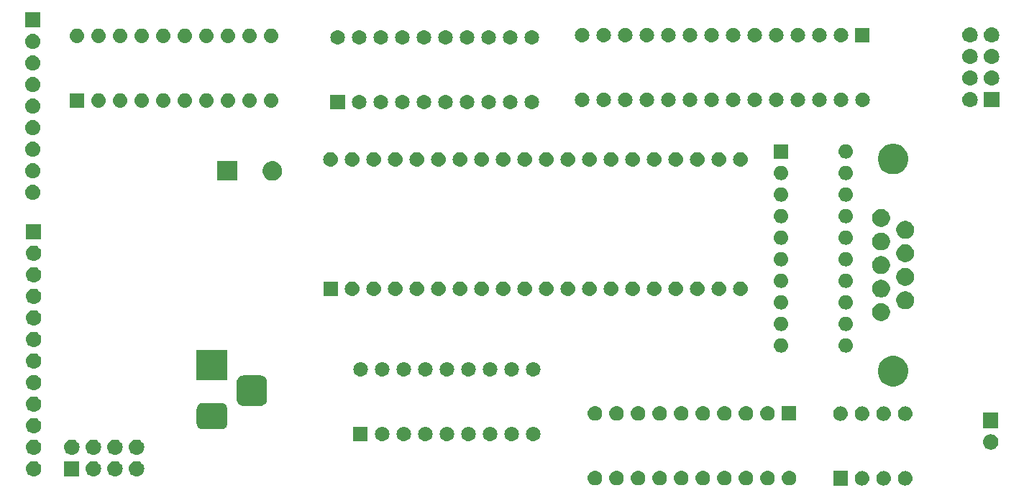
<source format=gbr>
G04 #@! TF.GenerationSoftware,KiCad,Pcbnew,(5.1.4)-1*
G04 #@! TF.CreationDate,2019-10-15T20:24:08+02:00*
G04 #@! TF.ProjectId,byggern,62796767-6572-46e2-9e6b-696361645f70,rev?*
G04 #@! TF.SameCoordinates,Original*
G04 #@! TF.FileFunction,Soldermask,Bot*
G04 #@! TF.FilePolarity,Negative*
%FSLAX46Y46*%
G04 Gerber Fmt 4.6, Leading zero omitted, Abs format (unit mm)*
G04 Created by KiCad (PCBNEW (5.1.4)-1) date 2019-10-15 20:24:08*
%MOMM*%
%LPD*%
G04 APERTURE LIST*
%ADD10C,0.150000*%
G04 APERTURE END LIST*
D10*
G36*
X187891000Y-133671000D02*
G01*
X186189000Y-133671000D01*
X186189000Y-131969000D01*
X187891000Y-131969000D01*
X187891000Y-133671000D01*
X187891000Y-133671000D01*
G37*
G36*
X192286823Y-131981313D02*
G01*
X192447242Y-132029976D01*
X192579906Y-132100886D01*
X192595078Y-132108996D01*
X192724659Y-132215341D01*
X192831004Y-132344922D01*
X192831005Y-132344924D01*
X192910024Y-132492758D01*
X192958687Y-132653177D01*
X192975117Y-132820000D01*
X192958687Y-132986823D01*
X192910024Y-133147242D01*
X192841695Y-133275076D01*
X192831004Y-133295078D01*
X192724659Y-133424659D01*
X192595078Y-133531004D01*
X192595076Y-133531005D01*
X192447242Y-133610024D01*
X192286823Y-133658687D01*
X192161804Y-133671000D01*
X192078196Y-133671000D01*
X191953177Y-133658687D01*
X191792758Y-133610024D01*
X191644924Y-133531005D01*
X191644922Y-133531004D01*
X191515341Y-133424659D01*
X191408996Y-133295078D01*
X191398305Y-133275076D01*
X191329976Y-133147242D01*
X191281313Y-132986823D01*
X191264883Y-132820000D01*
X191281313Y-132653177D01*
X191329976Y-132492758D01*
X191408995Y-132344924D01*
X191408996Y-132344922D01*
X191515341Y-132215341D01*
X191644922Y-132108996D01*
X191660094Y-132100886D01*
X191792758Y-132029976D01*
X191953177Y-131981313D01*
X192078196Y-131969000D01*
X192161804Y-131969000D01*
X192286823Y-131981313D01*
X192286823Y-131981313D01*
G37*
G36*
X194826823Y-131981313D02*
G01*
X194987242Y-132029976D01*
X195119906Y-132100886D01*
X195135078Y-132108996D01*
X195264659Y-132215341D01*
X195371004Y-132344922D01*
X195371005Y-132344924D01*
X195450024Y-132492758D01*
X195498687Y-132653177D01*
X195515117Y-132820000D01*
X195498687Y-132986823D01*
X195450024Y-133147242D01*
X195381695Y-133275076D01*
X195371004Y-133295078D01*
X195264659Y-133424659D01*
X195135078Y-133531004D01*
X195135076Y-133531005D01*
X194987242Y-133610024D01*
X194826823Y-133658687D01*
X194701804Y-133671000D01*
X194618196Y-133671000D01*
X194493177Y-133658687D01*
X194332758Y-133610024D01*
X194184924Y-133531005D01*
X194184922Y-133531004D01*
X194055341Y-133424659D01*
X193948996Y-133295078D01*
X193938305Y-133275076D01*
X193869976Y-133147242D01*
X193821313Y-132986823D01*
X193804883Y-132820000D01*
X193821313Y-132653177D01*
X193869976Y-132492758D01*
X193948995Y-132344924D01*
X193948996Y-132344922D01*
X194055341Y-132215341D01*
X194184922Y-132108996D01*
X194200094Y-132100886D01*
X194332758Y-132029976D01*
X194493177Y-131981313D01*
X194618196Y-131969000D01*
X194701804Y-131969000D01*
X194826823Y-131981313D01*
X194826823Y-131981313D01*
G37*
G36*
X189746823Y-131981313D02*
G01*
X189907242Y-132029976D01*
X190039906Y-132100886D01*
X190055078Y-132108996D01*
X190184659Y-132215341D01*
X190291004Y-132344922D01*
X190291005Y-132344924D01*
X190370024Y-132492758D01*
X190418687Y-132653177D01*
X190435117Y-132820000D01*
X190418687Y-132986823D01*
X190370024Y-133147242D01*
X190301695Y-133275076D01*
X190291004Y-133295078D01*
X190184659Y-133424659D01*
X190055078Y-133531004D01*
X190055076Y-133531005D01*
X189907242Y-133610024D01*
X189746823Y-133658687D01*
X189621804Y-133671000D01*
X189538196Y-133671000D01*
X189413177Y-133658687D01*
X189252758Y-133610024D01*
X189104924Y-133531005D01*
X189104922Y-133531004D01*
X188975341Y-133424659D01*
X188868996Y-133295078D01*
X188858305Y-133275076D01*
X188789976Y-133147242D01*
X188741313Y-132986823D01*
X188724883Y-132820000D01*
X188741313Y-132653177D01*
X188789976Y-132492758D01*
X188868995Y-132344924D01*
X188868996Y-132344922D01*
X188975341Y-132215341D01*
X189104922Y-132108996D01*
X189120094Y-132100886D01*
X189252758Y-132029976D01*
X189413177Y-131981313D01*
X189538196Y-131969000D01*
X189621804Y-131969000D01*
X189746823Y-131981313D01*
X189746823Y-131981313D01*
G37*
G36*
X173546823Y-131961313D02*
G01*
X173707242Y-132009976D01*
X173839906Y-132080886D01*
X173855078Y-132088996D01*
X173984659Y-132195341D01*
X174091004Y-132324922D01*
X174091005Y-132324924D01*
X174170024Y-132472758D01*
X174218687Y-132633177D01*
X174235117Y-132800000D01*
X174218687Y-132966823D01*
X174170024Y-133127242D01*
X174099114Y-133259906D01*
X174091004Y-133275078D01*
X173984659Y-133404659D01*
X173855078Y-133511004D01*
X173855076Y-133511005D01*
X173707242Y-133590024D01*
X173546823Y-133638687D01*
X173421804Y-133651000D01*
X173338196Y-133651000D01*
X173213177Y-133638687D01*
X173052758Y-133590024D01*
X172904924Y-133511005D01*
X172904922Y-133511004D01*
X172775341Y-133404659D01*
X172668996Y-133275078D01*
X172660886Y-133259906D01*
X172589976Y-133127242D01*
X172541313Y-132966823D01*
X172524883Y-132800000D01*
X172541313Y-132633177D01*
X172589976Y-132472758D01*
X172668995Y-132324924D01*
X172668996Y-132324922D01*
X172775341Y-132195341D01*
X172904922Y-132088996D01*
X172920094Y-132080886D01*
X173052758Y-132009976D01*
X173213177Y-131961313D01*
X173338196Y-131949000D01*
X173421804Y-131949000D01*
X173546823Y-131961313D01*
X173546823Y-131961313D01*
G37*
G36*
X171006823Y-131961313D02*
G01*
X171167242Y-132009976D01*
X171299906Y-132080886D01*
X171315078Y-132088996D01*
X171444659Y-132195341D01*
X171551004Y-132324922D01*
X171551005Y-132324924D01*
X171630024Y-132472758D01*
X171678687Y-132633177D01*
X171695117Y-132800000D01*
X171678687Y-132966823D01*
X171630024Y-133127242D01*
X171559114Y-133259906D01*
X171551004Y-133275078D01*
X171444659Y-133404659D01*
X171315078Y-133511004D01*
X171315076Y-133511005D01*
X171167242Y-133590024D01*
X171006823Y-133638687D01*
X170881804Y-133651000D01*
X170798196Y-133651000D01*
X170673177Y-133638687D01*
X170512758Y-133590024D01*
X170364924Y-133511005D01*
X170364922Y-133511004D01*
X170235341Y-133404659D01*
X170128996Y-133275078D01*
X170120886Y-133259906D01*
X170049976Y-133127242D01*
X170001313Y-132966823D01*
X169984883Y-132800000D01*
X170001313Y-132633177D01*
X170049976Y-132472758D01*
X170128995Y-132324924D01*
X170128996Y-132324922D01*
X170235341Y-132195341D01*
X170364922Y-132088996D01*
X170380094Y-132080886D01*
X170512758Y-132009976D01*
X170673177Y-131961313D01*
X170798196Y-131949000D01*
X170881804Y-131949000D01*
X171006823Y-131961313D01*
X171006823Y-131961313D01*
G37*
G36*
X168466823Y-131961313D02*
G01*
X168627242Y-132009976D01*
X168759906Y-132080886D01*
X168775078Y-132088996D01*
X168904659Y-132195341D01*
X169011004Y-132324922D01*
X169011005Y-132324924D01*
X169090024Y-132472758D01*
X169138687Y-132633177D01*
X169155117Y-132800000D01*
X169138687Y-132966823D01*
X169090024Y-133127242D01*
X169019114Y-133259906D01*
X169011004Y-133275078D01*
X168904659Y-133404659D01*
X168775078Y-133511004D01*
X168775076Y-133511005D01*
X168627242Y-133590024D01*
X168466823Y-133638687D01*
X168341804Y-133651000D01*
X168258196Y-133651000D01*
X168133177Y-133638687D01*
X167972758Y-133590024D01*
X167824924Y-133511005D01*
X167824922Y-133511004D01*
X167695341Y-133404659D01*
X167588996Y-133275078D01*
X167580886Y-133259906D01*
X167509976Y-133127242D01*
X167461313Y-132966823D01*
X167444883Y-132800000D01*
X167461313Y-132633177D01*
X167509976Y-132472758D01*
X167588995Y-132324924D01*
X167588996Y-132324922D01*
X167695341Y-132195341D01*
X167824922Y-132088996D01*
X167840094Y-132080886D01*
X167972758Y-132009976D01*
X168133177Y-131961313D01*
X168258196Y-131949000D01*
X168341804Y-131949000D01*
X168466823Y-131961313D01*
X168466823Y-131961313D01*
G37*
G36*
X165926823Y-131961313D02*
G01*
X166087242Y-132009976D01*
X166219906Y-132080886D01*
X166235078Y-132088996D01*
X166364659Y-132195341D01*
X166471004Y-132324922D01*
X166471005Y-132324924D01*
X166550024Y-132472758D01*
X166598687Y-132633177D01*
X166615117Y-132800000D01*
X166598687Y-132966823D01*
X166550024Y-133127242D01*
X166479114Y-133259906D01*
X166471004Y-133275078D01*
X166364659Y-133404659D01*
X166235078Y-133511004D01*
X166235076Y-133511005D01*
X166087242Y-133590024D01*
X165926823Y-133638687D01*
X165801804Y-133651000D01*
X165718196Y-133651000D01*
X165593177Y-133638687D01*
X165432758Y-133590024D01*
X165284924Y-133511005D01*
X165284922Y-133511004D01*
X165155341Y-133404659D01*
X165048996Y-133275078D01*
X165040886Y-133259906D01*
X164969976Y-133127242D01*
X164921313Y-132966823D01*
X164904883Y-132800000D01*
X164921313Y-132633177D01*
X164969976Y-132472758D01*
X165048995Y-132324924D01*
X165048996Y-132324922D01*
X165155341Y-132195341D01*
X165284922Y-132088996D01*
X165300094Y-132080886D01*
X165432758Y-132009976D01*
X165593177Y-131961313D01*
X165718196Y-131949000D01*
X165801804Y-131949000D01*
X165926823Y-131961313D01*
X165926823Y-131961313D01*
G37*
G36*
X163386823Y-131961313D02*
G01*
X163547242Y-132009976D01*
X163679906Y-132080886D01*
X163695078Y-132088996D01*
X163824659Y-132195341D01*
X163931004Y-132324922D01*
X163931005Y-132324924D01*
X164010024Y-132472758D01*
X164058687Y-132633177D01*
X164075117Y-132800000D01*
X164058687Y-132966823D01*
X164010024Y-133127242D01*
X163939114Y-133259906D01*
X163931004Y-133275078D01*
X163824659Y-133404659D01*
X163695078Y-133511004D01*
X163695076Y-133511005D01*
X163547242Y-133590024D01*
X163386823Y-133638687D01*
X163261804Y-133651000D01*
X163178196Y-133651000D01*
X163053177Y-133638687D01*
X162892758Y-133590024D01*
X162744924Y-133511005D01*
X162744922Y-133511004D01*
X162615341Y-133404659D01*
X162508996Y-133275078D01*
X162500886Y-133259906D01*
X162429976Y-133127242D01*
X162381313Y-132966823D01*
X162364883Y-132800000D01*
X162381313Y-132633177D01*
X162429976Y-132472758D01*
X162508995Y-132324924D01*
X162508996Y-132324922D01*
X162615341Y-132195341D01*
X162744922Y-132088996D01*
X162760094Y-132080886D01*
X162892758Y-132009976D01*
X163053177Y-131961313D01*
X163178196Y-131949000D01*
X163261804Y-131949000D01*
X163386823Y-131961313D01*
X163386823Y-131961313D01*
G37*
G36*
X160846823Y-131961313D02*
G01*
X161007242Y-132009976D01*
X161139906Y-132080886D01*
X161155078Y-132088996D01*
X161284659Y-132195341D01*
X161391004Y-132324922D01*
X161391005Y-132324924D01*
X161470024Y-132472758D01*
X161518687Y-132633177D01*
X161535117Y-132800000D01*
X161518687Y-132966823D01*
X161470024Y-133127242D01*
X161399114Y-133259906D01*
X161391004Y-133275078D01*
X161284659Y-133404659D01*
X161155078Y-133511004D01*
X161155076Y-133511005D01*
X161007242Y-133590024D01*
X160846823Y-133638687D01*
X160721804Y-133651000D01*
X160638196Y-133651000D01*
X160513177Y-133638687D01*
X160352758Y-133590024D01*
X160204924Y-133511005D01*
X160204922Y-133511004D01*
X160075341Y-133404659D01*
X159968996Y-133275078D01*
X159960886Y-133259906D01*
X159889976Y-133127242D01*
X159841313Y-132966823D01*
X159824883Y-132800000D01*
X159841313Y-132633177D01*
X159889976Y-132472758D01*
X159968995Y-132324924D01*
X159968996Y-132324922D01*
X160075341Y-132195341D01*
X160204922Y-132088996D01*
X160220094Y-132080886D01*
X160352758Y-132009976D01*
X160513177Y-131961313D01*
X160638196Y-131949000D01*
X160721804Y-131949000D01*
X160846823Y-131961313D01*
X160846823Y-131961313D01*
G37*
G36*
X158306823Y-131961313D02*
G01*
X158467242Y-132009976D01*
X158599906Y-132080886D01*
X158615078Y-132088996D01*
X158744659Y-132195341D01*
X158851004Y-132324922D01*
X158851005Y-132324924D01*
X158930024Y-132472758D01*
X158978687Y-132633177D01*
X158995117Y-132800000D01*
X158978687Y-132966823D01*
X158930024Y-133127242D01*
X158859114Y-133259906D01*
X158851004Y-133275078D01*
X158744659Y-133404659D01*
X158615078Y-133511004D01*
X158615076Y-133511005D01*
X158467242Y-133590024D01*
X158306823Y-133638687D01*
X158181804Y-133651000D01*
X158098196Y-133651000D01*
X157973177Y-133638687D01*
X157812758Y-133590024D01*
X157664924Y-133511005D01*
X157664922Y-133511004D01*
X157535341Y-133404659D01*
X157428996Y-133275078D01*
X157420886Y-133259906D01*
X157349976Y-133127242D01*
X157301313Y-132966823D01*
X157284883Y-132800000D01*
X157301313Y-132633177D01*
X157349976Y-132472758D01*
X157428995Y-132324924D01*
X157428996Y-132324922D01*
X157535341Y-132195341D01*
X157664922Y-132088996D01*
X157680094Y-132080886D01*
X157812758Y-132009976D01*
X157973177Y-131961313D01*
X158098196Y-131949000D01*
X158181804Y-131949000D01*
X158306823Y-131961313D01*
X158306823Y-131961313D01*
G37*
G36*
X176086823Y-131961313D02*
G01*
X176247242Y-132009976D01*
X176379906Y-132080886D01*
X176395078Y-132088996D01*
X176524659Y-132195341D01*
X176631004Y-132324922D01*
X176631005Y-132324924D01*
X176710024Y-132472758D01*
X176758687Y-132633177D01*
X176775117Y-132800000D01*
X176758687Y-132966823D01*
X176710024Y-133127242D01*
X176639114Y-133259906D01*
X176631004Y-133275078D01*
X176524659Y-133404659D01*
X176395078Y-133511004D01*
X176395076Y-133511005D01*
X176247242Y-133590024D01*
X176086823Y-133638687D01*
X175961804Y-133651000D01*
X175878196Y-133651000D01*
X175753177Y-133638687D01*
X175592758Y-133590024D01*
X175444924Y-133511005D01*
X175444922Y-133511004D01*
X175315341Y-133404659D01*
X175208996Y-133275078D01*
X175200886Y-133259906D01*
X175129976Y-133127242D01*
X175081313Y-132966823D01*
X175064883Y-132800000D01*
X175081313Y-132633177D01*
X175129976Y-132472758D01*
X175208995Y-132324924D01*
X175208996Y-132324922D01*
X175315341Y-132195341D01*
X175444922Y-132088996D01*
X175460094Y-132080886D01*
X175592758Y-132009976D01*
X175753177Y-131961313D01*
X175878196Y-131949000D01*
X175961804Y-131949000D01*
X176086823Y-131961313D01*
X176086823Y-131961313D01*
G37*
G36*
X178626823Y-131961313D02*
G01*
X178787242Y-132009976D01*
X178919906Y-132080886D01*
X178935078Y-132088996D01*
X179064659Y-132195341D01*
X179171004Y-132324922D01*
X179171005Y-132324924D01*
X179250024Y-132472758D01*
X179298687Y-132633177D01*
X179315117Y-132800000D01*
X179298687Y-132966823D01*
X179250024Y-133127242D01*
X179179114Y-133259906D01*
X179171004Y-133275078D01*
X179064659Y-133404659D01*
X178935078Y-133511004D01*
X178935076Y-133511005D01*
X178787242Y-133590024D01*
X178626823Y-133638687D01*
X178501804Y-133651000D01*
X178418196Y-133651000D01*
X178293177Y-133638687D01*
X178132758Y-133590024D01*
X177984924Y-133511005D01*
X177984922Y-133511004D01*
X177855341Y-133404659D01*
X177748996Y-133275078D01*
X177740886Y-133259906D01*
X177669976Y-133127242D01*
X177621313Y-132966823D01*
X177604883Y-132800000D01*
X177621313Y-132633177D01*
X177669976Y-132472758D01*
X177748995Y-132324924D01*
X177748996Y-132324922D01*
X177855341Y-132195341D01*
X177984922Y-132088996D01*
X178000094Y-132080886D01*
X178132758Y-132009976D01*
X178293177Y-131961313D01*
X178418196Y-131949000D01*
X178501804Y-131949000D01*
X178626823Y-131961313D01*
X178626823Y-131961313D01*
G37*
G36*
X181166823Y-131961313D02*
G01*
X181327242Y-132009976D01*
X181459906Y-132080886D01*
X181475078Y-132088996D01*
X181604659Y-132195341D01*
X181711004Y-132324922D01*
X181711005Y-132324924D01*
X181790024Y-132472758D01*
X181838687Y-132633177D01*
X181855117Y-132800000D01*
X181838687Y-132966823D01*
X181790024Y-133127242D01*
X181719114Y-133259906D01*
X181711004Y-133275078D01*
X181604659Y-133404659D01*
X181475078Y-133511004D01*
X181475076Y-133511005D01*
X181327242Y-133590024D01*
X181166823Y-133638687D01*
X181041804Y-133651000D01*
X180958196Y-133651000D01*
X180833177Y-133638687D01*
X180672758Y-133590024D01*
X180524924Y-133511005D01*
X180524922Y-133511004D01*
X180395341Y-133404659D01*
X180288996Y-133275078D01*
X180280886Y-133259906D01*
X180209976Y-133127242D01*
X180161313Y-132966823D01*
X180144883Y-132800000D01*
X180161313Y-132633177D01*
X180209976Y-132472758D01*
X180288995Y-132324924D01*
X180288996Y-132324922D01*
X180395341Y-132195341D01*
X180524922Y-132088996D01*
X180540094Y-132080886D01*
X180672758Y-132009976D01*
X180833177Y-131961313D01*
X180958196Y-131949000D01*
X181041804Y-131949000D01*
X181166823Y-131961313D01*
X181166823Y-131961313D01*
G37*
G36*
X101730443Y-130805519D02*
G01*
X101796627Y-130812037D01*
X101966466Y-130863557D01*
X102122991Y-130947222D01*
X102158729Y-130976552D01*
X102260186Y-131059814D01*
X102343448Y-131161271D01*
X102372778Y-131197009D01*
X102456443Y-131353534D01*
X102507963Y-131523373D01*
X102525359Y-131700000D01*
X102507963Y-131876627D01*
X102456443Y-132046466D01*
X102372778Y-132202991D01*
X102343448Y-132238729D01*
X102260186Y-132340186D01*
X102158729Y-132423448D01*
X102122991Y-132452778D01*
X101966466Y-132536443D01*
X101796627Y-132587963D01*
X101730443Y-132594481D01*
X101664260Y-132601000D01*
X101575740Y-132601000D01*
X101509557Y-132594481D01*
X101443373Y-132587963D01*
X101273534Y-132536443D01*
X101117009Y-132452778D01*
X101081271Y-132423448D01*
X100979814Y-132340186D01*
X100896552Y-132238729D01*
X100867222Y-132202991D01*
X100783557Y-132046466D01*
X100732037Y-131876627D01*
X100714641Y-131700000D01*
X100732037Y-131523373D01*
X100783557Y-131353534D01*
X100867222Y-131197009D01*
X100896552Y-131161271D01*
X100979814Y-131059814D01*
X101081271Y-130976552D01*
X101117009Y-130947222D01*
X101273534Y-130863557D01*
X101443373Y-130812037D01*
X101509557Y-130805519D01*
X101575740Y-130799000D01*
X101664260Y-130799000D01*
X101730443Y-130805519D01*
X101730443Y-130805519D01*
G37*
G36*
X97441000Y-132601000D02*
G01*
X95639000Y-132601000D01*
X95639000Y-130799000D01*
X97441000Y-130799000D01*
X97441000Y-132601000D01*
X97441000Y-132601000D01*
G37*
G36*
X99190443Y-130805519D02*
G01*
X99256627Y-130812037D01*
X99426466Y-130863557D01*
X99582991Y-130947222D01*
X99618729Y-130976552D01*
X99720186Y-131059814D01*
X99803448Y-131161271D01*
X99832778Y-131197009D01*
X99916443Y-131353534D01*
X99967963Y-131523373D01*
X99985359Y-131700000D01*
X99967963Y-131876627D01*
X99916443Y-132046466D01*
X99832778Y-132202991D01*
X99803448Y-132238729D01*
X99720186Y-132340186D01*
X99618729Y-132423448D01*
X99582991Y-132452778D01*
X99426466Y-132536443D01*
X99256627Y-132587963D01*
X99190443Y-132594481D01*
X99124260Y-132601000D01*
X99035740Y-132601000D01*
X98969557Y-132594481D01*
X98903373Y-132587963D01*
X98733534Y-132536443D01*
X98577009Y-132452778D01*
X98541271Y-132423448D01*
X98439814Y-132340186D01*
X98356552Y-132238729D01*
X98327222Y-132202991D01*
X98243557Y-132046466D01*
X98192037Y-131876627D01*
X98174641Y-131700000D01*
X98192037Y-131523373D01*
X98243557Y-131353534D01*
X98327222Y-131197009D01*
X98356552Y-131161271D01*
X98439814Y-131059814D01*
X98541271Y-130976552D01*
X98577009Y-130947222D01*
X98733534Y-130863557D01*
X98903373Y-130812037D01*
X98969557Y-130805519D01*
X99035740Y-130799000D01*
X99124260Y-130799000D01*
X99190443Y-130805519D01*
X99190443Y-130805519D01*
G37*
G36*
X104270443Y-130805519D02*
G01*
X104336627Y-130812037D01*
X104506466Y-130863557D01*
X104662991Y-130947222D01*
X104698729Y-130976552D01*
X104800186Y-131059814D01*
X104883448Y-131161271D01*
X104912778Y-131197009D01*
X104996443Y-131353534D01*
X105047963Y-131523373D01*
X105065359Y-131700000D01*
X105047963Y-131876627D01*
X104996443Y-132046466D01*
X104912778Y-132202991D01*
X104883448Y-132238729D01*
X104800186Y-132340186D01*
X104698729Y-132423448D01*
X104662991Y-132452778D01*
X104506466Y-132536443D01*
X104336627Y-132587963D01*
X104270443Y-132594481D01*
X104204260Y-132601000D01*
X104115740Y-132601000D01*
X104049557Y-132594481D01*
X103983373Y-132587963D01*
X103813534Y-132536443D01*
X103657009Y-132452778D01*
X103621271Y-132423448D01*
X103519814Y-132340186D01*
X103436552Y-132238729D01*
X103407222Y-132202991D01*
X103323557Y-132046466D01*
X103272037Y-131876627D01*
X103254641Y-131700000D01*
X103272037Y-131523373D01*
X103323557Y-131353534D01*
X103407222Y-131197009D01*
X103436552Y-131161271D01*
X103519814Y-131059814D01*
X103621271Y-130976552D01*
X103657009Y-130947222D01*
X103813534Y-130863557D01*
X103983373Y-130812037D01*
X104049557Y-130805519D01*
X104115740Y-130799000D01*
X104204260Y-130799000D01*
X104270443Y-130805519D01*
X104270443Y-130805519D01*
G37*
G36*
X92150443Y-130805519D02*
G01*
X92216627Y-130812037D01*
X92386466Y-130863557D01*
X92542991Y-130947222D01*
X92578729Y-130976552D01*
X92680186Y-131059814D01*
X92763448Y-131161271D01*
X92792778Y-131197009D01*
X92876443Y-131353534D01*
X92927963Y-131523373D01*
X92945359Y-131700000D01*
X92927963Y-131876627D01*
X92876443Y-132046466D01*
X92792778Y-132202991D01*
X92763448Y-132238729D01*
X92680186Y-132340186D01*
X92578729Y-132423448D01*
X92542991Y-132452778D01*
X92386466Y-132536443D01*
X92216627Y-132587963D01*
X92150443Y-132594481D01*
X92084260Y-132601000D01*
X91995740Y-132601000D01*
X91929557Y-132594481D01*
X91863373Y-132587963D01*
X91693534Y-132536443D01*
X91537009Y-132452778D01*
X91501271Y-132423448D01*
X91399814Y-132340186D01*
X91316552Y-132238729D01*
X91287222Y-132202991D01*
X91203557Y-132046466D01*
X91152037Y-131876627D01*
X91134641Y-131700000D01*
X91152037Y-131523373D01*
X91203557Y-131353534D01*
X91287222Y-131197009D01*
X91316552Y-131161271D01*
X91399814Y-131059814D01*
X91501271Y-130976552D01*
X91537009Y-130947222D01*
X91693534Y-130863557D01*
X91863373Y-130812037D01*
X91929557Y-130805519D01*
X91995740Y-130799000D01*
X92084260Y-130799000D01*
X92150443Y-130805519D01*
X92150443Y-130805519D01*
G37*
G36*
X99190442Y-128265518D02*
G01*
X99256627Y-128272037D01*
X99426466Y-128323557D01*
X99582991Y-128407222D01*
X99618729Y-128436552D01*
X99720186Y-128519814D01*
X99803448Y-128621271D01*
X99832778Y-128657009D01*
X99916443Y-128813534D01*
X99967963Y-128983373D01*
X99985359Y-129160000D01*
X99967963Y-129336627D01*
X99916443Y-129506466D01*
X99832778Y-129662991D01*
X99803448Y-129698729D01*
X99720186Y-129800186D01*
X99618729Y-129883448D01*
X99582991Y-129912778D01*
X99426466Y-129996443D01*
X99256627Y-130047963D01*
X99190442Y-130054482D01*
X99124260Y-130061000D01*
X99035740Y-130061000D01*
X98969558Y-130054482D01*
X98903373Y-130047963D01*
X98733534Y-129996443D01*
X98577009Y-129912778D01*
X98541271Y-129883448D01*
X98439814Y-129800186D01*
X98356552Y-129698729D01*
X98327222Y-129662991D01*
X98243557Y-129506466D01*
X98192037Y-129336627D01*
X98174641Y-129160000D01*
X98192037Y-128983373D01*
X98243557Y-128813534D01*
X98327222Y-128657009D01*
X98356552Y-128621271D01*
X98439814Y-128519814D01*
X98541271Y-128436552D01*
X98577009Y-128407222D01*
X98733534Y-128323557D01*
X98903373Y-128272037D01*
X98969558Y-128265518D01*
X99035740Y-128259000D01*
X99124260Y-128259000D01*
X99190442Y-128265518D01*
X99190442Y-128265518D01*
G37*
G36*
X92150442Y-128265518D02*
G01*
X92216627Y-128272037D01*
X92386466Y-128323557D01*
X92542991Y-128407222D01*
X92578729Y-128436552D01*
X92680186Y-128519814D01*
X92763448Y-128621271D01*
X92792778Y-128657009D01*
X92876443Y-128813534D01*
X92927963Y-128983373D01*
X92945359Y-129160000D01*
X92927963Y-129336627D01*
X92876443Y-129506466D01*
X92792778Y-129662991D01*
X92763448Y-129698729D01*
X92680186Y-129800186D01*
X92578729Y-129883448D01*
X92542991Y-129912778D01*
X92386466Y-129996443D01*
X92216627Y-130047963D01*
X92150442Y-130054482D01*
X92084260Y-130061000D01*
X91995740Y-130061000D01*
X91929558Y-130054482D01*
X91863373Y-130047963D01*
X91693534Y-129996443D01*
X91537009Y-129912778D01*
X91501271Y-129883448D01*
X91399814Y-129800186D01*
X91316552Y-129698729D01*
X91287222Y-129662991D01*
X91203557Y-129506466D01*
X91152037Y-129336627D01*
X91134641Y-129160000D01*
X91152037Y-128983373D01*
X91203557Y-128813534D01*
X91287222Y-128657009D01*
X91316552Y-128621271D01*
X91399814Y-128519814D01*
X91501271Y-128436552D01*
X91537009Y-128407222D01*
X91693534Y-128323557D01*
X91863373Y-128272037D01*
X91929558Y-128265518D01*
X91995740Y-128259000D01*
X92084260Y-128259000D01*
X92150442Y-128265518D01*
X92150442Y-128265518D01*
G37*
G36*
X96650442Y-128265518D02*
G01*
X96716627Y-128272037D01*
X96886466Y-128323557D01*
X97042991Y-128407222D01*
X97078729Y-128436552D01*
X97180186Y-128519814D01*
X97263448Y-128621271D01*
X97292778Y-128657009D01*
X97376443Y-128813534D01*
X97427963Y-128983373D01*
X97445359Y-129160000D01*
X97427963Y-129336627D01*
X97376443Y-129506466D01*
X97292778Y-129662991D01*
X97263448Y-129698729D01*
X97180186Y-129800186D01*
X97078729Y-129883448D01*
X97042991Y-129912778D01*
X96886466Y-129996443D01*
X96716627Y-130047963D01*
X96650442Y-130054482D01*
X96584260Y-130061000D01*
X96495740Y-130061000D01*
X96429558Y-130054482D01*
X96363373Y-130047963D01*
X96193534Y-129996443D01*
X96037009Y-129912778D01*
X96001271Y-129883448D01*
X95899814Y-129800186D01*
X95816552Y-129698729D01*
X95787222Y-129662991D01*
X95703557Y-129506466D01*
X95652037Y-129336627D01*
X95634641Y-129160000D01*
X95652037Y-128983373D01*
X95703557Y-128813534D01*
X95787222Y-128657009D01*
X95816552Y-128621271D01*
X95899814Y-128519814D01*
X96001271Y-128436552D01*
X96037009Y-128407222D01*
X96193534Y-128323557D01*
X96363373Y-128272037D01*
X96429558Y-128265518D01*
X96495740Y-128259000D01*
X96584260Y-128259000D01*
X96650442Y-128265518D01*
X96650442Y-128265518D01*
G37*
G36*
X104270442Y-128265518D02*
G01*
X104336627Y-128272037D01*
X104506466Y-128323557D01*
X104662991Y-128407222D01*
X104698729Y-128436552D01*
X104800186Y-128519814D01*
X104883448Y-128621271D01*
X104912778Y-128657009D01*
X104996443Y-128813534D01*
X105047963Y-128983373D01*
X105065359Y-129160000D01*
X105047963Y-129336627D01*
X104996443Y-129506466D01*
X104912778Y-129662991D01*
X104883448Y-129698729D01*
X104800186Y-129800186D01*
X104698729Y-129883448D01*
X104662991Y-129912778D01*
X104506466Y-129996443D01*
X104336627Y-130047963D01*
X104270442Y-130054482D01*
X104204260Y-130061000D01*
X104115740Y-130061000D01*
X104049558Y-130054482D01*
X103983373Y-130047963D01*
X103813534Y-129996443D01*
X103657009Y-129912778D01*
X103621271Y-129883448D01*
X103519814Y-129800186D01*
X103436552Y-129698729D01*
X103407222Y-129662991D01*
X103323557Y-129506466D01*
X103272037Y-129336627D01*
X103254641Y-129160000D01*
X103272037Y-128983373D01*
X103323557Y-128813534D01*
X103407222Y-128657009D01*
X103436552Y-128621271D01*
X103519814Y-128519814D01*
X103621271Y-128436552D01*
X103657009Y-128407222D01*
X103813534Y-128323557D01*
X103983373Y-128272037D01*
X104049558Y-128265518D01*
X104115740Y-128259000D01*
X104204260Y-128259000D01*
X104270442Y-128265518D01*
X104270442Y-128265518D01*
G37*
G36*
X101730442Y-128265518D02*
G01*
X101796627Y-128272037D01*
X101966466Y-128323557D01*
X102122991Y-128407222D01*
X102158729Y-128436552D01*
X102260186Y-128519814D01*
X102343448Y-128621271D01*
X102372778Y-128657009D01*
X102456443Y-128813534D01*
X102507963Y-128983373D01*
X102525359Y-129160000D01*
X102507963Y-129336627D01*
X102456443Y-129506466D01*
X102372778Y-129662991D01*
X102343448Y-129698729D01*
X102260186Y-129800186D01*
X102158729Y-129883448D01*
X102122991Y-129912778D01*
X101966466Y-129996443D01*
X101796627Y-130047963D01*
X101730442Y-130054482D01*
X101664260Y-130061000D01*
X101575740Y-130061000D01*
X101509558Y-130054482D01*
X101443373Y-130047963D01*
X101273534Y-129996443D01*
X101117009Y-129912778D01*
X101081271Y-129883448D01*
X100979814Y-129800186D01*
X100896552Y-129698729D01*
X100867222Y-129662991D01*
X100783557Y-129506466D01*
X100732037Y-129336627D01*
X100714641Y-129160000D01*
X100732037Y-128983373D01*
X100783557Y-128813534D01*
X100867222Y-128657009D01*
X100896552Y-128621271D01*
X100979814Y-128519814D01*
X101081271Y-128436552D01*
X101117009Y-128407222D01*
X101273534Y-128323557D01*
X101443373Y-128272037D01*
X101509558Y-128265518D01*
X101575740Y-128259000D01*
X101664260Y-128259000D01*
X101730442Y-128265518D01*
X101730442Y-128265518D01*
G37*
G36*
X204850442Y-127645518D02*
G01*
X204916627Y-127652037D01*
X205086466Y-127703557D01*
X205242991Y-127787222D01*
X205278729Y-127816552D01*
X205380186Y-127899814D01*
X205463448Y-128001271D01*
X205492778Y-128037009D01*
X205576443Y-128193534D01*
X205627963Y-128363373D01*
X205645359Y-128540000D01*
X205627963Y-128716627D01*
X205576443Y-128886466D01*
X205492778Y-129042991D01*
X205463448Y-129078729D01*
X205380186Y-129180186D01*
X205278729Y-129263448D01*
X205242991Y-129292778D01*
X205086466Y-129376443D01*
X204916627Y-129427963D01*
X204850443Y-129434481D01*
X204784260Y-129441000D01*
X204695740Y-129441000D01*
X204629557Y-129434481D01*
X204563373Y-129427963D01*
X204393534Y-129376443D01*
X204237009Y-129292778D01*
X204201271Y-129263448D01*
X204099814Y-129180186D01*
X204016552Y-129078729D01*
X203987222Y-129042991D01*
X203903557Y-128886466D01*
X203852037Y-128716627D01*
X203834641Y-128540000D01*
X203852037Y-128363373D01*
X203903557Y-128193534D01*
X203987222Y-128037009D01*
X204016552Y-128001271D01*
X204099814Y-127899814D01*
X204201271Y-127816552D01*
X204237009Y-127787222D01*
X204393534Y-127703557D01*
X204563373Y-127652037D01*
X204629558Y-127645518D01*
X204695740Y-127639000D01*
X204784260Y-127639000D01*
X204850442Y-127645518D01*
X204850442Y-127645518D01*
G37*
G36*
X133246823Y-126761313D02*
G01*
X133407242Y-126809976D01*
X133466668Y-126841740D01*
X133555078Y-126888996D01*
X133684659Y-126995341D01*
X133791004Y-127124922D01*
X133791005Y-127124924D01*
X133870024Y-127272758D01*
X133918687Y-127433177D01*
X133935117Y-127600000D01*
X133918687Y-127766823D01*
X133870024Y-127927242D01*
X133811352Y-128037009D01*
X133791004Y-128075078D01*
X133684659Y-128204659D01*
X133555078Y-128311004D01*
X133555076Y-128311005D01*
X133407242Y-128390024D01*
X133246823Y-128438687D01*
X133121804Y-128451000D01*
X133038196Y-128451000D01*
X132913177Y-128438687D01*
X132752758Y-128390024D01*
X132604924Y-128311005D01*
X132604922Y-128311004D01*
X132475341Y-128204659D01*
X132368996Y-128075078D01*
X132348648Y-128037009D01*
X132289976Y-127927242D01*
X132241313Y-127766823D01*
X132224883Y-127600000D01*
X132241313Y-127433177D01*
X132289976Y-127272758D01*
X132368995Y-127124924D01*
X132368996Y-127124922D01*
X132475341Y-126995341D01*
X132604922Y-126888996D01*
X132693332Y-126841740D01*
X132752758Y-126809976D01*
X132913177Y-126761313D01*
X133038196Y-126749000D01*
X133121804Y-126749000D01*
X133246823Y-126761313D01*
X133246823Y-126761313D01*
G37*
G36*
X131391000Y-128451000D02*
G01*
X129689000Y-128451000D01*
X129689000Y-126749000D01*
X131391000Y-126749000D01*
X131391000Y-128451000D01*
X131391000Y-128451000D01*
G37*
G36*
X135786823Y-126761313D02*
G01*
X135947242Y-126809976D01*
X136006668Y-126841740D01*
X136095078Y-126888996D01*
X136224659Y-126995341D01*
X136331004Y-127124922D01*
X136331005Y-127124924D01*
X136410024Y-127272758D01*
X136458687Y-127433177D01*
X136475117Y-127600000D01*
X136458687Y-127766823D01*
X136410024Y-127927242D01*
X136351352Y-128037009D01*
X136331004Y-128075078D01*
X136224659Y-128204659D01*
X136095078Y-128311004D01*
X136095076Y-128311005D01*
X135947242Y-128390024D01*
X135786823Y-128438687D01*
X135661804Y-128451000D01*
X135578196Y-128451000D01*
X135453177Y-128438687D01*
X135292758Y-128390024D01*
X135144924Y-128311005D01*
X135144922Y-128311004D01*
X135015341Y-128204659D01*
X134908996Y-128075078D01*
X134888648Y-128037009D01*
X134829976Y-127927242D01*
X134781313Y-127766823D01*
X134764883Y-127600000D01*
X134781313Y-127433177D01*
X134829976Y-127272758D01*
X134908995Y-127124924D01*
X134908996Y-127124922D01*
X135015341Y-126995341D01*
X135144922Y-126888996D01*
X135233332Y-126841740D01*
X135292758Y-126809976D01*
X135453177Y-126761313D01*
X135578196Y-126749000D01*
X135661804Y-126749000D01*
X135786823Y-126761313D01*
X135786823Y-126761313D01*
G37*
G36*
X138326823Y-126761313D02*
G01*
X138487242Y-126809976D01*
X138546668Y-126841740D01*
X138635078Y-126888996D01*
X138764659Y-126995341D01*
X138871004Y-127124922D01*
X138871005Y-127124924D01*
X138950024Y-127272758D01*
X138998687Y-127433177D01*
X139015117Y-127600000D01*
X138998687Y-127766823D01*
X138950024Y-127927242D01*
X138891352Y-128037009D01*
X138871004Y-128075078D01*
X138764659Y-128204659D01*
X138635078Y-128311004D01*
X138635076Y-128311005D01*
X138487242Y-128390024D01*
X138326823Y-128438687D01*
X138201804Y-128451000D01*
X138118196Y-128451000D01*
X137993177Y-128438687D01*
X137832758Y-128390024D01*
X137684924Y-128311005D01*
X137684922Y-128311004D01*
X137555341Y-128204659D01*
X137448996Y-128075078D01*
X137428648Y-128037009D01*
X137369976Y-127927242D01*
X137321313Y-127766823D01*
X137304883Y-127600000D01*
X137321313Y-127433177D01*
X137369976Y-127272758D01*
X137448995Y-127124924D01*
X137448996Y-127124922D01*
X137555341Y-126995341D01*
X137684922Y-126888996D01*
X137773332Y-126841740D01*
X137832758Y-126809976D01*
X137993177Y-126761313D01*
X138118196Y-126749000D01*
X138201804Y-126749000D01*
X138326823Y-126761313D01*
X138326823Y-126761313D01*
G37*
G36*
X143406823Y-126761313D02*
G01*
X143567242Y-126809976D01*
X143626668Y-126841740D01*
X143715078Y-126888996D01*
X143844659Y-126995341D01*
X143951004Y-127124922D01*
X143951005Y-127124924D01*
X144030024Y-127272758D01*
X144078687Y-127433177D01*
X144095117Y-127600000D01*
X144078687Y-127766823D01*
X144030024Y-127927242D01*
X143971352Y-128037009D01*
X143951004Y-128075078D01*
X143844659Y-128204659D01*
X143715078Y-128311004D01*
X143715076Y-128311005D01*
X143567242Y-128390024D01*
X143406823Y-128438687D01*
X143281804Y-128451000D01*
X143198196Y-128451000D01*
X143073177Y-128438687D01*
X142912758Y-128390024D01*
X142764924Y-128311005D01*
X142764922Y-128311004D01*
X142635341Y-128204659D01*
X142528996Y-128075078D01*
X142508648Y-128037009D01*
X142449976Y-127927242D01*
X142401313Y-127766823D01*
X142384883Y-127600000D01*
X142401313Y-127433177D01*
X142449976Y-127272758D01*
X142528995Y-127124924D01*
X142528996Y-127124922D01*
X142635341Y-126995341D01*
X142764922Y-126888996D01*
X142853332Y-126841740D01*
X142912758Y-126809976D01*
X143073177Y-126761313D01*
X143198196Y-126749000D01*
X143281804Y-126749000D01*
X143406823Y-126761313D01*
X143406823Y-126761313D01*
G37*
G36*
X140866823Y-126761313D02*
G01*
X141027242Y-126809976D01*
X141086668Y-126841740D01*
X141175078Y-126888996D01*
X141304659Y-126995341D01*
X141411004Y-127124922D01*
X141411005Y-127124924D01*
X141490024Y-127272758D01*
X141538687Y-127433177D01*
X141555117Y-127600000D01*
X141538687Y-127766823D01*
X141490024Y-127927242D01*
X141431352Y-128037009D01*
X141411004Y-128075078D01*
X141304659Y-128204659D01*
X141175078Y-128311004D01*
X141175076Y-128311005D01*
X141027242Y-128390024D01*
X140866823Y-128438687D01*
X140741804Y-128451000D01*
X140658196Y-128451000D01*
X140533177Y-128438687D01*
X140372758Y-128390024D01*
X140224924Y-128311005D01*
X140224922Y-128311004D01*
X140095341Y-128204659D01*
X139988996Y-128075078D01*
X139968648Y-128037009D01*
X139909976Y-127927242D01*
X139861313Y-127766823D01*
X139844883Y-127600000D01*
X139861313Y-127433177D01*
X139909976Y-127272758D01*
X139988995Y-127124924D01*
X139988996Y-127124922D01*
X140095341Y-126995341D01*
X140224922Y-126888996D01*
X140313332Y-126841740D01*
X140372758Y-126809976D01*
X140533177Y-126761313D01*
X140658196Y-126749000D01*
X140741804Y-126749000D01*
X140866823Y-126761313D01*
X140866823Y-126761313D01*
G37*
G36*
X148486823Y-126761313D02*
G01*
X148647242Y-126809976D01*
X148706668Y-126841740D01*
X148795078Y-126888996D01*
X148924659Y-126995341D01*
X149031004Y-127124922D01*
X149031005Y-127124924D01*
X149110024Y-127272758D01*
X149158687Y-127433177D01*
X149175117Y-127600000D01*
X149158687Y-127766823D01*
X149110024Y-127927242D01*
X149051352Y-128037009D01*
X149031004Y-128075078D01*
X148924659Y-128204659D01*
X148795078Y-128311004D01*
X148795076Y-128311005D01*
X148647242Y-128390024D01*
X148486823Y-128438687D01*
X148361804Y-128451000D01*
X148278196Y-128451000D01*
X148153177Y-128438687D01*
X147992758Y-128390024D01*
X147844924Y-128311005D01*
X147844922Y-128311004D01*
X147715341Y-128204659D01*
X147608996Y-128075078D01*
X147588648Y-128037009D01*
X147529976Y-127927242D01*
X147481313Y-127766823D01*
X147464883Y-127600000D01*
X147481313Y-127433177D01*
X147529976Y-127272758D01*
X147608995Y-127124924D01*
X147608996Y-127124922D01*
X147715341Y-126995341D01*
X147844922Y-126888996D01*
X147933332Y-126841740D01*
X147992758Y-126809976D01*
X148153177Y-126761313D01*
X148278196Y-126749000D01*
X148361804Y-126749000D01*
X148486823Y-126761313D01*
X148486823Y-126761313D01*
G37*
G36*
X145946823Y-126761313D02*
G01*
X146107242Y-126809976D01*
X146166668Y-126841740D01*
X146255078Y-126888996D01*
X146384659Y-126995341D01*
X146491004Y-127124922D01*
X146491005Y-127124924D01*
X146570024Y-127272758D01*
X146618687Y-127433177D01*
X146635117Y-127600000D01*
X146618687Y-127766823D01*
X146570024Y-127927242D01*
X146511352Y-128037009D01*
X146491004Y-128075078D01*
X146384659Y-128204659D01*
X146255078Y-128311004D01*
X146255076Y-128311005D01*
X146107242Y-128390024D01*
X145946823Y-128438687D01*
X145821804Y-128451000D01*
X145738196Y-128451000D01*
X145613177Y-128438687D01*
X145452758Y-128390024D01*
X145304924Y-128311005D01*
X145304922Y-128311004D01*
X145175341Y-128204659D01*
X145068996Y-128075078D01*
X145048648Y-128037009D01*
X144989976Y-127927242D01*
X144941313Y-127766823D01*
X144924883Y-127600000D01*
X144941313Y-127433177D01*
X144989976Y-127272758D01*
X145068995Y-127124924D01*
X145068996Y-127124922D01*
X145175341Y-126995341D01*
X145304922Y-126888996D01*
X145393332Y-126841740D01*
X145452758Y-126809976D01*
X145613177Y-126761313D01*
X145738196Y-126749000D01*
X145821804Y-126749000D01*
X145946823Y-126761313D01*
X145946823Y-126761313D01*
G37*
G36*
X151026823Y-126761313D02*
G01*
X151187242Y-126809976D01*
X151246668Y-126841740D01*
X151335078Y-126888996D01*
X151464659Y-126995341D01*
X151571004Y-127124922D01*
X151571005Y-127124924D01*
X151650024Y-127272758D01*
X151698687Y-127433177D01*
X151715117Y-127600000D01*
X151698687Y-127766823D01*
X151650024Y-127927242D01*
X151591352Y-128037009D01*
X151571004Y-128075078D01*
X151464659Y-128204659D01*
X151335078Y-128311004D01*
X151335076Y-128311005D01*
X151187242Y-128390024D01*
X151026823Y-128438687D01*
X150901804Y-128451000D01*
X150818196Y-128451000D01*
X150693177Y-128438687D01*
X150532758Y-128390024D01*
X150384924Y-128311005D01*
X150384922Y-128311004D01*
X150255341Y-128204659D01*
X150148996Y-128075078D01*
X150128648Y-128037009D01*
X150069976Y-127927242D01*
X150021313Y-127766823D01*
X150004883Y-127600000D01*
X150021313Y-127433177D01*
X150069976Y-127272758D01*
X150148995Y-127124924D01*
X150148996Y-127124922D01*
X150255341Y-126995341D01*
X150384922Y-126888996D01*
X150473332Y-126841740D01*
X150532758Y-126809976D01*
X150693177Y-126761313D01*
X150818196Y-126749000D01*
X150901804Y-126749000D01*
X151026823Y-126761313D01*
X151026823Y-126761313D01*
G37*
G36*
X92150443Y-125725519D02*
G01*
X92216627Y-125732037D01*
X92386466Y-125783557D01*
X92542991Y-125867222D01*
X92571969Y-125891004D01*
X92680186Y-125979814D01*
X92763448Y-126081271D01*
X92792778Y-126117009D01*
X92876443Y-126273534D01*
X92927963Y-126443373D01*
X92945359Y-126620000D01*
X92927963Y-126796627D01*
X92876443Y-126966466D01*
X92792778Y-127122991D01*
X92763448Y-127158729D01*
X92680186Y-127260186D01*
X92578729Y-127343448D01*
X92542991Y-127372778D01*
X92386466Y-127456443D01*
X92216627Y-127507963D01*
X92150443Y-127514481D01*
X92084260Y-127521000D01*
X91995740Y-127521000D01*
X91929557Y-127514481D01*
X91863373Y-127507963D01*
X91693534Y-127456443D01*
X91537009Y-127372778D01*
X91501271Y-127343448D01*
X91399814Y-127260186D01*
X91316552Y-127158729D01*
X91287222Y-127122991D01*
X91203557Y-126966466D01*
X91152037Y-126796627D01*
X91134641Y-126620000D01*
X91152037Y-126443373D01*
X91203557Y-126273534D01*
X91287222Y-126117009D01*
X91316552Y-126081271D01*
X91399814Y-125979814D01*
X91508031Y-125891004D01*
X91537009Y-125867222D01*
X91693534Y-125783557D01*
X91863373Y-125732037D01*
X91929557Y-125725519D01*
X91995740Y-125719000D01*
X92084260Y-125719000D01*
X92150443Y-125725519D01*
X92150443Y-125725519D01*
G37*
G36*
X114266979Y-123963293D02*
G01*
X114400625Y-124003834D01*
X114523784Y-124069664D01*
X114631740Y-124158260D01*
X114720336Y-124266216D01*
X114786166Y-124389375D01*
X114826707Y-124523021D01*
X114841000Y-124668140D01*
X114841000Y-126331860D01*
X114826707Y-126476979D01*
X114786166Y-126610625D01*
X114720336Y-126733784D01*
X114631740Y-126841740D01*
X114523784Y-126930336D01*
X114400625Y-126996166D01*
X114266979Y-127036707D01*
X114121860Y-127051000D01*
X111958140Y-127051000D01*
X111813021Y-127036707D01*
X111679375Y-126996166D01*
X111556216Y-126930336D01*
X111448260Y-126841740D01*
X111359664Y-126733784D01*
X111293834Y-126610625D01*
X111253293Y-126476979D01*
X111239000Y-126331860D01*
X111239000Y-124668140D01*
X111253293Y-124523021D01*
X111293834Y-124389375D01*
X111359664Y-124266216D01*
X111448260Y-124158260D01*
X111556216Y-124069664D01*
X111679375Y-124003834D01*
X111813021Y-123963293D01*
X111958140Y-123949000D01*
X114121860Y-123949000D01*
X114266979Y-123963293D01*
X114266979Y-123963293D01*
G37*
G36*
X205641000Y-126901000D02*
G01*
X203839000Y-126901000D01*
X203839000Y-125099000D01*
X205641000Y-125099000D01*
X205641000Y-126901000D01*
X205641000Y-126901000D01*
G37*
G36*
X194826823Y-124361313D02*
G01*
X194987242Y-124409976D01*
X195119906Y-124480886D01*
X195135078Y-124488996D01*
X195264659Y-124595341D01*
X195371004Y-124724922D01*
X195371005Y-124724924D01*
X195450024Y-124872758D01*
X195498687Y-125033177D01*
X195515117Y-125200000D01*
X195498687Y-125366823D01*
X195450024Y-125527242D01*
X195381695Y-125655076D01*
X195371004Y-125675078D01*
X195264659Y-125804659D01*
X195135078Y-125911004D01*
X195135076Y-125911005D01*
X194987242Y-125990024D01*
X194826823Y-126038687D01*
X194701804Y-126051000D01*
X194618196Y-126051000D01*
X194493177Y-126038687D01*
X194332758Y-125990024D01*
X194184924Y-125911005D01*
X194184922Y-125911004D01*
X194055341Y-125804659D01*
X193948996Y-125675078D01*
X193938305Y-125655076D01*
X193869976Y-125527242D01*
X193821313Y-125366823D01*
X193804883Y-125200000D01*
X193821313Y-125033177D01*
X193869976Y-124872758D01*
X193948995Y-124724924D01*
X193948996Y-124724922D01*
X194055341Y-124595341D01*
X194184922Y-124488996D01*
X194200094Y-124480886D01*
X194332758Y-124409976D01*
X194493177Y-124361313D01*
X194618196Y-124349000D01*
X194701804Y-124349000D01*
X194826823Y-124361313D01*
X194826823Y-124361313D01*
G37*
G36*
X192286823Y-124361313D02*
G01*
X192447242Y-124409976D01*
X192579906Y-124480886D01*
X192595078Y-124488996D01*
X192724659Y-124595341D01*
X192831004Y-124724922D01*
X192831005Y-124724924D01*
X192910024Y-124872758D01*
X192958687Y-125033177D01*
X192975117Y-125200000D01*
X192958687Y-125366823D01*
X192910024Y-125527242D01*
X192841695Y-125655076D01*
X192831004Y-125675078D01*
X192724659Y-125804659D01*
X192595078Y-125911004D01*
X192595076Y-125911005D01*
X192447242Y-125990024D01*
X192286823Y-126038687D01*
X192161804Y-126051000D01*
X192078196Y-126051000D01*
X191953177Y-126038687D01*
X191792758Y-125990024D01*
X191644924Y-125911005D01*
X191644922Y-125911004D01*
X191515341Y-125804659D01*
X191408996Y-125675078D01*
X191398305Y-125655076D01*
X191329976Y-125527242D01*
X191281313Y-125366823D01*
X191264883Y-125200000D01*
X191281313Y-125033177D01*
X191329976Y-124872758D01*
X191408995Y-124724924D01*
X191408996Y-124724922D01*
X191515341Y-124595341D01*
X191644922Y-124488996D01*
X191660094Y-124480886D01*
X191792758Y-124409976D01*
X191953177Y-124361313D01*
X192078196Y-124349000D01*
X192161804Y-124349000D01*
X192286823Y-124361313D01*
X192286823Y-124361313D01*
G37*
G36*
X189746823Y-124361313D02*
G01*
X189907242Y-124409976D01*
X190039906Y-124480886D01*
X190055078Y-124488996D01*
X190184659Y-124595341D01*
X190291004Y-124724922D01*
X190291005Y-124724924D01*
X190370024Y-124872758D01*
X190418687Y-125033177D01*
X190435117Y-125200000D01*
X190418687Y-125366823D01*
X190370024Y-125527242D01*
X190301695Y-125655076D01*
X190291004Y-125675078D01*
X190184659Y-125804659D01*
X190055078Y-125911004D01*
X190055076Y-125911005D01*
X189907242Y-125990024D01*
X189746823Y-126038687D01*
X189621804Y-126051000D01*
X189538196Y-126051000D01*
X189413177Y-126038687D01*
X189252758Y-125990024D01*
X189104924Y-125911005D01*
X189104922Y-125911004D01*
X188975341Y-125804659D01*
X188868996Y-125675078D01*
X188858305Y-125655076D01*
X188789976Y-125527242D01*
X188741313Y-125366823D01*
X188724883Y-125200000D01*
X188741313Y-125033177D01*
X188789976Y-124872758D01*
X188868995Y-124724924D01*
X188868996Y-124724922D01*
X188975341Y-124595341D01*
X189104922Y-124488996D01*
X189120094Y-124480886D01*
X189252758Y-124409976D01*
X189413177Y-124361313D01*
X189538196Y-124349000D01*
X189621804Y-124349000D01*
X189746823Y-124361313D01*
X189746823Y-124361313D01*
G37*
G36*
X187206823Y-124361313D02*
G01*
X187367242Y-124409976D01*
X187499906Y-124480886D01*
X187515078Y-124488996D01*
X187644659Y-124595341D01*
X187751004Y-124724922D01*
X187751005Y-124724924D01*
X187830024Y-124872758D01*
X187878687Y-125033177D01*
X187895117Y-125200000D01*
X187878687Y-125366823D01*
X187830024Y-125527242D01*
X187761695Y-125655076D01*
X187751004Y-125675078D01*
X187644659Y-125804659D01*
X187515078Y-125911004D01*
X187515076Y-125911005D01*
X187367242Y-125990024D01*
X187206823Y-126038687D01*
X187081804Y-126051000D01*
X186998196Y-126051000D01*
X186873177Y-126038687D01*
X186712758Y-125990024D01*
X186564924Y-125911005D01*
X186564922Y-125911004D01*
X186435341Y-125804659D01*
X186328996Y-125675078D01*
X186318305Y-125655076D01*
X186249976Y-125527242D01*
X186201313Y-125366823D01*
X186184883Y-125200000D01*
X186201313Y-125033177D01*
X186249976Y-124872758D01*
X186328995Y-124724924D01*
X186328996Y-124724922D01*
X186435341Y-124595341D01*
X186564922Y-124488996D01*
X186580094Y-124480886D01*
X186712758Y-124409976D01*
X186873177Y-124361313D01*
X186998196Y-124349000D01*
X187081804Y-124349000D01*
X187206823Y-124361313D01*
X187206823Y-124361313D01*
G37*
G36*
X160846823Y-124341313D02*
G01*
X161007242Y-124389976D01*
X161139906Y-124460886D01*
X161155078Y-124468996D01*
X161284659Y-124575341D01*
X161391004Y-124704922D01*
X161391005Y-124704924D01*
X161470024Y-124852758D01*
X161518687Y-125013177D01*
X161535117Y-125180000D01*
X161518687Y-125346823D01*
X161470024Y-125507242D01*
X161399114Y-125639906D01*
X161391004Y-125655078D01*
X161284659Y-125784659D01*
X161155078Y-125891004D01*
X161155076Y-125891005D01*
X161007242Y-125970024D01*
X160846823Y-126018687D01*
X160721804Y-126031000D01*
X160638196Y-126031000D01*
X160513177Y-126018687D01*
X160352758Y-125970024D01*
X160204924Y-125891005D01*
X160204922Y-125891004D01*
X160075341Y-125784659D01*
X159968996Y-125655078D01*
X159960886Y-125639906D01*
X159889976Y-125507242D01*
X159841313Y-125346823D01*
X159824883Y-125180000D01*
X159841313Y-125013177D01*
X159889976Y-124852758D01*
X159968995Y-124704924D01*
X159968996Y-124704922D01*
X160075341Y-124575341D01*
X160204922Y-124468996D01*
X160220094Y-124460886D01*
X160352758Y-124389976D01*
X160513177Y-124341313D01*
X160638196Y-124329000D01*
X160721804Y-124329000D01*
X160846823Y-124341313D01*
X160846823Y-124341313D01*
G37*
G36*
X165926823Y-124341313D02*
G01*
X166087242Y-124389976D01*
X166219906Y-124460886D01*
X166235078Y-124468996D01*
X166364659Y-124575341D01*
X166471004Y-124704922D01*
X166471005Y-124704924D01*
X166550024Y-124852758D01*
X166598687Y-125013177D01*
X166615117Y-125180000D01*
X166598687Y-125346823D01*
X166550024Y-125507242D01*
X166479114Y-125639906D01*
X166471004Y-125655078D01*
X166364659Y-125784659D01*
X166235078Y-125891004D01*
X166235076Y-125891005D01*
X166087242Y-125970024D01*
X165926823Y-126018687D01*
X165801804Y-126031000D01*
X165718196Y-126031000D01*
X165593177Y-126018687D01*
X165432758Y-125970024D01*
X165284924Y-125891005D01*
X165284922Y-125891004D01*
X165155341Y-125784659D01*
X165048996Y-125655078D01*
X165040886Y-125639906D01*
X164969976Y-125507242D01*
X164921313Y-125346823D01*
X164904883Y-125180000D01*
X164921313Y-125013177D01*
X164969976Y-124852758D01*
X165048995Y-124704924D01*
X165048996Y-124704922D01*
X165155341Y-124575341D01*
X165284922Y-124468996D01*
X165300094Y-124460886D01*
X165432758Y-124389976D01*
X165593177Y-124341313D01*
X165718196Y-124329000D01*
X165801804Y-124329000D01*
X165926823Y-124341313D01*
X165926823Y-124341313D01*
G37*
G36*
X158306823Y-124341313D02*
G01*
X158467242Y-124389976D01*
X158599906Y-124460886D01*
X158615078Y-124468996D01*
X158744659Y-124575341D01*
X158851004Y-124704922D01*
X158851005Y-124704924D01*
X158930024Y-124852758D01*
X158978687Y-125013177D01*
X158995117Y-125180000D01*
X158978687Y-125346823D01*
X158930024Y-125507242D01*
X158859114Y-125639906D01*
X158851004Y-125655078D01*
X158744659Y-125784659D01*
X158615078Y-125891004D01*
X158615076Y-125891005D01*
X158467242Y-125970024D01*
X158306823Y-126018687D01*
X158181804Y-126031000D01*
X158098196Y-126031000D01*
X157973177Y-126018687D01*
X157812758Y-125970024D01*
X157664924Y-125891005D01*
X157664922Y-125891004D01*
X157535341Y-125784659D01*
X157428996Y-125655078D01*
X157420886Y-125639906D01*
X157349976Y-125507242D01*
X157301313Y-125346823D01*
X157284883Y-125180000D01*
X157301313Y-125013177D01*
X157349976Y-124852758D01*
X157428995Y-124704924D01*
X157428996Y-124704922D01*
X157535341Y-124575341D01*
X157664922Y-124468996D01*
X157680094Y-124460886D01*
X157812758Y-124389976D01*
X157973177Y-124341313D01*
X158098196Y-124329000D01*
X158181804Y-124329000D01*
X158306823Y-124341313D01*
X158306823Y-124341313D01*
G37*
G36*
X168466823Y-124341313D02*
G01*
X168627242Y-124389976D01*
X168759906Y-124460886D01*
X168775078Y-124468996D01*
X168904659Y-124575341D01*
X169011004Y-124704922D01*
X169011005Y-124704924D01*
X169090024Y-124852758D01*
X169138687Y-125013177D01*
X169155117Y-125180000D01*
X169138687Y-125346823D01*
X169090024Y-125507242D01*
X169019114Y-125639906D01*
X169011004Y-125655078D01*
X168904659Y-125784659D01*
X168775078Y-125891004D01*
X168775076Y-125891005D01*
X168627242Y-125970024D01*
X168466823Y-126018687D01*
X168341804Y-126031000D01*
X168258196Y-126031000D01*
X168133177Y-126018687D01*
X167972758Y-125970024D01*
X167824924Y-125891005D01*
X167824922Y-125891004D01*
X167695341Y-125784659D01*
X167588996Y-125655078D01*
X167580886Y-125639906D01*
X167509976Y-125507242D01*
X167461313Y-125346823D01*
X167444883Y-125180000D01*
X167461313Y-125013177D01*
X167509976Y-124852758D01*
X167588995Y-124704924D01*
X167588996Y-124704922D01*
X167695341Y-124575341D01*
X167824922Y-124468996D01*
X167840094Y-124460886D01*
X167972758Y-124389976D01*
X168133177Y-124341313D01*
X168258196Y-124329000D01*
X168341804Y-124329000D01*
X168466823Y-124341313D01*
X168466823Y-124341313D01*
G37*
G36*
X173546823Y-124341313D02*
G01*
X173707242Y-124389976D01*
X173839906Y-124460886D01*
X173855078Y-124468996D01*
X173984659Y-124575341D01*
X174091004Y-124704922D01*
X174091005Y-124704924D01*
X174170024Y-124852758D01*
X174218687Y-125013177D01*
X174235117Y-125180000D01*
X174218687Y-125346823D01*
X174170024Y-125507242D01*
X174099114Y-125639906D01*
X174091004Y-125655078D01*
X173984659Y-125784659D01*
X173855078Y-125891004D01*
X173855076Y-125891005D01*
X173707242Y-125970024D01*
X173546823Y-126018687D01*
X173421804Y-126031000D01*
X173338196Y-126031000D01*
X173213177Y-126018687D01*
X173052758Y-125970024D01*
X172904924Y-125891005D01*
X172904922Y-125891004D01*
X172775341Y-125784659D01*
X172668996Y-125655078D01*
X172660886Y-125639906D01*
X172589976Y-125507242D01*
X172541313Y-125346823D01*
X172524883Y-125180000D01*
X172541313Y-125013177D01*
X172589976Y-124852758D01*
X172668995Y-124704924D01*
X172668996Y-124704922D01*
X172775341Y-124575341D01*
X172904922Y-124468996D01*
X172920094Y-124460886D01*
X173052758Y-124389976D01*
X173213177Y-124341313D01*
X173338196Y-124329000D01*
X173421804Y-124329000D01*
X173546823Y-124341313D01*
X173546823Y-124341313D01*
G37*
G36*
X171006823Y-124341313D02*
G01*
X171167242Y-124389976D01*
X171299906Y-124460886D01*
X171315078Y-124468996D01*
X171444659Y-124575341D01*
X171551004Y-124704922D01*
X171551005Y-124704924D01*
X171630024Y-124852758D01*
X171678687Y-125013177D01*
X171695117Y-125180000D01*
X171678687Y-125346823D01*
X171630024Y-125507242D01*
X171559114Y-125639906D01*
X171551004Y-125655078D01*
X171444659Y-125784659D01*
X171315078Y-125891004D01*
X171315076Y-125891005D01*
X171167242Y-125970024D01*
X171006823Y-126018687D01*
X170881804Y-126031000D01*
X170798196Y-126031000D01*
X170673177Y-126018687D01*
X170512758Y-125970024D01*
X170364924Y-125891005D01*
X170364922Y-125891004D01*
X170235341Y-125784659D01*
X170128996Y-125655078D01*
X170120886Y-125639906D01*
X170049976Y-125507242D01*
X170001313Y-125346823D01*
X169984883Y-125180000D01*
X170001313Y-125013177D01*
X170049976Y-124852758D01*
X170128995Y-124704924D01*
X170128996Y-124704922D01*
X170235341Y-124575341D01*
X170364922Y-124468996D01*
X170380094Y-124460886D01*
X170512758Y-124389976D01*
X170673177Y-124341313D01*
X170798196Y-124329000D01*
X170881804Y-124329000D01*
X171006823Y-124341313D01*
X171006823Y-124341313D01*
G37*
G36*
X176086823Y-124341313D02*
G01*
X176247242Y-124389976D01*
X176379906Y-124460886D01*
X176395078Y-124468996D01*
X176524659Y-124575341D01*
X176631004Y-124704922D01*
X176631005Y-124704924D01*
X176710024Y-124852758D01*
X176758687Y-125013177D01*
X176775117Y-125180000D01*
X176758687Y-125346823D01*
X176710024Y-125507242D01*
X176639114Y-125639906D01*
X176631004Y-125655078D01*
X176524659Y-125784659D01*
X176395078Y-125891004D01*
X176395076Y-125891005D01*
X176247242Y-125970024D01*
X176086823Y-126018687D01*
X175961804Y-126031000D01*
X175878196Y-126031000D01*
X175753177Y-126018687D01*
X175592758Y-125970024D01*
X175444924Y-125891005D01*
X175444922Y-125891004D01*
X175315341Y-125784659D01*
X175208996Y-125655078D01*
X175200886Y-125639906D01*
X175129976Y-125507242D01*
X175081313Y-125346823D01*
X175064883Y-125180000D01*
X175081313Y-125013177D01*
X175129976Y-124852758D01*
X175208995Y-124704924D01*
X175208996Y-124704922D01*
X175315341Y-124575341D01*
X175444922Y-124468996D01*
X175460094Y-124460886D01*
X175592758Y-124389976D01*
X175753177Y-124341313D01*
X175878196Y-124329000D01*
X175961804Y-124329000D01*
X176086823Y-124341313D01*
X176086823Y-124341313D01*
G37*
G36*
X178626823Y-124341313D02*
G01*
X178787242Y-124389976D01*
X178919906Y-124460886D01*
X178935078Y-124468996D01*
X179064659Y-124575341D01*
X179171004Y-124704922D01*
X179171005Y-124704924D01*
X179250024Y-124852758D01*
X179298687Y-125013177D01*
X179315117Y-125180000D01*
X179298687Y-125346823D01*
X179250024Y-125507242D01*
X179179114Y-125639906D01*
X179171004Y-125655078D01*
X179064659Y-125784659D01*
X178935078Y-125891004D01*
X178935076Y-125891005D01*
X178787242Y-125970024D01*
X178626823Y-126018687D01*
X178501804Y-126031000D01*
X178418196Y-126031000D01*
X178293177Y-126018687D01*
X178132758Y-125970024D01*
X177984924Y-125891005D01*
X177984922Y-125891004D01*
X177855341Y-125784659D01*
X177748996Y-125655078D01*
X177740886Y-125639906D01*
X177669976Y-125507242D01*
X177621313Y-125346823D01*
X177604883Y-125180000D01*
X177621313Y-125013177D01*
X177669976Y-124852758D01*
X177748995Y-124704924D01*
X177748996Y-124704922D01*
X177855341Y-124575341D01*
X177984922Y-124468996D01*
X178000094Y-124460886D01*
X178132758Y-124389976D01*
X178293177Y-124341313D01*
X178418196Y-124329000D01*
X178501804Y-124329000D01*
X178626823Y-124341313D01*
X178626823Y-124341313D01*
G37*
G36*
X181851000Y-126031000D02*
G01*
X180149000Y-126031000D01*
X180149000Y-124329000D01*
X181851000Y-124329000D01*
X181851000Y-126031000D01*
X181851000Y-126031000D01*
G37*
G36*
X163386823Y-124341313D02*
G01*
X163547242Y-124389976D01*
X163679906Y-124460886D01*
X163695078Y-124468996D01*
X163824659Y-124575341D01*
X163931004Y-124704922D01*
X163931005Y-124704924D01*
X164010024Y-124852758D01*
X164058687Y-125013177D01*
X164075117Y-125180000D01*
X164058687Y-125346823D01*
X164010024Y-125507242D01*
X163939114Y-125639906D01*
X163931004Y-125655078D01*
X163824659Y-125784659D01*
X163695078Y-125891004D01*
X163695076Y-125891005D01*
X163547242Y-125970024D01*
X163386823Y-126018687D01*
X163261804Y-126031000D01*
X163178196Y-126031000D01*
X163053177Y-126018687D01*
X162892758Y-125970024D01*
X162744924Y-125891005D01*
X162744922Y-125891004D01*
X162615341Y-125784659D01*
X162508996Y-125655078D01*
X162500886Y-125639906D01*
X162429976Y-125507242D01*
X162381313Y-125346823D01*
X162364883Y-125180000D01*
X162381313Y-125013177D01*
X162429976Y-124852758D01*
X162508995Y-124704924D01*
X162508996Y-124704922D01*
X162615341Y-124575341D01*
X162744922Y-124468996D01*
X162760094Y-124460886D01*
X162892758Y-124389976D01*
X163053177Y-124341313D01*
X163178196Y-124329000D01*
X163261804Y-124329000D01*
X163386823Y-124341313D01*
X163386823Y-124341313D01*
G37*
G36*
X92150443Y-123185519D02*
G01*
X92216627Y-123192037D01*
X92386466Y-123243557D01*
X92542991Y-123327222D01*
X92578729Y-123356552D01*
X92680186Y-123439814D01*
X92763448Y-123541271D01*
X92792778Y-123577009D01*
X92876443Y-123733534D01*
X92927963Y-123903373D01*
X92945359Y-124080000D01*
X92927963Y-124256627D01*
X92876443Y-124426466D01*
X92792778Y-124582991D01*
X92763448Y-124618729D01*
X92680186Y-124720186D01*
X92578729Y-124803448D01*
X92542991Y-124832778D01*
X92386466Y-124916443D01*
X92216627Y-124967963D01*
X92150443Y-124974481D01*
X92084260Y-124981000D01*
X91995740Y-124981000D01*
X91929557Y-124974481D01*
X91863373Y-124967963D01*
X91693534Y-124916443D01*
X91537009Y-124832778D01*
X91501271Y-124803448D01*
X91399814Y-124720186D01*
X91316552Y-124618729D01*
X91287222Y-124582991D01*
X91203557Y-124426466D01*
X91152037Y-124256627D01*
X91134641Y-124080000D01*
X91152037Y-123903373D01*
X91203557Y-123733534D01*
X91287222Y-123577009D01*
X91316552Y-123541271D01*
X91399814Y-123439814D01*
X91501271Y-123356552D01*
X91537009Y-123327222D01*
X91693534Y-123243557D01*
X91863373Y-123192037D01*
X91929557Y-123185519D01*
X91995740Y-123179000D01*
X92084260Y-123179000D01*
X92150443Y-123185519D01*
X92150443Y-123185519D01*
G37*
G36*
X118866366Y-120715695D02*
G01*
X119023460Y-120763349D01*
X119168231Y-120840731D01*
X119295128Y-120944872D01*
X119399269Y-121071769D01*
X119476651Y-121216540D01*
X119524305Y-121373634D01*
X119541000Y-121543140D01*
X119541000Y-123456860D01*
X119524305Y-123626366D01*
X119476651Y-123783460D01*
X119399269Y-123928231D01*
X119295128Y-124055128D01*
X119168231Y-124159269D01*
X119023460Y-124236651D01*
X118866366Y-124284305D01*
X118696860Y-124301000D01*
X116783140Y-124301000D01*
X116613634Y-124284305D01*
X116456540Y-124236651D01*
X116311769Y-124159269D01*
X116184872Y-124055128D01*
X116080731Y-123928231D01*
X116003349Y-123783460D01*
X115955695Y-123626366D01*
X115939000Y-123456860D01*
X115939000Y-121543140D01*
X115955695Y-121373634D01*
X116003349Y-121216540D01*
X116080731Y-121071769D01*
X116184872Y-120944872D01*
X116311769Y-120840731D01*
X116456540Y-120763349D01*
X116613634Y-120715695D01*
X116783140Y-120699000D01*
X118696860Y-120699000D01*
X118866366Y-120715695D01*
X118866366Y-120715695D01*
G37*
G36*
X92150443Y-120645519D02*
G01*
X92216627Y-120652037D01*
X92386466Y-120703557D01*
X92386468Y-120703558D01*
X92410312Y-120716303D01*
X92542991Y-120787222D01*
X92578729Y-120816552D01*
X92680186Y-120899814D01*
X92731835Y-120962750D01*
X92792778Y-121037009D01*
X92876443Y-121193534D01*
X92927963Y-121363373D01*
X92945359Y-121540000D01*
X92927963Y-121716627D01*
X92876443Y-121886466D01*
X92792778Y-122042991D01*
X92763448Y-122078729D01*
X92680186Y-122180186D01*
X92578729Y-122263448D01*
X92542991Y-122292778D01*
X92386466Y-122376443D01*
X92216627Y-122427963D01*
X92150443Y-122434481D01*
X92084260Y-122441000D01*
X91995740Y-122441000D01*
X91929557Y-122434481D01*
X91863373Y-122427963D01*
X91693534Y-122376443D01*
X91537009Y-122292778D01*
X91501271Y-122263448D01*
X91399814Y-122180186D01*
X91316552Y-122078729D01*
X91287222Y-122042991D01*
X91203557Y-121886466D01*
X91152037Y-121716627D01*
X91134641Y-121540000D01*
X91152037Y-121363373D01*
X91203557Y-121193534D01*
X91287222Y-121037009D01*
X91348165Y-120962750D01*
X91399814Y-120899814D01*
X91501271Y-120816552D01*
X91537009Y-120787222D01*
X91669688Y-120716303D01*
X91693532Y-120703558D01*
X91693534Y-120703557D01*
X91863373Y-120652037D01*
X91929557Y-120645519D01*
X91995740Y-120639000D01*
X92084260Y-120639000D01*
X92150443Y-120645519D01*
X92150443Y-120645519D01*
G37*
G36*
X193765331Y-118458211D02*
G01*
X194093092Y-118593974D01*
X194388070Y-118791072D01*
X194638928Y-119041930D01*
X194836026Y-119336908D01*
X194971789Y-119664669D01*
X195041000Y-120012616D01*
X195041000Y-120367384D01*
X194971789Y-120715331D01*
X194836026Y-121043092D01*
X194638928Y-121338070D01*
X194388070Y-121588928D01*
X194093092Y-121786026D01*
X193765331Y-121921789D01*
X193417384Y-121991000D01*
X193062616Y-121991000D01*
X192714669Y-121921789D01*
X192386908Y-121786026D01*
X192091930Y-121588928D01*
X191841072Y-121338070D01*
X191643974Y-121043092D01*
X191508211Y-120715331D01*
X191439000Y-120367384D01*
X191439000Y-120012616D01*
X191508211Y-119664669D01*
X191643974Y-119336908D01*
X191841072Y-119041930D01*
X192091930Y-118791072D01*
X192386908Y-118593974D01*
X192714669Y-118458211D01*
X193062616Y-118389000D01*
X193417384Y-118389000D01*
X193765331Y-118458211D01*
X193765331Y-118458211D01*
G37*
G36*
X114841000Y-121301000D02*
G01*
X111239000Y-121301000D01*
X111239000Y-117699000D01*
X114841000Y-117699000D01*
X114841000Y-121301000D01*
X114841000Y-121301000D01*
G37*
G36*
X133246823Y-119141313D02*
G01*
X133407242Y-119189976D01*
X133539906Y-119260886D01*
X133555078Y-119268996D01*
X133684659Y-119375341D01*
X133791004Y-119504922D01*
X133791005Y-119504924D01*
X133870024Y-119652758D01*
X133918687Y-119813177D01*
X133935117Y-119980000D01*
X133918687Y-120146823D01*
X133870024Y-120307242D01*
X133837878Y-120367383D01*
X133791004Y-120455078D01*
X133684659Y-120584659D01*
X133555078Y-120691004D01*
X133555076Y-120691005D01*
X133407242Y-120770024D01*
X133246823Y-120818687D01*
X133121804Y-120831000D01*
X133038196Y-120831000D01*
X132913177Y-120818687D01*
X132752758Y-120770024D01*
X132604924Y-120691005D01*
X132604922Y-120691004D01*
X132475341Y-120584659D01*
X132368996Y-120455078D01*
X132322122Y-120367383D01*
X132289976Y-120307242D01*
X132241313Y-120146823D01*
X132224883Y-119980000D01*
X132241313Y-119813177D01*
X132289976Y-119652758D01*
X132368995Y-119504924D01*
X132368996Y-119504922D01*
X132475341Y-119375341D01*
X132604922Y-119268996D01*
X132620094Y-119260886D01*
X132752758Y-119189976D01*
X132913177Y-119141313D01*
X133038196Y-119129000D01*
X133121804Y-119129000D01*
X133246823Y-119141313D01*
X133246823Y-119141313D01*
G37*
G36*
X140866823Y-119141313D02*
G01*
X141027242Y-119189976D01*
X141159906Y-119260886D01*
X141175078Y-119268996D01*
X141304659Y-119375341D01*
X141411004Y-119504922D01*
X141411005Y-119504924D01*
X141490024Y-119652758D01*
X141538687Y-119813177D01*
X141555117Y-119980000D01*
X141538687Y-120146823D01*
X141490024Y-120307242D01*
X141457878Y-120367383D01*
X141411004Y-120455078D01*
X141304659Y-120584659D01*
X141175078Y-120691004D01*
X141175076Y-120691005D01*
X141027242Y-120770024D01*
X140866823Y-120818687D01*
X140741804Y-120831000D01*
X140658196Y-120831000D01*
X140533177Y-120818687D01*
X140372758Y-120770024D01*
X140224924Y-120691005D01*
X140224922Y-120691004D01*
X140095341Y-120584659D01*
X139988996Y-120455078D01*
X139942122Y-120367383D01*
X139909976Y-120307242D01*
X139861313Y-120146823D01*
X139844883Y-119980000D01*
X139861313Y-119813177D01*
X139909976Y-119652758D01*
X139988995Y-119504924D01*
X139988996Y-119504922D01*
X140095341Y-119375341D01*
X140224922Y-119268996D01*
X140240094Y-119260886D01*
X140372758Y-119189976D01*
X140533177Y-119141313D01*
X140658196Y-119129000D01*
X140741804Y-119129000D01*
X140866823Y-119141313D01*
X140866823Y-119141313D01*
G37*
G36*
X151026823Y-119141313D02*
G01*
X151187242Y-119189976D01*
X151319906Y-119260886D01*
X151335078Y-119268996D01*
X151464659Y-119375341D01*
X151571004Y-119504922D01*
X151571005Y-119504924D01*
X151650024Y-119652758D01*
X151698687Y-119813177D01*
X151715117Y-119980000D01*
X151698687Y-120146823D01*
X151650024Y-120307242D01*
X151617878Y-120367383D01*
X151571004Y-120455078D01*
X151464659Y-120584659D01*
X151335078Y-120691004D01*
X151335076Y-120691005D01*
X151187242Y-120770024D01*
X151026823Y-120818687D01*
X150901804Y-120831000D01*
X150818196Y-120831000D01*
X150693177Y-120818687D01*
X150532758Y-120770024D01*
X150384924Y-120691005D01*
X150384922Y-120691004D01*
X150255341Y-120584659D01*
X150148996Y-120455078D01*
X150102122Y-120367383D01*
X150069976Y-120307242D01*
X150021313Y-120146823D01*
X150004883Y-119980000D01*
X150021313Y-119813177D01*
X150069976Y-119652758D01*
X150148995Y-119504924D01*
X150148996Y-119504922D01*
X150255341Y-119375341D01*
X150384922Y-119268996D01*
X150400094Y-119260886D01*
X150532758Y-119189976D01*
X150693177Y-119141313D01*
X150818196Y-119129000D01*
X150901804Y-119129000D01*
X151026823Y-119141313D01*
X151026823Y-119141313D01*
G37*
G36*
X130706823Y-119141313D02*
G01*
X130867242Y-119189976D01*
X130999906Y-119260886D01*
X131015078Y-119268996D01*
X131144659Y-119375341D01*
X131251004Y-119504922D01*
X131251005Y-119504924D01*
X131330024Y-119652758D01*
X131378687Y-119813177D01*
X131395117Y-119980000D01*
X131378687Y-120146823D01*
X131330024Y-120307242D01*
X131297878Y-120367383D01*
X131251004Y-120455078D01*
X131144659Y-120584659D01*
X131015078Y-120691004D01*
X131015076Y-120691005D01*
X130867242Y-120770024D01*
X130706823Y-120818687D01*
X130581804Y-120831000D01*
X130498196Y-120831000D01*
X130373177Y-120818687D01*
X130212758Y-120770024D01*
X130064924Y-120691005D01*
X130064922Y-120691004D01*
X129935341Y-120584659D01*
X129828996Y-120455078D01*
X129782122Y-120367383D01*
X129749976Y-120307242D01*
X129701313Y-120146823D01*
X129684883Y-119980000D01*
X129701313Y-119813177D01*
X129749976Y-119652758D01*
X129828995Y-119504924D01*
X129828996Y-119504922D01*
X129935341Y-119375341D01*
X130064922Y-119268996D01*
X130080094Y-119260886D01*
X130212758Y-119189976D01*
X130373177Y-119141313D01*
X130498196Y-119129000D01*
X130581804Y-119129000D01*
X130706823Y-119141313D01*
X130706823Y-119141313D01*
G37*
G36*
X143406823Y-119141313D02*
G01*
X143567242Y-119189976D01*
X143699906Y-119260886D01*
X143715078Y-119268996D01*
X143844659Y-119375341D01*
X143951004Y-119504922D01*
X143951005Y-119504924D01*
X144030024Y-119652758D01*
X144078687Y-119813177D01*
X144095117Y-119980000D01*
X144078687Y-120146823D01*
X144030024Y-120307242D01*
X143997878Y-120367383D01*
X143951004Y-120455078D01*
X143844659Y-120584659D01*
X143715078Y-120691004D01*
X143715076Y-120691005D01*
X143567242Y-120770024D01*
X143406823Y-120818687D01*
X143281804Y-120831000D01*
X143198196Y-120831000D01*
X143073177Y-120818687D01*
X142912758Y-120770024D01*
X142764924Y-120691005D01*
X142764922Y-120691004D01*
X142635341Y-120584659D01*
X142528996Y-120455078D01*
X142482122Y-120367383D01*
X142449976Y-120307242D01*
X142401313Y-120146823D01*
X142384883Y-119980000D01*
X142401313Y-119813177D01*
X142449976Y-119652758D01*
X142528995Y-119504924D01*
X142528996Y-119504922D01*
X142635341Y-119375341D01*
X142764922Y-119268996D01*
X142780094Y-119260886D01*
X142912758Y-119189976D01*
X143073177Y-119141313D01*
X143198196Y-119129000D01*
X143281804Y-119129000D01*
X143406823Y-119141313D01*
X143406823Y-119141313D01*
G37*
G36*
X148486823Y-119141313D02*
G01*
X148647242Y-119189976D01*
X148779906Y-119260886D01*
X148795078Y-119268996D01*
X148924659Y-119375341D01*
X149031004Y-119504922D01*
X149031005Y-119504924D01*
X149110024Y-119652758D01*
X149158687Y-119813177D01*
X149175117Y-119980000D01*
X149158687Y-120146823D01*
X149110024Y-120307242D01*
X149077878Y-120367383D01*
X149031004Y-120455078D01*
X148924659Y-120584659D01*
X148795078Y-120691004D01*
X148795076Y-120691005D01*
X148647242Y-120770024D01*
X148486823Y-120818687D01*
X148361804Y-120831000D01*
X148278196Y-120831000D01*
X148153177Y-120818687D01*
X147992758Y-120770024D01*
X147844924Y-120691005D01*
X147844922Y-120691004D01*
X147715341Y-120584659D01*
X147608996Y-120455078D01*
X147562122Y-120367383D01*
X147529976Y-120307242D01*
X147481313Y-120146823D01*
X147464883Y-119980000D01*
X147481313Y-119813177D01*
X147529976Y-119652758D01*
X147608995Y-119504924D01*
X147608996Y-119504922D01*
X147715341Y-119375341D01*
X147844922Y-119268996D01*
X147860094Y-119260886D01*
X147992758Y-119189976D01*
X148153177Y-119141313D01*
X148278196Y-119129000D01*
X148361804Y-119129000D01*
X148486823Y-119141313D01*
X148486823Y-119141313D01*
G37*
G36*
X145946823Y-119141313D02*
G01*
X146107242Y-119189976D01*
X146239906Y-119260886D01*
X146255078Y-119268996D01*
X146384659Y-119375341D01*
X146491004Y-119504922D01*
X146491005Y-119504924D01*
X146570024Y-119652758D01*
X146618687Y-119813177D01*
X146635117Y-119980000D01*
X146618687Y-120146823D01*
X146570024Y-120307242D01*
X146537878Y-120367383D01*
X146491004Y-120455078D01*
X146384659Y-120584659D01*
X146255078Y-120691004D01*
X146255076Y-120691005D01*
X146107242Y-120770024D01*
X145946823Y-120818687D01*
X145821804Y-120831000D01*
X145738196Y-120831000D01*
X145613177Y-120818687D01*
X145452758Y-120770024D01*
X145304924Y-120691005D01*
X145304922Y-120691004D01*
X145175341Y-120584659D01*
X145068996Y-120455078D01*
X145022122Y-120367383D01*
X144989976Y-120307242D01*
X144941313Y-120146823D01*
X144924883Y-119980000D01*
X144941313Y-119813177D01*
X144989976Y-119652758D01*
X145068995Y-119504924D01*
X145068996Y-119504922D01*
X145175341Y-119375341D01*
X145304922Y-119268996D01*
X145320094Y-119260886D01*
X145452758Y-119189976D01*
X145613177Y-119141313D01*
X145738196Y-119129000D01*
X145821804Y-119129000D01*
X145946823Y-119141313D01*
X145946823Y-119141313D01*
G37*
G36*
X135786823Y-119141313D02*
G01*
X135947242Y-119189976D01*
X136079906Y-119260886D01*
X136095078Y-119268996D01*
X136224659Y-119375341D01*
X136331004Y-119504922D01*
X136331005Y-119504924D01*
X136410024Y-119652758D01*
X136458687Y-119813177D01*
X136475117Y-119980000D01*
X136458687Y-120146823D01*
X136410024Y-120307242D01*
X136377878Y-120367383D01*
X136331004Y-120455078D01*
X136224659Y-120584659D01*
X136095078Y-120691004D01*
X136095076Y-120691005D01*
X135947242Y-120770024D01*
X135786823Y-120818687D01*
X135661804Y-120831000D01*
X135578196Y-120831000D01*
X135453177Y-120818687D01*
X135292758Y-120770024D01*
X135144924Y-120691005D01*
X135144922Y-120691004D01*
X135015341Y-120584659D01*
X134908996Y-120455078D01*
X134862122Y-120367383D01*
X134829976Y-120307242D01*
X134781313Y-120146823D01*
X134764883Y-119980000D01*
X134781313Y-119813177D01*
X134829976Y-119652758D01*
X134908995Y-119504924D01*
X134908996Y-119504922D01*
X135015341Y-119375341D01*
X135144922Y-119268996D01*
X135160094Y-119260886D01*
X135292758Y-119189976D01*
X135453177Y-119141313D01*
X135578196Y-119129000D01*
X135661804Y-119129000D01*
X135786823Y-119141313D01*
X135786823Y-119141313D01*
G37*
G36*
X138326823Y-119141313D02*
G01*
X138487242Y-119189976D01*
X138619906Y-119260886D01*
X138635078Y-119268996D01*
X138764659Y-119375341D01*
X138871004Y-119504922D01*
X138871005Y-119504924D01*
X138950024Y-119652758D01*
X138998687Y-119813177D01*
X139015117Y-119980000D01*
X138998687Y-120146823D01*
X138950024Y-120307242D01*
X138917878Y-120367383D01*
X138871004Y-120455078D01*
X138764659Y-120584659D01*
X138635078Y-120691004D01*
X138635076Y-120691005D01*
X138487242Y-120770024D01*
X138326823Y-120818687D01*
X138201804Y-120831000D01*
X138118196Y-120831000D01*
X137993177Y-120818687D01*
X137832758Y-120770024D01*
X137684924Y-120691005D01*
X137684922Y-120691004D01*
X137555341Y-120584659D01*
X137448996Y-120455078D01*
X137402122Y-120367383D01*
X137369976Y-120307242D01*
X137321313Y-120146823D01*
X137304883Y-119980000D01*
X137321313Y-119813177D01*
X137369976Y-119652758D01*
X137448995Y-119504924D01*
X137448996Y-119504922D01*
X137555341Y-119375341D01*
X137684922Y-119268996D01*
X137700094Y-119260886D01*
X137832758Y-119189976D01*
X137993177Y-119141313D01*
X138118196Y-119129000D01*
X138201804Y-119129000D01*
X138326823Y-119141313D01*
X138326823Y-119141313D01*
G37*
G36*
X92150442Y-118105518D02*
G01*
X92216627Y-118112037D01*
X92386466Y-118163557D01*
X92542991Y-118247222D01*
X92578729Y-118276552D01*
X92680186Y-118359814D01*
X92760937Y-118458211D01*
X92792778Y-118497009D01*
X92876443Y-118653534D01*
X92927963Y-118823373D01*
X92945359Y-119000000D01*
X92927963Y-119176627D01*
X92876443Y-119346466D01*
X92792778Y-119502991D01*
X92763448Y-119538729D01*
X92680186Y-119640186D01*
X92578729Y-119723448D01*
X92542991Y-119752778D01*
X92386466Y-119836443D01*
X92216627Y-119887963D01*
X92150443Y-119894481D01*
X92084260Y-119901000D01*
X91995740Y-119901000D01*
X91929557Y-119894481D01*
X91863373Y-119887963D01*
X91693534Y-119836443D01*
X91537009Y-119752778D01*
X91501271Y-119723448D01*
X91399814Y-119640186D01*
X91316552Y-119538729D01*
X91287222Y-119502991D01*
X91203557Y-119346466D01*
X91152037Y-119176627D01*
X91134641Y-119000000D01*
X91152037Y-118823373D01*
X91203557Y-118653534D01*
X91287222Y-118497009D01*
X91319063Y-118458211D01*
X91399814Y-118359814D01*
X91501271Y-118276552D01*
X91537009Y-118247222D01*
X91693534Y-118163557D01*
X91863373Y-118112037D01*
X91929558Y-118105518D01*
X91995740Y-118099000D01*
X92084260Y-118099000D01*
X92150442Y-118105518D01*
X92150442Y-118105518D01*
G37*
G36*
X180206823Y-116321313D02*
G01*
X180367242Y-116369976D01*
X180499906Y-116440886D01*
X180515078Y-116448996D01*
X180644659Y-116555341D01*
X180751004Y-116684922D01*
X180751005Y-116684924D01*
X180830024Y-116832758D01*
X180878687Y-116993177D01*
X180895117Y-117160000D01*
X180878687Y-117326823D01*
X180830024Y-117487242D01*
X180759114Y-117619906D01*
X180751004Y-117635078D01*
X180644659Y-117764659D01*
X180515078Y-117871004D01*
X180515076Y-117871005D01*
X180367242Y-117950024D01*
X180206823Y-117998687D01*
X180081804Y-118011000D01*
X179998196Y-118011000D01*
X179873177Y-117998687D01*
X179712758Y-117950024D01*
X179564924Y-117871005D01*
X179564922Y-117871004D01*
X179435341Y-117764659D01*
X179328996Y-117635078D01*
X179320886Y-117619906D01*
X179249976Y-117487242D01*
X179201313Y-117326823D01*
X179184883Y-117160000D01*
X179201313Y-116993177D01*
X179249976Y-116832758D01*
X179328995Y-116684924D01*
X179328996Y-116684922D01*
X179435341Y-116555341D01*
X179564922Y-116448996D01*
X179580094Y-116440886D01*
X179712758Y-116369976D01*
X179873177Y-116321313D01*
X179998196Y-116309000D01*
X180081804Y-116309000D01*
X180206823Y-116321313D01*
X180206823Y-116321313D01*
G37*
G36*
X187826823Y-116321313D02*
G01*
X187987242Y-116369976D01*
X188119906Y-116440886D01*
X188135078Y-116448996D01*
X188264659Y-116555341D01*
X188371004Y-116684922D01*
X188371005Y-116684924D01*
X188450024Y-116832758D01*
X188498687Y-116993177D01*
X188515117Y-117160000D01*
X188498687Y-117326823D01*
X188450024Y-117487242D01*
X188379114Y-117619906D01*
X188371004Y-117635078D01*
X188264659Y-117764659D01*
X188135078Y-117871004D01*
X188135076Y-117871005D01*
X187987242Y-117950024D01*
X187826823Y-117998687D01*
X187701804Y-118011000D01*
X187618196Y-118011000D01*
X187493177Y-117998687D01*
X187332758Y-117950024D01*
X187184924Y-117871005D01*
X187184922Y-117871004D01*
X187055341Y-117764659D01*
X186948996Y-117635078D01*
X186940886Y-117619906D01*
X186869976Y-117487242D01*
X186821313Y-117326823D01*
X186804883Y-117160000D01*
X186821313Y-116993177D01*
X186869976Y-116832758D01*
X186948995Y-116684924D01*
X186948996Y-116684922D01*
X187055341Y-116555341D01*
X187184922Y-116448996D01*
X187200094Y-116440886D01*
X187332758Y-116369976D01*
X187493177Y-116321313D01*
X187618196Y-116309000D01*
X187701804Y-116309000D01*
X187826823Y-116321313D01*
X187826823Y-116321313D01*
G37*
G36*
X92150442Y-115565518D02*
G01*
X92216627Y-115572037D01*
X92386466Y-115623557D01*
X92542991Y-115707222D01*
X92578729Y-115736552D01*
X92680186Y-115819814D01*
X92763448Y-115921271D01*
X92792778Y-115957009D01*
X92876443Y-116113534D01*
X92927963Y-116283373D01*
X92945359Y-116460000D01*
X92927963Y-116636627D01*
X92876443Y-116806466D01*
X92792778Y-116962991D01*
X92768006Y-116993175D01*
X92680186Y-117100186D01*
X92607301Y-117160000D01*
X92542991Y-117212778D01*
X92386466Y-117296443D01*
X92216627Y-117347963D01*
X92150442Y-117354482D01*
X92084260Y-117361000D01*
X91995740Y-117361000D01*
X91929558Y-117354482D01*
X91863373Y-117347963D01*
X91693534Y-117296443D01*
X91537009Y-117212778D01*
X91472699Y-117160000D01*
X91399814Y-117100186D01*
X91311994Y-116993175D01*
X91287222Y-116962991D01*
X91203557Y-116806466D01*
X91152037Y-116636627D01*
X91134641Y-116460000D01*
X91152037Y-116283373D01*
X91203557Y-116113534D01*
X91287222Y-115957009D01*
X91316552Y-115921271D01*
X91399814Y-115819814D01*
X91501271Y-115736552D01*
X91537009Y-115707222D01*
X91693534Y-115623557D01*
X91863373Y-115572037D01*
X91929558Y-115565518D01*
X91995740Y-115559000D01*
X92084260Y-115559000D01*
X92150442Y-115565518D01*
X92150442Y-115565518D01*
G37*
G36*
X187826823Y-113781313D02*
G01*
X187987242Y-113829976D01*
X188119906Y-113900886D01*
X188135078Y-113908996D01*
X188264659Y-114015341D01*
X188371004Y-114144922D01*
X188371005Y-114144924D01*
X188450024Y-114292758D01*
X188498687Y-114453177D01*
X188515117Y-114620000D01*
X188498687Y-114786823D01*
X188450024Y-114947242D01*
X188379114Y-115079906D01*
X188371004Y-115095078D01*
X188264659Y-115224659D01*
X188135078Y-115331004D01*
X188135076Y-115331005D01*
X187987242Y-115410024D01*
X187826823Y-115458687D01*
X187701804Y-115471000D01*
X187618196Y-115471000D01*
X187493177Y-115458687D01*
X187332758Y-115410024D01*
X187184924Y-115331005D01*
X187184922Y-115331004D01*
X187055341Y-115224659D01*
X186948996Y-115095078D01*
X186940886Y-115079906D01*
X186869976Y-114947242D01*
X186821313Y-114786823D01*
X186804883Y-114620000D01*
X186821313Y-114453177D01*
X186869976Y-114292758D01*
X186948995Y-114144924D01*
X186948996Y-114144922D01*
X187055341Y-114015341D01*
X187184922Y-113908996D01*
X187200094Y-113900886D01*
X187332758Y-113829976D01*
X187493177Y-113781313D01*
X187618196Y-113769000D01*
X187701804Y-113769000D01*
X187826823Y-113781313D01*
X187826823Y-113781313D01*
G37*
G36*
X180206823Y-113781313D02*
G01*
X180367242Y-113829976D01*
X180499906Y-113900886D01*
X180515078Y-113908996D01*
X180644659Y-114015341D01*
X180751004Y-114144922D01*
X180751005Y-114144924D01*
X180830024Y-114292758D01*
X180878687Y-114453177D01*
X180895117Y-114620000D01*
X180878687Y-114786823D01*
X180830024Y-114947242D01*
X180759114Y-115079906D01*
X180751004Y-115095078D01*
X180644659Y-115224659D01*
X180515078Y-115331004D01*
X180515076Y-115331005D01*
X180367242Y-115410024D01*
X180206823Y-115458687D01*
X180081804Y-115471000D01*
X179998196Y-115471000D01*
X179873177Y-115458687D01*
X179712758Y-115410024D01*
X179564924Y-115331005D01*
X179564922Y-115331004D01*
X179435341Y-115224659D01*
X179328996Y-115095078D01*
X179320886Y-115079906D01*
X179249976Y-114947242D01*
X179201313Y-114786823D01*
X179184883Y-114620000D01*
X179201313Y-114453177D01*
X179249976Y-114292758D01*
X179328995Y-114144924D01*
X179328996Y-114144922D01*
X179435341Y-114015341D01*
X179564922Y-113908996D01*
X179580094Y-113900886D01*
X179712758Y-113829976D01*
X179873177Y-113781313D01*
X179998196Y-113769000D01*
X180081804Y-113769000D01*
X180206823Y-113781313D01*
X180206823Y-113781313D01*
G37*
G36*
X92150442Y-113025518D02*
G01*
X92216627Y-113032037D01*
X92386466Y-113083557D01*
X92542991Y-113167222D01*
X92578729Y-113196552D01*
X92680186Y-113279814D01*
X92763448Y-113381271D01*
X92792778Y-113417009D01*
X92876443Y-113573534D01*
X92927963Y-113743373D01*
X92945359Y-113920000D01*
X92927963Y-114096627D01*
X92876443Y-114266466D01*
X92792778Y-114422991D01*
X92768006Y-114453175D01*
X92680186Y-114560186D01*
X92607301Y-114620000D01*
X92542991Y-114672778D01*
X92386466Y-114756443D01*
X92216627Y-114807963D01*
X92150442Y-114814482D01*
X92084260Y-114821000D01*
X91995740Y-114821000D01*
X91929558Y-114814482D01*
X91863373Y-114807963D01*
X91693534Y-114756443D01*
X91537009Y-114672778D01*
X91472699Y-114620000D01*
X91399814Y-114560186D01*
X91311994Y-114453175D01*
X91287222Y-114422991D01*
X91203557Y-114266466D01*
X91152037Y-114096627D01*
X91134641Y-113920000D01*
X91152037Y-113743373D01*
X91203557Y-113573534D01*
X91287222Y-113417009D01*
X91316552Y-113381271D01*
X91399814Y-113279814D01*
X91501271Y-113196552D01*
X91537009Y-113167222D01*
X91693534Y-113083557D01*
X91863373Y-113032037D01*
X91929558Y-113025518D01*
X91995740Y-113019000D01*
X92084260Y-113019000D01*
X92150442Y-113025518D01*
X92150442Y-113025518D01*
G37*
G36*
X192126564Y-112224389D02*
G01*
X192263235Y-112281000D01*
X192317835Y-112303616D01*
X192489973Y-112418635D01*
X192636365Y-112565027D01*
X192716301Y-112684659D01*
X192751385Y-112737167D01*
X192830611Y-112928436D01*
X192871000Y-113131484D01*
X192871000Y-113338516D01*
X192830611Y-113541564D01*
X192751385Y-113732833D01*
X192751384Y-113732835D01*
X192636365Y-113904973D01*
X192489973Y-114051365D01*
X192317835Y-114166384D01*
X192317834Y-114166385D01*
X192317833Y-114166385D01*
X192126564Y-114245611D01*
X191923516Y-114286000D01*
X191716484Y-114286000D01*
X191513436Y-114245611D01*
X191322167Y-114166385D01*
X191322166Y-114166385D01*
X191322165Y-114166384D01*
X191150027Y-114051365D01*
X191003635Y-113904973D01*
X190888616Y-113732835D01*
X190888615Y-113732833D01*
X190809389Y-113541564D01*
X190769000Y-113338516D01*
X190769000Y-113131484D01*
X190809389Y-112928436D01*
X190888615Y-112737167D01*
X190923700Y-112684659D01*
X191003635Y-112565027D01*
X191150027Y-112418635D01*
X191322165Y-112303616D01*
X191376765Y-112281000D01*
X191513436Y-112224389D01*
X191716484Y-112184000D01*
X191923516Y-112184000D01*
X192126564Y-112224389D01*
X192126564Y-112224389D01*
G37*
G36*
X180206823Y-111241313D02*
G01*
X180367242Y-111289976D01*
X180439663Y-111328686D01*
X180515078Y-111368996D01*
X180644659Y-111475341D01*
X180751004Y-111604922D01*
X180751005Y-111604924D01*
X180830024Y-111752758D01*
X180878687Y-111913177D01*
X180895117Y-112080000D01*
X180878687Y-112246823D01*
X180830024Y-112407242D01*
X180823934Y-112418635D01*
X180751004Y-112555078D01*
X180644659Y-112684659D01*
X180515078Y-112791004D01*
X180515076Y-112791005D01*
X180367242Y-112870024D01*
X180206823Y-112918687D01*
X180081804Y-112931000D01*
X179998196Y-112931000D01*
X179873177Y-112918687D01*
X179712758Y-112870024D01*
X179564924Y-112791005D01*
X179564922Y-112791004D01*
X179435341Y-112684659D01*
X179328996Y-112555078D01*
X179256066Y-112418635D01*
X179249976Y-112407242D01*
X179201313Y-112246823D01*
X179184883Y-112080000D01*
X179201313Y-111913177D01*
X179249976Y-111752758D01*
X179328995Y-111604924D01*
X179328996Y-111604922D01*
X179435341Y-111475341D01*
X179564922Y-111368996D01*
X179640337Y-111328686D01*
X179712758Y-111289976D01*
X179873177Y-111241313D01*
X179998196Y-111229000D01*
X180081804Y-111229000D01*
X180206823Y-111241313D01*
X180206823Y-111241313D01*
G37*
G36*
X187826823Y-111241313D02*
G01*
X187987242Y-111289976D01*
X188059663Y-111328686D01*
X188135078Y-111368996D01*
X188264659Y-111475341D01*
X188371004Y-111604922D01*
X188371005Y-111604924D01*
X188450024Y-111752758D01*
X188498687Y-111913177D01*
X188515117Y-112080000D01*
X188498687Y-112246823D01*
X188450024Y-112407242D01*
X188443934Y-112418635D01*
X188371004Y-112555078D01*
X188264659Y-112684659D01*
X188135078Y-112791004D01*
X188135076Y-112791005D01*
X187987242Y-112870024D01*
X187826823Y-112918687D01*
X187701804Y-112931000D01*
X187618196Y-112931000D01*
X187493177Y-112918687D01*
X187332758Y-112870024D01*
X187184924Y-112791005D01*
X187184922Y-112791004D01*
X187055341Y-112684659D01*
X186948996Y-112555078D01*
X186876066Y-112418635D01*
X186869976Y-112407242D01*
X186821313Y-112246823D01*
X186804883Y-112080000D01*
X186821313Y-111913177D01*
X186869976Y-111752758D01*
X186948995Y-111604924D01*
X186948996Y-111604922D01*
X187055341Y-111475341D01*
X187184922Y-111368996D01*
X187260337Y-111328686D01*
X187332758Y-111289976D01*
X187493177Y-111241313D01*
X187618196Y-111229000D01*
X187701804Y-111229000D01*
X187826823Y-111241313D01*
X187826823Y-111241313D01*
G37*
G36*
X194966564Y-110839389D02*
G01*
X195157833Y-110918615D01*
X195157835Y-110918616D01*
X195329973Y-111033635D01*
X195476365Y-111180027D01*
X195583924Y-111341000D01*
X195591385Y-111352167D01*
X195670611Y-111543436D01*
X195711000Y-111746484D01*
X195711000Y-111953516D01*
X195670611Y-112156564D01*
X195609700Y-112303616D01*
X195591384Y-112347835D01*
X195476365Y-112519973D01*
X195329973Y-112666365D01*
X195157835Y-112781384D01*
X195157834Y-112781385D01*
X195157833Y-112781385D01*
X194966564Y-112860611D01*
X194763516Y-112901000D01*
X194556484Y-112901000D01*
X194353436Y-112860611D01*
X194162167Y-112781385D01*
X194162166Y-112781385D01*
X194162165Y-112781384D01*
X193990027Y-112666365D01*
X193843635Y-112519973D01*
X193728616Y-112347835D01*
X193710300Y-112303616D01*
X193649389Y-112156564D01*
X193609000Y-111953516D01*
X193609000Y-111746484D01*
X193649389Y-111543436D01*
X193728615Y-111352167D01*
X193736077Y-111341000D01*
X193843635Y-111180027D01*
X193990027Y-111033635D01*
X194162165Y-110918616D01*
X194162167Y-110918615D01*
X194353436Y-110839389D01*
X194556484Y-110799000D01*
X194763516Y-110799000D01*
X194966564Y-110839389D01*
X194966564Y-110839389D01*
G37*
G36*
X92150443Y-110485519D02*
G01*
X92216627Y-110492037D01*
X92386466Y-110543557D01*
X92542991Y-110627222D01*
X92578729Y-110656552D01*
X92680186Y-110739814D01*
X92761904Y-110839389D01*
X92792778Y-110877009D01*
X92876443Y-111033534D01*
X92927963Y-111203373D01*
X92945359Y-111380000D01*
X92927963Y-111556627D01*
X92876443Y-111726466D01*
X92792778Y-111882991D01*
X92768006Y-111913175D01*
X92680186Y-112020186D01*
X92607301Y-112080000D01*
X92542991Y-112132778D01*
X92386466Y-112216443D01*
X92216627Y-112267963D01*
X92150442Y-112274482D01*
X92084260Y-112281000D01*
X91995740Y-112281000D01*
X91929558Y-112274482D01*
X91863373Y-112267963D01*
X91693534Y-112216443D01*
X91537009Y-112132778D01*
X91472699Y-112080000D01*
X91399814Y-112020186D01*
X91311994Y-111913175D01*
X91287222Y-111882991D01*
X91203557Y-111726466D01*
X91152037Y-111556627D01*
X91134641Y-111380000D01*
X91152037Y-111203373D01*
X91203557Y-111033534D01*
X91287222Y-110877009D01*
X91318096Y-110839389D01*
X91399814Y-110739814D01*
X91501271Y-110656552D01*
X91537009Y-110627222D01*
X91693534Y-110543557D01*
X91863373Y-110492037D01*
X91929557Y-110485519D01*
X91995740Y-110479000D01*
X92084260Y-110479000D01*
X92150443Y-110485519D01*
X92150443Y-110485519D01*
G37*
G36*
X192126564Y-109454389D02*
G01*
X192317833Y-109533615D01*
X192317835Y-109533616D01*
X192489973Y-109648635D01*
X192636365Y-109795027D01*
X192684618Y-109867242D01*
X192751385Y-109967167D01*
X192830611Y-110158436D01*
X192871000Y-110361484D01*
X192871000Y-110568516D01*
X192830611Y-110771564D01*
X192769700Y-110918616D01*
X192751384Y-110962835D01*
X192636365Y-111134973D01*
X192489973Y-111281365D01*
X192317835Y-111396384D01*
X192317834Y-111396385D01*
X192317833Y-111396385D01*
X192126564Y-111475611D01*
X191923516Y-111516000D01*
X191716484Y-111516000D01*
X191513436Y-111475611D01*
X191322167Y-111396385D01*
X191322166Y-111396385D01*
X191322165Y-111396384D01*
X191150027Y-111281365D01*
X191003635Y-111134973D01*
X190888616Y-110962835D01*
X190870300Y-110918616D01*
X190809389Y-110771564D01*
X190769000Y-110568516D01*
X190769000Y-110361484D01*
X190809389Y-110158436D01*
X190888615Y-109967167D01*
X190955383Y-109867242D01*
X191003635Y-109795027D01*
X191150027Y-109648635D01*
X191322165Y-109533616D01*
X191322167Y-109533615D01*
X191513436Y-109454389D01*
X191716484Y-109414000D01*
X191923516Y-109414000D01*
X192126564Y-109454389D01*
X192126564Y-109454389D01*
G37*
G36*
X144946823Y-109651313D02*
G01*
X145107242Y-109699976D01*
X145239906Y-109770886D01*
X145255078Y-109778996D01*
X145384659Y-109885341D01*
X145491004Y-110014922D01*
X145491005Y-110014924D01*
X145570024Y-110162758D01*
X145618687Y-110323177D01*
X145635117Y-110490000D01*
X145618687Y-110656823D01*
X145570024Y-110817242D01*
X145515839Y-110918615D01*
X145491004Y-110965078D01*
X145384659Y-111094659D01*
X145255078Y-111201004D01*
X145255076Y-111201005D01*
X145107242Y-111280024D01*
X145107239Y-111280025D01*
X145077380Y-111289083D01*
X144946823Y-111328687D01*
X144821804Y-111341000D01*
X144738196Y-111341000D01*
X144613177Y-111328687D01*
X144482620Y-111289083D01*
X144452761Y-111280025D01*
X144452758Y-111280024D01*
X144304924Y-111201005D01*
X144304922Y-111201004D01*
X144175341Y-111094659D01*
X144068996Y-110965078D01*
X144044161Y-110918615D01*
X143989976Y-110817242D01*
X143941313Y-110656823D01*
X143924883Y-110490000D01*
X143941313Y-110323177D01*
X143989976Y-110162758D01*
X144068995Y-110014924D01*
X144068996Y-110014922D01*
X144175341Y-109885341D01*
X144304922Y-109778996D01*
X144320094Y-109770886D01*
X144452758Y-109699976D01*
X144613177Y-109651313D01*
X144738196Y-109639000D01*
X144821804Y-109639000D01*
X144946823Y-109651313D01*
X144946823Y-109651313D01*
G37*
G36*
X147486823Y-109651313D02*
G01*
X147647242Y-109699976D01*
X147779906Y-109770886D01*
X147795078Y-109778996D01*
X147924659Y-109885341D01*
X148031004Y-110014922D01*
X148031005Y-110014924D01*
X148110024Y-110162758D01*
X148158687Y-110323177D01*
X148175117Y-110490000D01*
X148158687Y-110656823D01*
X148110024Y-110817242D01*
X148055839Y-110918615D01*
X148031004Y-110965078D01*
X147924659Y-111094659D01*
X147795078Y-111201004D01*
X147795076Y-111201005D01*
X147647242Y-111280024D01*
X147647239Y-111280025D01*
X147617380Y-111289083D01*
X147486823Y-111328687D01*
X147361804Y-111341000D01*
X147278196Y-111341000D01*
X147153177Y-111328687D01*
X147022620Y-111289083D01*
X146992761Y-111280025D01*
X146992758Y-111280024D01*
X146844924Y-111201005D01*
X146844922Y-111201004D01*
X146715341Y-111094659D01*
X146608996Y-110965078D01*
X146584161Y-110918615D01*
X146529976Y-110817242D01*
X146481313Y-110656823D01*
X146464883Y-110490000D01*
X146481313Y-110323177D01*
X146529976Y-110162758D01*
X146608995Y-110014924D01*
X146608996Y-110014922D01*
X146715341Y-109885341D01*
X146844922Y-109778996D01*
X146860094Y-109770886D01*
X146992758Y-109699976D01*
X147153177Y-109651313D01*
X147278196Y-109639000D01*
X147361804Y-109639000D01*
X147486823Y-109651313D01*
X147486823Y-109651313D01*
G37*
G36*
X139866823Y-109651313D02*
G01*
X140027242Y-109699976D01*
X140159906Y-109770886D01*
X140175078Y-109778996D01*
X140304659Y-109885341D01*
X140411004Y-110014922D01*
X140411005Y-110014924D01*
X140490024Y-110162758D01*
X140538687Y-110323177D01*
X140555117Y-110490000D01*
X140538687Y-110656823D01*
X140490024Y-110817242D01*
X140435839Y-110918615D01*
X140411004Y-110965078D01*
X140304659Y-111094659D01*
X140175078Y-111201004D01*
X140175076Y-111201005D01*
X140027242Y-111280024D01*
X140027239Y-111280025D01*
X139997380Y-111289083D01*
X139866823Y-111328687D01*
X139741804Y-111341000D01*
X139658196Y-111341000D01*
X139533177Y-111328687D01*
X139402620Y-111289083D01*
X139372761Y-111280025D01*
X139372758Y-111280024D01*
X139224924Y-111201005D01*
X139224922Y-111201004D01*
X139095341Y-111094659D01*
X138988996Y-110965078D01*
X138964161Y-110918615D01*
X138909976Y-110817242D01*
X138861313Y-110656823D01*
X138844883Y-110490000D01*
X138861313Y-110323177D01*
X138909976Y-110162758D01*
X138988995Y-110014924D01*
X138988996Y-110014922D01*
X139095341Y-109885341D01*
X139224922Y-109778996D01*
X139240094Y-109770886D01*
X139372758Y-109699976D01*
X139533177Y-109651313D01*
X139658196Y-109639000D01*
X139741804Y-109639000D01*
X139866823Y-109651313D01*
X139866823Y-109651313D01*
G37*
G36*
X134786823Y-109651313D02*
G01*
X134947242Y-109699976D01*
X135079906Y-109770886D01*
X135095078Y-109778996D01*
X135224659Y-109885341D01*
X135331004Y-110014922D01*
X135331005Y-110014924D01*
X135410024Y-110162758D01*
X135458687Y-110323177D01*
X135475117Y-110490000D01*
X135458687Y-110656823D01*
X135410024Y-110817242D01*
X135355839Y-110918615D01*
X135331004Y-110965078D01*
X135224659Y-111094659D01*
X135095078Y-111201004D01*
X135095076Y-111201005D01*
X134947242Y-111280024D01*
X134947239Y-111280025D01*
X134917380Y-111289083D01*
X134786823Y-111328687D01*
X134661804Y-111341000D01*
X134578196Y-111341000D01*
X134453177Y-111328687D01*
X134322620Y-111289083D01*
X134292761Y-111280025D01*
X134292758Y-111280024D01*
X134144924Y-111201005D01*
X134144922Y-111201004D01*
X134015341Y-111094659D01*
X133908996Y-110965078D01*
X133884161Y-110918615D01*
X133829976Y-110817242D01*
X133781313Y-110656823D01*
X133764883Y-110490000D01*
X133781313Y-110323177D01*
X133829976Y-110162758D01*
X133908995Y-110014924D01*
X133908996Y-110014922D01*
X134015341Y-109885341D01*
X134144922Y-109778996D01*
X134160094Y-109770886D01*
X134292758Y-109699976D01*
X134453177Y-109651313D01*
X134578196Y-109639000D01*
X134661804Y-109639000D01*
X134786823Y-109651313D01*
X134786823Y-109651313D01*
G37*
G36*
X142406823Y-109651313D02*
G01*
X142567242Y-109699976D01*
X142699906Y-109770886D01*
X142715078Y-109778996D01*
X142844659Y-109885341D01*
X142951004Y-110014922D01*
X142951005Y-110014924D01*
X143030024Y-110162758D01*
X143078687Y-110323177D01*
X143095117Y-110490000D01*
X143078687Y-110656823D01*
X143030024Y-110817242D01*
X142975839Y-110918615D01*
X142951004Y-110965078D01*
X142844659Y-111094659D01*
X142715078Y-111201004D01*
X142715076Y-111201005D01*
X142567242Y-111280024D01*
X142567239Y-111280025D01*
X142537380Y-111289083D01*
X142406823Y-111328687D01*
X142281804Y-111341000D01*
X142198196Y-111341000D01*
X142073177Y-111328687D01*
X141942620Y-111289083D01*
X141912761Y-111280025D01*
X141912758Y-111280024D01*
X141764924Y-111201005D01*
X141764922Y-111201004D01*
X141635341Y-111094659D01*
X141528996Y-110965078D01*
X141504161Y-110918615D01*
X141449976Y-110817242D01*
X141401313Y-110656823D01*
X141384883Y-110490000D01*
X141401313Y-110323177D01*
X141449976Y-110162758D01*
X141528995Y-110014924D01*
X141528996Y-110014922D01*
X141635341Y-109885341D01*
X141764922Y-109778996D01*
X141780094Y-109770886D01*
X141912758Y-109699976D01*
X142073177Y-109651313D01*
X142198196Y-109639000D01*
X142281804Y-109639000D01*
X142406823Y-109651313D01*
X142406823Y-109651313D01*
G37*
G36*
X175426823Y-109651313D02*
G01*
X175587242Y-109699976D01*
X175719906Y-109770886D01*
X175735078Y-109778996D01*
X175864659Y-109885341D01*
X175971004Y-110014922D01*
X175971005Y-110014924D01*
X176050024Y-110162758D01*
X176098687Y-110323177D01*
X176115117Y-110490000D01*
X176098687Y-110656823D01*
X176050024Y-110817242D01*
X175995839Y-110918615D01*
X175971004Y-110965078D01*
X175864659Y-111094659D01*
X175735078Y-111201004D01*
X175735076Y-111201005D01*
X175587242Y-111280024D01*
X175587239Y-111280025D01*
X175557380Y-111289083D01*
X175426823Y-111328687D01*
X175301804Y-111341000D01*
X175218196Y-111341000D01*
X175093177Y-111328687D01*
X174962620Y-111289083D01*
X174932761Y-111280025D01*
X174932758Y-111280024D01*
X174784924Y-111201005D01*
X174784922Y-111201004D01*
X174655341Y-111094659D01*
X174548996Y-110965078D01*
X174524161Y-110918615D01*
X174469976Y-110817242D01*
X174421313Y-110656823D01*
X174404883Y-110490000D01*
X174421313Y-110323177D01*
X174469976Y-110162758D01*
X174548995Y-110014924D01*
X174548996Y-110014922D01*
X174655341Y-109885341D01*
X174784922Y-109778996D01*
X174800094Y-109770886D01*
X174932758Y-109699976D01*
X175093177Y-109651313D01*
X175218196Y-109639000D01*
X175301804Y-109639000D01*
X175426823Y-109651313D01*
X175426823Y-109651313D01*
G37*
G36*
X127851000Y-111341000D02*
G01*
X126149000Y-111341000D01*
X126149000Y-109639000D01*
X127851000Y-109639000D01*
X127851000Y-111341000D01*
X127851000Y-111341000D01*
G37*
G36*
X129706823Y-109651313D02*
G01*
X129867242Y-109699976D01*
X129999906Y-109770886D01*
X130015078Y-109778996D01*
X130144659Y-109885341D01*
X130251004Y-110014922D01*
X130251005Y-110014924D01*
X130330024Y-110162758D01*
X130378687Y-110323177D01*
X130395117Y-110490000D01*
X130378687Y-110656823D01*
X130330024Y-110817242D01*
X130275839Y-110918615D01*
X130251004Y-110965078D01*
X130144659Y-111094659D01*
X130015078Y-111201004D01*
X130015076Y-111201005D01*
X129867242Y-111280024D01*
X129867239Y-111280025D01*
X129837380Y-111289083D01*
X129706823Y-111328687D01*
X129581804Y-111341000D01*
X129498196Y-111341000D01*
X129373177Y-111328687D01*
X129242620Y-111289083D01*
X129212761Y-111280025D01*
X129212758Y-111280024D01*
X129064924Y-111201005D01*
X129064922Y-111201004D01*
X128935341Y-111094659D01*
X128828996Y-110965078D01*
X128804161Y-110918615D01*
X128749976Y-110817242D01*
X128701313Y-110656823D01*
X128684883Y-110490000D01*
X128701313Y-110323177D01*
X128749976Y-110162758D01*
X128828995Y-110014924D01*
X128828996Y-110014922D01*
X128935341Y-109885341D01*
X129064922Y-109778996D01*
X129080094Y-109770886D01*
X129212758Y-109699976D01*
X129373177Y-109651313D01*
X129498196Y-109639000D01*
X129581804Y-109639000D01*
X129706823Y-109651313D01*
X129706823Y-109651313D01*
G37*
G36*
X132246823Y-109651313D02*
G01*
X132407242Y-109699976D01*
X132539906Y-109770886D01*
X132555078Y-109778996D01*
X132684659Y-109885341D01*
X132791004Y-110014922D01*
X132791005Y-110014924D01*
X132870024Y-110162758D01*
X132918687Y-110323177D01*
X132935117Y-110490000D01*
X132918687Y-110656823D01*
X132870024Y-110817242D01*
X132815839Y-110918615D01*
X132791004Y-110965078D01*
X132684659Y-111094659D01*
X132555078Y-111201004D01*
X132555076Y-111201005D01*
X132407242Y-111280024D01*
X132407239Y-111280025D01*
X132377380Y-111289083D01*
X132246823Y-111328687D01*
X132121804Y-111341000D01*
X132038196Y-111341000D01*
X131913177Y-111328687D01*
X131782620Y-111289083D01*
X131752761Y-111280025D01*
X131752758Y-111280024D01*
X131604924Y-111201005D01*
X131604922Y-111201004D01*
X131475341Y-111094659D01*
X131368996Y-110965078D01*
X131344161Y-110918615D01*
X131289976Y-110817242D01*
X131241313Y-110656823D01*
X131224883Y-110490000D01*
X131241313Y-110323177D01*
X131289976Y-110162758D01*
X131368995Y-110014924D01*
X131368996Y-110014922D01*
X131475341Y-109885341D01*
X131604922Y-109778996D01*
X131620094Y-109770886D01*
X131752758Y-109699976D01*
X131913177Y-109651313D01*
X132038196Y-109639000D01*
X132121804Y-109639000D01*
X132246823Y-109651313D01*
X132246823Y-109651313D01*
G37*
G36*
X150026823Y-109651313D02*
G01*
X150187242Y-109699976D01*
X150319906Y-109770886D01*
X150335078Y-109778996D01*
X150464659Y-109885341D01*
X150571004Y-110014922D01*
X150571005Y-110014924D01*
X150650024Y-110162758D01*
X150698687Y-110323177D01*
X150715117Y-110490000D01*
X150698687Y-110656823D01*
X150650024Y-110817242D01*
X150595839Y-110918615D01*
X150571004Y-110965078D01*
X150464659Y-111094659D01*
X150335078Y-111201004D01*
X150335076Y-111201005D01*
X150187242Y-111280024D01*
X150187239Y-111280025D01*
X150157380Y-111289083D01*
X150026823Y-111328687D01*
X149901804Y-111341000D01*
X149818196Y-111341000D01*
X149693177Y-111328687D01*
X149562620Y-111289083D01*
X149532761Y-111280025D01*
X149532758Y-111280024D01*
X149384924Y-111201005D01*
X149384922Y-111201004D01*
X149255341Y-111094659D01*
X149148996Y-110965078D01*
X149124161Y-110918615D01*
X149069976Y-110817242D01*
X149021313Y-110656823D01*
X149004883Y-110490000D01*
X149021313Y-110323177D01*
X149069976Y-110162758D01*
X149148995Y-110014924D01*
X149148996Y-110014922D01*
X149255341Y-109885341D01*
X149384922Y-109778996D01*
X149400094Y-109770886D01*
X149532758Y-109699976D01*
X149693177Y-109651313D01*
X149818196Y-109639000D01*
X149901804Y-109639000D01*
X150026823Y-109651313D01*
X150026823Y-109651313D01*
G37*
G36*
X160186823Y-109651313D02*
G01*
X160347242Y-109699976D01*
X160479906Y-109770886D01*
X160495078Y-109778996D01*
X160624659Y-109885341D01*
X160731004Y-110014922D01*
X160731005Y-110014924D01*
X160810024Y-110162758D01*
X160858687Y-110323177D01*
X160875117Y-110490000D01*
X160858687Y-110656823D01*
X160810024Y-110817242D01*
X160755839Y-110918615D01*
X160731004Y-110965078D01*
X160624659Y-111094659D01*
X160495078Y-111201004D01*
X160495076Y-111201005D01*
X160347242Y-111280024D01*
X160347239Y-111280025D01*
X160317380Y-111289083D01*
X160186823Y-111328687D01*
X160061804Y-111341000D01*
X159978196Y-111341000D01*
X159853177Y-111328687D01*
X159722620Y-111289083D01*
X159692761Y-111280025D01*
X159692758Y-111280024D01*
X159544924Y-111201005D01*
X159544922Y-111201004D01*
X159415341Y-111094659D01*
X159308996Y-110965078D01*
X159284161Y-110918615D01*
X159229976Y-110817242D01*
X159181313Y-110656823D01*
X159164883Y-110490000D01*
X159181313Y-110323177D01*
X159229976Y-110162758D01*
X159308995Y-110014924D01*
X159308996Y-110014922D01*
X159415341Y-109885341D01*
X159544922Y-109778996D01*
X159560094Y-109770886D01*
X159692758Y-109699976D01*
X159853177Y-109651313D01*
X159978196Y-109639000D01*
X160061804Y-109639000D01*
X160186823Y-109651313D01*
X160186823Y-109651313D01*
G37*
G36*
X170346823Y-109651313D02*
G01*
X170507242Y-109699976D01*
X170639906Y-109770886D01*
X170655078Y-109778996D01*
X170784659Y-109885341D01*
X170891004Y-110014922D01*
X170891005Y-110014924D01*
X170970024Y-110162758D01*
X171018687Y-110323177D01*
X171035117Y-110490000D01*
X171018687Y-110656823D01*
X170970024Y-110817242D01*
X170915839Y-110918615D01*
X170891004Y-110965078D01*
X170784659Y-111094659D01*
X170655078Y-111201004D01*
X170655076Y-111201005D01*
X170507242Y-111280024D01*
X170507239Y-111280025D01*
X170477380Y-111289083D01*
X170346823Y-111328687D01*
X170221804Y-111341000D01*
X170138196Y-111341000D01*
X170013177Y-111328687D01*
X169882620Y-111289083D01*
X169852761Y-111280025D01*
X169852758Y-111280024D01*
X169704924Y-111201005D01*
X169704922Y-111201004D01*
X169575341Y-111094659D01*
X169468996Y-110965078D01*
X169444161Y-110918615D01*
X169389976Y-110817242D01*
X169341313Y-110656823D01*
X169324883Y-110490000D01*
X169341313Y-110323177D01*
X169389976Y-110162758D01*
X169468995Y-110014924D01*
X169468996Y-110014922D01*
X169575341Y-109885341D01*
X169704922Y-109778996D01*
X169720094Y-109770886D01*
X169852758Y-109699976D01*
X170013177Y-109651313D01*
X170138196Y-109639000D01*
X170221804Y-109639000D01*
X170346823Y-109651313D01*
X170346823Y-109651313D01*
G37*
G36*
X157646823Y-109651313D02*
G01*
X157807242Y-109699976D01*
X157939906Y-109770886D01*
X157955078Y-109778996D01*
X158084659Y-109885341D01*
X158191004Y-110014922D01*
X158191005Y-110014924D01*
X158270024Y-110162758D01*
X158318687Y-110323177D01*
X158335117Y-110490000D01*
X158318687Y-110656823D01*
X158270024Y-110817242D01*
X158215839Y-110918615D01*
X158191004Y-110965078D01*
X158084659Y-111094659D01*
X157955078Y-111201004D01*
X157955076Y-111201005D01*
X157807242Y-111280024D01*
X157807239Y-111280025D01*
X157777380Y-111289083D01*
X157646823Y-111328687D01*
X157521804Y-111341000D01*
X157438196Y-111341000D01*
X157313177Y-111328687D01*
X157182620Y-111289083D01*
X157152761Y-111280025D01*
X157152758Y-111280024D01*
X157004924Y-111201005D01*
X157004922Y-111201004D01*
X156875341Y-111094659D01*
X156768996Y-110965078D01*
X156744161Y-110918615D01*
X156689976Y-110817242D01*
X156641313Y-110656823D01*
X156624883Y-110490000D01*
X156641313Y-110323177D01*
X156689976Y-110162758D01*
X156768995Y-110014924D01*
X156768996Y-110014922D01*
X156875341Y-109885341D01*
X157004922Y-109778996D01*
X157020094Y-109770886D01*
X157152758Y-109699976D01*
X157313177Y-109651313D01*
X157438196Y-109639000D01*
X157521804Y-109639000D01*
X157646823Y-109651313D01*
X157646823Y-109651313D01*
G37*
G36*
X167806823Y-109651313D02*
G01*
X167967242Y-109699976D01*
X168099906Y-109770886D01*
X168115078Y-109778996D01*
X168244659Y-109885341D01*
X168351004Y-110014922D01*
X168351005Y-110014924D01*
X168430024Y-110162758D01*
X168478687Y-110323177D01*
X168495117Y-110490000D01*
X168478687Y-110656823D01*
X168430024Y-110817242D01*
X168375839Y-110918615D01*
X168351004Y-110965078D01*
X168244659Y-111094659D01*
X168115078Y-111201004D01*
X168115076Y-111201005D01*
X167967242Y-111280024D01*
X167967239Y-111280025D01*
X167937380Y-111289083D01*
X167806823Y-111328687D01*
X167681804Y-111341000D01*
X167598196Y-111341000D01*
X167473177Y-111328687D01*
X167342620Y-111289083D01*
X167312761Y-111280025D01*
X167312758Y-111280024D01*
X167164924Y-111201005D01*
X167164922Y-111201004D01*
X167035341Y-111094659D01*
X166928996Y-110965078D01*
X166904161Y-110918615D01*
X166849976Y-110817242D01*
X166801313Y-110656823D01*
X166784883Y-110490000D01*
X166801313Y-110323177D01*
X166849976Y-110162758D01*
X166928995Y-110014924D01*
X166928996Y-110014922D01*
X167035341Y-109885341D01*
X167164922Y-109778996D01*
X167180094Y-109770886D01*
X167312758Y-109699976D01*
X167473177Y-109651313D01*
X167598196Y-109639000D01*
X167681804Y-109639000D01*
X167806823Y-109651313D01*
X167806823Y-109651313D01*
G37*
G36*
X155106823Y-109651313D02*
G01*
X155267242Y-109699976D01*
X155399906Y-109770886D01*
X155415078Y-109778996D01*
X155544659Y-109885341D01*
X155651004Y-110014922D01*
X155651005Y-110014924D01*
X155730024Y-110162758D01*
X155778687Y-110323177D01*
X155795117Y-110490000D01*
X155778687Y-110656823D01*
X155730024Y-110817242D01*
X155675839Y-110918615D01*
X155651004Y-110965078D01*
X155544659Y-111094659D01*
X155415078Y-111201004D01*
X155415076Y-111201005D01*
X155267242Y-111280024D01*
X155267239Y-111280025D01*
X155237380Y-111289083D01*
X155106823Y-111328687D01*
X154981804Y-111341000D01*
X154898196Y-111341000D01*
X154773177Y-111328687D01*
X154642620Y-111289083D01*
X154612761Y-111280025D01*
X154612758Y-111280024D01*
X154464924Y-111201005D01*
X154464922Y-111201004D01*
X154335341Y-111094659D01*
X154228996Y-110965078D01*
X154204161Y-110918615D01*
X154149976Y-110817242D01*
X154101313Y-110656823D01*
X154084883Y-110490000D01*
X154101313Y-110323177D01*
X154149976Y-110162758D01*
X154228995Y-110014924D01*
X154228996Y-110014922D01*
X154335341Y-109885341D01*
X154464922Y-109778996D01*
X154480094Y-109770886D01*
X154612758Y-109699976D01*
X154773177Y-109651313D01*
X154898196Y-109639000D01*
X154981804Y-109639000D01*
X155106823Y-109651313D01*
X155106823Y-109651313D01*
G37*
G36*
X152566823Y-109651313D02*
G01*
X152727242Y-109699976D01*
X152859906Y-109770886D01*
X152875078Y-109778996D01*
X153004659Y-109885341D01*
X153111004Y-110014922D01*
X153111005Y-110014924D01*
X153190024Y-110162758D01*
X153238687Y-110323177D01*
X153255117Y-110490000D01*
X153238687Y-110656823D01*
X153190024Y-110817242D01*
X153135839Y-110918615D01*
X153111004Y-110965078D01*
X153004659Y-111094659D01*
X152875078Y-111201004D01*
X152875076Y-111201005D01*
X152727242Y-111280024D01*
X152727239Y-111280025D01*
X152697380Y-111289083D01*
X152566823Y-111328687D01*
X152441804Y-111341000D01*
X152358196Y-111341000D01*
X152233177Y-111328687D01*
X152102620Y-111289083D01*
X152072761Y-111280025D01*
X152072758Y-111280024D01*
X151924924Y-111201005D01*
X151924922Y-111201004D01*
X151795341Y-111094659D01*
X151688996Y-110965078D01*
X151664161Y-110918615D01*
X151609976Y-110817242D01*
X151561313Y-110656823D01*
X151544883Y-110490000D01*
X151561313Y-110323177D01*
X151609976Y-110162758D01*
X151688995Y-110014924D01*
X151688996Y-110014922D01*
X151795341Y-109885341D01*
X151924922Y-109778996D01*
X151940094Y-109770886D01*
X152072758Y-109699976D01*
X152233177Y-109651313D01*
X152358196Y-109639000D01*
X152441804Y-109639000D01*
X152566823Y-109651313D01*
X152566823Y-109651313D01*
G37*
G36*
X137326823Y-109651313D02*
G01*
X137487242Y-109699976D01*
X137619906Y-109770886D01*
X137635078Y-109778996D01*
X137764659Y-109885341D01*
X137871004Y-110014922D01*
X137871005Y-110014924D01*
X137950024Y-110162758D01*
X137998687Y-110323177D01*
X138015117Y-110490000D01*
X137998687Y-110656823D01*
X137950024Y-110817242D01*
X137895839Y-110918615D01*
X137871004Y-110965078D01*
X137764659Y-111094659D01*
X137635078Y-111201004D01*
X137635076Y-111201005D01*
X137487242Y-111280024D01*
X137487239Y-111280025D01*
X137457380Y-111289083D01*
X137326823Y-111328687D01*
X137201804Y-111341000D01*
X137118196Y-111341000D01*
X136993177Y-111328687D01*
X136862620Y-111289083D01*
X136832761Y-111280025D01*
X136832758Y-111280024D01*
X136684924Y-111201005D01*
X136684922Y-111201004D01*
X136555341Y-111094659D01*
X136448996Y-110965078D01*
X136424161Y-110918615D01*
X136369976Y-110817242D01*
X136321313Y-110656823D01*
X136304883Y-110490000D01*
X136321313Y-110323177D01*
X136369976Y-110162758D01*
X136448995Y-110014924D01*
X136448996Y-110014922D01*
X136555341Y-109885341D01*
X136684922Y-109778996D01*
X136700094Y-109770886D01*
X136832758Y-109699976D01*
X136993177Y-109651313D01*
X137118196Y-109639000D01*
X137201804Y-109639000D01*
X137326823Y-109651313D01*
X137326823Y-109651313D01*
G37*
G36*
X162726823Y-109651313D02*
G01*
X162887242Y-109699976D01*
X163019906Y-109770886D01*
X163035078Y-109778996D01*
X163164659Y-109885341D01*
X163271004Y-110014922D01*
X163271005Y-110014924D01*
X163350024Y-110162758D01*
X163398687Y-110323177D01*
X163415117Y-110490000D01*
X163398687Y-110656823D01*
X163350024Y-110817242D01*
X163295839Y-110918615D01*
X163271004Y-110965078D01*
X163164659Y-111094659D01*
X163035078Y-111201004D01*
X163035076Y-111201005D01*
X162887242Y-111280024D01*
X162887239Y-111280025D01*
X162857380Y-111289083D01*
X162726823Y-111328687D01*
X162601804Y-111341000D01*
X162518196Y-111341000D01*
X162393177Y-111328687D01*
X162262620Y-111289083D01*
X162232761Y-111280025D01*
X162232758Y-111280024D01*
X162084924Y-111201005D01*
X162084922Y-111201004D01*
X161955341Y-111094659D01*
X161848996Y-110965078D01*
X161824161Y-110918615D01*
X161769976Y-110817242D01*
X161721313Y-110656823D01*
X161704883Y-110490000D01*
X161721313Y-110323177D01*
X161769976Y-110162758D01*
X161848995Y-110014924D01*
X161848996Y-110014922D01*
X161955341Y-109885341D01*
X162084922Y-109778996D01*
X162100094Y-109770886D01*
X162232758Y-109699976D01*
X162393177Y-109651313D01*
X162518196Y-109639000D01*
X162601804Y-109639000D01*
X162726823Y-109651313D01*
X162726823Y-109651313D01*
G37*
G36*
X165266823Y-109651313D02*
G01*
X165427242Y-109699976D01*
X165559906Y-109770886D01*
X165575078Y-109778996D01*
X165704659Y-109885341D01*
X165811004Y-110014922D01*
X165811005Y-110014924D01*
X165890024Y-110162758D01*
X165938687Y-110323177D01*
X165955117Y-110490000D01*
X165938687Y-110656823D01*
X165890024Y-110817242D01*
X165835839Y-110918615D01*
X165811004Y-110965078D01*
X165704659Y-111094659D01*
X165575078Y-111201004D01*
X165575076Y-111201005D01*
X165427242Y-111280024D01*
X165427239Y-111280025D01*
X165397380Y-111289083D01*
X165266823Y-111328687D01*
X165141804Y-111341000D01*
X165058196Y-111341000D01*
X164933177Y-111328687D01*
X164802620Y-111289083D01*
X164772761Y-111280025D01*
X164772758Y-111280024D01*
X164624924Y-111201005D01*
X164624922Y-111201004D01*
X164495341Y-111094659D01*
X164388996Y-110965078D01*
X164364161Y-110918615D01*
X164309976Y-110817242D01*
X164261313Y-110656823D01*
X164244883Y-110490000D01*
X164261313Y-110323177D01*
X164309976Y-110162758D01*
X164388995Y-110014924D01*
X164388996Y-110014922D01*
X164495341Y-109885341D01*
X164624922Y-109778996D01*
X164640094Y-109770886D01*
X164772758Y-109699976D01*
X164933177Y-109651313D01*
X165058196Y-109639000D01*
X165141804Y-109639000D01*
X165266823Y-109651313D01*
X165266823Y-109651313D01*
G37*
G36*
X172886823Y-109651313D02*
G01*
X173047242Y-109699976D01*
X173179906Y-109770886D01*
X173195078Y-109778996D01*
X173324659Y-109885341D01*
X173431004Y-110014922D01*
X173431005Y-110014924D01*
X173510024Y-110162758D01*
X173558687Y-110323177D01*
X173575117Y-110490000D01*
X173558687Y-110656823D01*
X173510024Y-110817242D01*
X173455839Y-110918615D01*
X173431004Y-110965078D01*
X173324659Y-111094659D01*
X173195078Y-111201004D01*
X173195076Y-111201005D01*
X173047242Y-111280024D01*
X173047239Y-111280025D01*
X173017380Y-111289083D01*
X172886823Y-111328687D01*
X172761804Y-111341000D01*
X172678196Y-111341000D01*
X172553177Y-111328687D01*
X172422620Y-111289083D01*
X172392761Y-111280025D01*
X172392758Y-111280024D01*
X172244924Y-111201005D01*
X172244922Y-111201004D01*
X172115341Y-111094659D01*
X172008996Y-110965078D01*
X171984161Y-110918615D01*
X171929976Y-110817242D01*
X171881313Y-110656823D01*
X171864883Y-110490000D01*
X171881313Y-110323177D01*
X171929976Y-110162758D01*
X172008995Y-110014924D01*
X172008996Y-110014922D01*
X172115341Y-109885341D01*
X172244922Y-109778996D01*
X172260094Y-109770886D01*
X172392758Y-109699976D01*
X172553177Y-109651313D01*
X172678196Y-109639000D01*
X172761804Y-109639000D01*
X172886823Y-109651313D01*
X172886823Y-109651313D01*
G37*
G36*
X180206823Y-108701313D02*
G01*
X180367242Y-108749976D01*
X180499906Y-108820886D01*
X180515078Y-108828996D01*
X180644659Y-108935341D01*
X180751004Y-109064922D01*
X180751005Y-109064924D01*
X180830024Y-109212758D01*
X180878687Y-109373177D01*
X180895117Y-109540000D01*
X180878687Y-109706823D01*
X180830024Y-109867242D01*
X180814457Y-109896365D01*
X180751004Y-110015078D01*
X180644659Y-110144659D01*
X180515078Y-110251004D01*
X180515076Y-110251005D01*
X180367242Y-110330024D01*
X180206823Y-110378687D01*
X180081804Y-110391000D01*
X179998196Y-110391000D01*
X179873177Y-110378687D01*
X179712758Y-110330024D01*
X179564924Y-110251005D01*
X179564922Y-110251004D01*
X179435341Y-110144659D01*
X179328996Y-110015078D01*
X179265543Y-109896365D01*
X179249976Y-109867242D01*
X179201313Y-109706823D01*
X179184883Y-109540000D01*
X179201313Y-109373177D01*
X179249976Y-109212758D01*
X179328995Y-109064924D01*
X179328996Y-109064922D01*
X179435341Y-108935341D01*
X179564922Y-108828996D01*
X179580094Y-108820886D01*
X179712758Y-108749976D01*
X179873177Y-108701313D01*
X179998196Y-108689000D01*
X180081804Y-108689000D01*
X180206823Y-108701313D01*
X180206823Y-108701313D01*
G37*
G36*
X187826823Y-108701313D02*
G01*
X187987242Y-108749976D01*
X188119906Y-108820886D01*
X188135078Y-108828996D01*
X188264659Y-108935341D01*
X188371004Y-109064922D01*
X188371005Y-109064924D01*
X188450024Y-109212758D01*
X188498687Y-109373177D01*
X188515117Y-109540000D01*
X188498687Y-109706823D01*
X188450024Y-109867242D01*
X188434457Y-109896365D01*
X188371004Y-110015078D01*
X188264659Y-110144659D01*
X188135078Y-110251004D01*
X188135076Y-110251005D01*
X187987242Y-110330024D01*
X187826823Y-110378687D01*
X187701804Y-110391000D01*
X187618196Y-110391000D01*
X187493177Y-110378687D01*
X187332758Y-110330024D01*
X187184924Y-110251005D01*
X187184922Y-110251004D01*
X187055341Y-110144659D01*
X186948996Y-110015078D01*
X186885543Y-109896365D01*
X186869976Y-109867242D01*
X186821313Y-109706823D01*
X186804883Y-109540000D01*
X186821313Y-109373177D01*
X186869976Y-109212758D01*
X186948995Y-109064924D01*
X186948996Y-109064922D01*
X187055341Y-108935341D01*
X187184922Y-108828996D01*
X187200094Y-108820886D01*
X187332758Y-108749976D01*
X187493177Y-108701313D01*
X187618196Y-108689000D01*
X187701804Y-108689000D01*
X187826823Y-108701313D01*
X187826823Y-108701313D01*
G37*
G36*
X194966564Y-108069389D02*
G01*
X195157833Y-108148615D01*
X195157835Y-108148616D01*
X195329973Y-108263635D01*
X195476365Y-108410027D01*
X195532163Y-108493534D01*
X195591385Y-108582167D01*
X195670611Y-108773436D01*
X195711000Y-108976484D01*
X195711000Y-109183516D01*
X195670611Y-109386564D01*
X195609700Y-109533616D01*
X195591384Y-109577835D01*
X195476365Y-109749973D01*
X195329973Y-109896365D01*
X195157835Y-110011384D01*
X195157834Y-110011385D01*
X195157833Y-110011385D01*
X194966564Y-110090611D01*
X194763516Y-110131000D01*
X194556484Y-110131000D01*
X194353436Y-110090611D01*
X194162167Y-110011385D01*
X194162166Y-110011385D01*
X194162165Y-110011384D01*
X193990027Y-109896365D01*
X193843635Y-109749973D01*
X193728616Y-109577835D01*
X193710300Y-109533616D01*
X193649389Y-109386564D01*
X193609000Y-109183516D01*
X193609000Y-108976484D01*
X193649389Y-108773436D01*
X193728615Y-108582167D01*
X193787838Y-108493534D01*
X193843635Y-108410027D01*
X193990027Y-108263635D01*
X194162165Y-108148616D01*
X194162167Y-108148615D01*
X194353436Y-108069389D01*
X194556484Y-108029000D01*
X194763516Y-108029000D01*
X194966564Y-108069389D01*
X194966564Y-108069389D01*
G37*
G36*
X92150442Y-107945518D02*
G01*
X92216627Y-107952037D01*
X92386466Y-108003557D01*
X92542991Y-108087222D01*
X92578729Y-108116552D01*
X92680186Y-108199814D01*
X92763448Y-108301271D01*
X92792778Y-108337009D01*
X92876443Y-108493534D01*
X92927963Y-108663373D01*
X92945359Y-108840000D01*
X92927963Y-109016627D01*
X92876443Y-109186466D01*
X92792778Y-109342991D01*
X92768006Y-109373175D01*
X92680186Y-109480186D01*
X92615080Y-109533616D01*
X92542991Y-109592778D01*
X92386466Y-109676443D01*
X92216627Y-109727963D01*
X92150442Y-109734482D01*
X92084260Y-109741000D01*
X91995740Y-109741000D01*
X91929558Y-109734482D01*
X91863373Y-109727963D01*
X91693534Y-109676443D01*
X91537009Y-109592778D01*
X91464920Y-109533616D01*
X91399814Y-109480186D01*
X91311994Y-109373175D01*
X91287222Y-109342991D01*
X91203557Y-109186466D01*
X91152037Y-109016627D01*
X91134641Y-108840000D01*
X91152037Y-108663373D01*
X91203557Y-108493534D01*
X91287222Y-108337009D01*
X91316552Y-108301271D01*
X91399814Y-108199814D01*
X91501271Y-108116552D01*
X91537009Y-108087222D01*
X91693534Y-108003557D01*
X91863373Y-107952037D01*
X91929558Y-107945518D01*
X91995740Y-107939000D01*
X92084260Y-107939000D01*
X92150442Y-107945518D01*
X92150442Y-107945518D01*
G37*
G36*
X192126564Y-106684389D02*
G01*
X192317833Y-106763615D01*
X192317835Y-106763616D01*
X192384010Y-106807833D01*
X192489973Y-106878635D01*
X192636365Y-107025027D01*
X192751385Y-107197167D01*
X192830611Y-107388436D01*
X192871000Y-107591484D01*
X192871000Y-107798516D01*
X192830611Y-108001564D01*
X192769700Y-108148616D01*
X192751384Y-108192835D01*
X192636365Y-108364973D01*
X192489973Y-108511365D01*
X192317835Y-108626384D01*
X192317834Y-108626385D01*
X192317833Y-108626385D01*
X192126564Y-108705611D01*
X191923516Y-108746000D01*
X191716484Y-108746000D01*
X191513436Y-108705611D01*
X191322167Y-108626385D01*
X191322166Y-108626385D01*
X191322165Y-108626384D01*
X191150027Y-108511365D01*
X191003635Y-108364973D01*
X190888616Y-108192835D01*
X190870300Y-108148616D01*
X190809389Y-108001564D01*
X190769000Y-107798516D01*
X190769000Y-107591484D01*
X190809389Y-107388436D01*
X190888615Y-107197167D01*
X191003635Y-107025027D01*
X191150027Y-106878635D01*
X191255990Y-106807833D01*
X191322165Y-106763616D01*
X191322167Y-106763615D01*
X191513436Y-106684389D01*
X191716484Y-106644000D01*
X191923516Y-106644000D01*
X192126564Y-106684389D01*
X192126564Y-106684389D01*
G37*
G36*
X187826823Y-106161313D02*
G01*
X187987242Y-106209976D01*
X188119906Y-106280886D01*
X188135078Y-106288996D01*
X188264659Y-106395341D01*
X188371004Y-106524922D01*
X188371005Y-106524924D01*
X188450024Y-106672758D01*
X188498687Y-106833177D01*
X188515117Y-107000000D01*
X188498687Y-107166823D01*
X188450024Y-107327242D01*
X188417315Y-107388436D01*
X188371004Y-107475078D01*
X188264659Y-107604659D01*
X188135078Y-107711004D01*
X188135076Y-107711005D01*
X187987242Y-107790024D01*
X187826823Y-107838687D01*
X187701804Y-107851000D01*
X187618196Y-107851000D01*
X187493177Y-107838687D01*
X187332758Y-107790024D01*
X187184924Y-107711005D01*
X187184922Y-107711004D01*
X187055341Y-107604659D01*
X186948996Y-107475078D01*
X186902685Y-107388436D01*
X186869976Y-107327242D01*
X186821313Y-107166823D01*
X186804883Y-107000000D01*
X186821313Y-106833177D01*
X186869976Y-106672758D01*
X186948995Y-106524924D01*
X186948996Y-106524922D01*
X187055341Y-106395341D01*
X187184922Y-106288996D01*
X187200094Y-106280886D01*
X187332758Y-106209976D01*
X187493177Y-106161313D01*
X187618196Y-106149000D01*
X187701804Y-106149000D01*
X187826823Y-106161313D01*
X187826823Y-106161313D01*
G37*
G36*
X180206823Y-106161313D02*
G01*
X180367242Y-106209976D01*
X180499906Y-106280886D01*
X180515078Y-106288996D01*
X180644659Y-106395341D01*
X180751004Y-106524922D01*
X180751005Y-106524924D01*
X180830024Y-106672758D01*
X180878687Y-106833177D01*
X180895117Y-107000000D01*
X180878687Y-107166823D01*
X180830024Y-107327242D01*
X180797315Y-107388436D01*
X180751004Y-107475078D01*
X180644659Y-107604659D01*
X180515078Y-107711004D01*
X180515076Y-107711005D01*
X180367242Y-107790024D01*
X180206823Y-107838687D01*
X180081804Y-107851000D01*
X179998196Y-107851000D01*
X179873177Y-107838687D01*
X179712758Y-107790024D01*
X179564924Y-107711005D01*
X179564922Y-107711004D01*
X179435341Y-107604659D01*
X179328996Y-107475078D01*
X179282685Y-107388436D01*
X179249976Y-107327242D01*
X179201313Y-107166823D01*
X179184883Y-107000000D01*
X179201313Y-106833177D01*
X179249976Y-106672758D01*
X179328995Y-106524924D01*
X179328996Y-106524922D01*
X179435341Y-106395341D01*
X179564922Y-106288996D01*
X179580094Y-106280886D01*
X179712758Y-106209976D01*
X179873177Y-106161313D01*
X179998196Y-106149000D01*
X180081804Y-106149000D01*
X180206823Y-106161313D01*
X180206823Y-106161313D01*
G37*
G36*
X194966564Y-105299389D02*
G01*
X195157833Y-105378615D01*
X195157835Y-105378616D01*
X195329973Y-105493635D01*
X195476365Y-105640027D01*
X195591385Y-105812167D01*
X195670611Y-106003436D01*
X195711000Y-106206484D01*
X195711000Y-106413516D01*
X195670611Y-106616564D01*
X195591385Y-106807833D01*
X195591384Y-106807835D01*
X195476365Y-106979973D01*
X195329973Y-107126365D01*
X195157835Y-107241384D01*
X195157834Y-107241385D01*
X195157833Y-107241385D01*
X194966564Y-107320611D01*
X194763516Y-107361000D01*
X194556484Y-107361000D01*
X194353436Y-107320611D01*
X194162167Y-107241385D01*
X194162166Y-107241385D01*
X194162165Y-107241384D01*
X193990027Y-107126365D01*
X193843635Y-106979973D01*
X193728616Y-106807835D01*
X193728615Y-106807833D01*
X193649389Y-106616564D01*
X193609000Y-106413516D01*
X193609000Y-106206484D01*
X193649389Y-106003436D01*
X193728615Y-105812167D01*
X193843635Y-105640027D01*
X193990027Y-105493635D01*
X194162165Y-105378616D01*
X194162167Y-105378615D01*
X194353436Y-105299389D01*
X194556484Y-105259000D01*
X194763516Y-105259000D01*
X194966564Y-105299389D01*
X194966564Y-105299389D01*
G37*
G36*
X92150443Y-105405519D02*
G01*
X92216627Y-105412037D01*
X92386466Y-105463557D01*
X92542991Y-105547222D01*
X92578729Y-105576552D01*
X92680186Y-105659814D01*
X92747112Y-105741365D01*
X92792778Y-105797009D01*
X92876443Y-105953534D01*
X92927963Y-106123373D01*
X92945359Y-106300000D01*
X92927963Y-106476627D01*
X92876443Y-106646466D01*
X92792778Y-106802991D01*
X92768006Y-106833175D01*
X92680186Y-106940186D01*
X92607301Y-107000000D01*
X92542991Y-107052778D01*
X92542989Y-107052779D01*
X92405321Y-107126365D01*
X92386466Y-107136443D01*
X92216627Y-107187963D01*
X92150443Y-107194481D01*
X92084260Y-107201000D01*
X91995740Y-107201000D01*
X91929557Y-107194481D01*
X91863373Y-107187963D01*
X91693534Y-107136443D01*
X91674680Y-107126365D01*
X91537011Y-107052779D01*
X91537009Y-107052778D01*
X91472699Y-107000000D01*
X91399814Y-106940186D01*
X91311994Y-106833175D01*
X91287222Y-106802991D01*
X91203557Y-106646466D01*
X91152037Y-106476627D01*
X91134641Y-106300000D01*
X91152037Y-106123373D01*
X91203557Y-105953534D01*
X91287222Y-105797009D01*
X91332888Y-105741365D01*
X91399814Y-105659814D01*
X91501271Y-105576552D01*
X91537009Y-105547222D01*
X91693534Y-105463557D01*
X91863373Y-105412037D01*
X91929557Y-105405519D01*
X91995740Y-105399000D01*
X92084260Y-105399000D01*
X92150443Y-105405519D01*
X92150443Y-105405519D01*
G37*
G36*
X192126564Y-103914389D02*
G01*
X192317833Y-103993615D01*
X192317835Y-103993616D01*
X192384010Y-104037833D01*
X192489973Y-104108635D01*
X192636365Y-104255027D01*
X192751385Y-104427167D01*
X192830611Y-104618436D01*
X192871000Y-104821484D01*
X192871000Y-105028516D01*
X192830611Y-105231564D01*
X192769700Y-105378616D01*
X192751384Y-105422835D01*
X192636365Y-105594973D01*
X192489973Y-105741365D01*
X192317835Y-105856384D01*
X192317834Y-105856385D01*
X192317833Y-105856385D01*
X192126564Y-105935611D01*
X191923516Y-105976000D01*
X191716484Y-105976000D01*
X191513436Y-105935611D01*
X191322167Y-105856385D01*
X191322166Y-105856385D01*
X191322165Y-105856384D01*
X191150027Y-105741365D01*
X191003635Y-105594973D01*
X190888616Y-105422835D01*
X190870300Y-105378616D01*
X190809389Y-105231564D01*
X190769000Y-105028516D01*
X190769000Y-104821484D01*
X190809389Y-104618436D01*
X190888615Y-104427167D01*
X191003635Y-104255027D01*
X191150027Y-104108635D01*
X191255990Y-104037833D01*
X191322165Y-103993616D01*
X191322167Y-103993615D01*
X191513436Y-103914389D01*
X191716484Y-103874000D01*
X191923516Y-103874000D01*
X192126564Y-103914389D01*
X192126564Y-103914389D01*
G37*
G36*
X187826823Y-103621313D02*
G01*
X187987242Y-103669976D01*
X188119906Y-103740886D01*
X188135078Y-103748996D01*
X188264659Y-103855341D01*
X188371004Y-103984922D01*
X188371005Y-103984924D01*
X188450024Y-104132758D01*
X188498687Y-104293177D01*
X188515117Y-104460000D01*
X188498687Y-104626823D01*
X188450024Y-104787242D01*
X188431721Y-104821484D01*
X188371004Y-104935078D01*
X188264659Y-105064659D01*
X188135078Y-105171004D01*
X188135076Y-105171005D01*
X187987242Y-105250024D01*
X187826823Y-105298687D01*
X187701804Y-105311000D01*
X187618196Y-105311000D01*
X187493177Y-105298687D01*
X187332758Y-105250024D01*
X187184924Y-105171005D01*
X187184922Y-105171004D01*
X187055341Y-105064659D01*
X186948996Y-104935078D01*
X186888279Y-104821484D01*
X186869976Y-104787242D01*
X186821313Y-104626823D01*
X186804883Y-104460000D01*
X186821313Y-104293177D01*
X186869976Y-104132758D01*
X186948995Y-103984924D01*
X186948996Y-103984922D01*
X187055341Y-103855341D01*
X187184922Y-103748996D01*
X187200094Y-103740886D01*
X187332758Y-103669976D01*
X187493177Y-103621313D01*
X187618196Y-103609000D01*
X187701804Y-103609000D01*
X187826823Y-103621313D01*
X187826823Y-103621313D01*
G37*
G36*
X180206823Y-103621313D02*
G01*
X180367242Y-103669976D01*
X180499906Y-103740886D01*
X180515078Y-103748996D01*
X180644659Y-103855341D01*
X180751004Y-103984922D01*
X180751005Y-103984924D01*
X180830024Y-104132758D01*
X180878687Y-104293177D01*
X180895117Y-104460000D01*
X180878687Y-104626823D01*
X180830024Y-104787242D01*
X180811721Y-104821484D01*
X180751004Y-104935078D01*
X180644659Y-105064659D01*
X180515078Y-105171004D01*
X180515076Y-105171005D01*
X180367242Y-105250024D01*
X180206823Y-105298687D01*
X180081804Y-105311000D01*
X179998196Y-105311000D01*
X179873177Y-105298687D01*
X179712758Y-105250024D01*
X179564924Y-105171005D01*
X179564922Y-105171004D01*
X179435341Y-105064659D01*
X179328996Y-104935078D01*
X179268279Y-104821484D01*
X179249976Y-104787242D01*
X179201313Y-104626823D01*
X179184883Y-104460000D01*
X179201313Y-104293177D01*
X179249976Y-104132758D01*
X179328995Y-103984924D01*
X179328996Y-103984922D01*
X179435341Y-103855341D01*
X179564922Y-103748996D01*
X179580094Y-103740886D01*
X179712758Y-103669976D01*
X179873177Y-103621313D01*
X179998196Y-103609000D01*
X180081804Y-103609000D01*
X180206823Y-103621313D01*
X180206823Y-103621313D01*
G37*
G36*
X92941000Y-104661000D02*
G01*
X91139000Y-104661000D01*
X91139000Y-102859000D01*
X92941000Y-102859000D01*
X92941000Y-104661000D01*
X92941000Y-104661000D01*
G37*
G36*
X194966564Y-102529389D02*
G01*
X195157833Y-102608615D01*
X195157835Y-102608616D01*
X195191341Y-102631004D01*
X195329973Y-102723635D01*
X195476365Y-102870027D01*
X195591385Y-103042167D01*
X195670611Y-103233436D01*
X195711000Y-103436484D01*
X195711000Y-103643516D01*
X195670611Y-103846564D01*
X195609700Y-103993616D01*
X195591384Y-104037835D01*
X195476365Y-104209973D01*
X195329973Y-104356365D01*
X195157835Y-104471384D01*
X195157834Y-104471385D01*
X195157833Y-104471385D01*
X194966564Y-104550611D01*
X194763516Y-104591000D01*
X194556484Y-104591000D01*
X194353436Y-104550611D01*
X194162167Y-104471385D01*
X194162166Y-104471385D01*
X194162165Y-104471384D01*
X193990027Y-104356365D01*
X193843635Y-104209973D01*
X193728616Y-104037835D01*
X193710300Y-103993616D01*
X193649389Y-103846564D01*
X193609000Y-103643516D01*
X193609000Y-103436484D01*
X193649389Y-103233436D01*
X193728615Y-103042167D01*
X193843635Y-102870027D01*
X193990027Y-102723635D01*
X194128659Y-102631004D01*
X194162165Y-102608616D01*
X194162167Y-102608615D01*
X194353436Y-102529389D01*
X194556484Y-102489000D01*
X194763516Y-102489000D01*
X194966564Y-102529389D01*
X194966564Y-102529389D01*
G37*
G36*
X192126564Y-101144389D02*
G01*
X192317833Y-101223615D01*
X192317835Y-101223616D01*
X192489973Y-101338635D01*
X192636365Y-101485027D01*
X192708351Y-101592761D01*
X192751385Y-101657167D01*
X192830611Y-101848436D01*
X192871000Y-102051484D01*
X192871000Y-102258516D01*
X192830611Y-102461564D01*
X192769700Y-102608616D01*
X192751384Y-102652835D01*
X192636365Y-102824973D01*
X192489973Y-102971365D01*
X192317835Y-103086384D01*
X192317834Y-103086385D01*
X192317833Y-103086385D01*
X192126564Y-103165611D01*
X191923516Y-103206000D01*
X191716484Y-103206000D01*
X191513436Y-103165611D01*
X191322167Y-103086385D01*
X191322166Y-103086385D01*
X191322165Y-103086384D01*
X191150027Y-102971365D01*
X191003635Y-102824973D01*
X190888616Y-102652835D01*
X190870300Y-102608616D01*
X190809389Y-102461564D01*
X190769000Y-102258516D01*
X190769000Y-102051484D01*
X190809389Y-101848436D01*
X190888615Y-101657167D01*
X190931650Y-101592761D01*
X191003635Y-101485027D01*
X191150027Y-101338635D01*
X191322165Y-101223616D01*
X191322167Y-101223615D01*
X191513436Y-101144389D01*
X191716484Y-101104000D01*
X191923516Y-101104000D01*
X192126564Y-101144389D01*
X192126564Y-101144389D01*
G37*
G36*
X180206823Y-101081313D02*
G01*
X180367242Y-101129976D01*
X180499906Y-101200886D01*
X180515078Y-101208996D01*
X180644659Y-101315341D01*
X180751004Y-101444922D01*
X180751005Y-101444924D01*
X180830024Y-101592758D01*
X180878687Y-101753177D01*
X180895117Y-101920000D01*
X180878687Y-102086823D01*
X180830024Y-102247242D01*
X180759114Y-102379906D01*
X180751004Y-102395078D01*
X180644659Y-102524659D01*
X180515078Y-102631004D01*
X180515076Y-102631005D01*
X180367242Y-102710024D01*
X180206823Y-102758687D01*
X180081804Y-102771000D01*
X179998196Y-102771000D01*
X179873177Y-102758687D01*
X179712758Y-102710024D01*
X179564924Y-102631005D01*
X179564922Y-102631004D01*
X179435341Y-102524659D01*
X179328996Y-102395078D01*
X179320886Y-102379906D01*
X179249976Y-102247242D01*
X179201313Y-102086823D01*
X179184883Y-101920000D01*
X179201313Y-101753177D01*
X179249976Y-101592758D01*
X179328995Y-101444924D01*
X179328996Y-101444922D01*
X179435341Y-101315341D01*
X179564922Y-101208996D01*
X179580094Y-101200886D01*
X179712758Y-101129976D01*
X179873177Y-101081313D01*
X179998196Y-101069000D01*
X180081804Y-101069000D01*
X180206823Y-101081313D01*
X180206823Y-101081313D01*
G37*
G36*
X187826823Y-101081313D02*
G01*
X187987242Y-101129976D01*
X188119906Y-101200886D01*
X188135078Y-101208996D01*
X188264659Y-101315341D01*
X188371004Y-101444922D01*
X188371005Y-101444924D01*
X188450024Y-101592758D01*
X188498687Y-101753177D01*
X188515117Y-101920000D01*
X188498687Y-102086823D01*
X188450024Y-102247242D01*
X188379114Y-102379906D01*
X188371004Y-102395078D01*
X188264659Y-102524659D01*
X188135078Y-102631004D01*
X188135076Y-102631005D01*
X187987242Y-102710024D01*
X187826823Y-102758687D01*
X187701804Y-102771000D01*
X187618196Y-102771000D01*
X187493177Y-102758687D01*
X187332758Y-102710024D01*
X187184924Y-102631005D01*
X187184922Y-102631004D01*
X187055341Y-102524659D01*
X186948996Y-102395078D01*
X186940886Y-102379906D01*
X186869976Y-102247242D01*
X186821313Y-102086823D01*
X186804883Y-101920000D01*
X186821313Y-101753177D01*
X186869976Y-101592758D01*
X186948995Y-101444924D01*
X186948996Y-101444922D01*
X187055341Y-101315341D01*
X187184922Y-101208996D01*
X187200094Y-101200886D01*
X187332758Y-101129976D01*
X187493177Y-101081313D01*
X187618196Y-101069000D01*
X187701804Y-101069000D01*
X187826823Y-101081313D01*
X187826823Y-101081313D01*
G37*
G36*
X187826823Y-98541313D02*
G01*
X187987242Y-98589976D01*
X188119906Y-98660886D01*
X188135078Y-98668996D01*
X188264659Y-98775341D01*
X188371004Y-98904922D01*
X188371005Y-98904924D01*
X188450024Y-99052758D01*
X188498687Y-99213177D01*
X188515117Y-99380000D01*
X188498687Y-99546823D01*
X188450024Y-99707242D01*
X188379114Y-99839906D01*
X188371004Y-99855078D01*
X188264659Y-99984659D01*
X188135078Y-100091004D01*
X188135076Y-100091005D01*
X187987242Y-100170024D01*
X187826823Y-100218687D01*
X187701804Y-100231000D01*
X187618196Y-100231000D01*
X187493177Y-100218687D01*
X187332758Y-100170024D01*
X187184924Y-100091005D01*
X187184922Y-100091004D01*
X187055341Y-99984659D01*
X186948996Y-99855078D01*
X186940886Y-99839906D01*
X186869976Y-99707242D01*
X186821313Y-99546823D01*
X186804883Y-99380000D01*
X186821313Y-99213177D01*
X186869976Y-99052758D01*
X186948995Y-98904924D01*
X186948996Y-98904922D01*
X187055341Y-98775341D01*
X187184922Y-98668996D01*
X187200094Y-98660886D01*
X187332758Y-98589976D01*
X187493177Y-98541313D01*
X187618196Y-98529000D01*
X187701804Y-98529000D01*
X187826823Y-98541313D01*
X187826823Y-98541313D01*
G37*
G36*
X180206823Y-98541313D02*
G01*
X180367242Y-98589976D01*
X180499906Y-98660886D01*
X180515078Y-98668996D01*
X180644659Y-98775341D01*
X180751004Y-98904922D01*
X180751005Y-98904924D01*
X180830024Y-99052758D01*
X180878687Y-99213177D01*
X180895117Y-99380000D01*
X180878687Y-99546823D01*
X180830024Y-99707242D01*
X180759114Y-99839906D01*
X180751004Y-99855078D01*
X180644659Y-99984659D01*
X180515078Y-100091004D01*
X180515076Y-100091005D01*
X180367242Y-100170024D01*
X180206823Y-100218687D01*
X180081804Y-100231000D01*
X179998196Y-100231000D01*
X179873177Y-100218687D01*
X179712758Y-100170024D01*
X179564924Y-100091005D01*
X179564922Y-100091004D01*
X179435341Y-99984659D01*
X179328996Y-99855078D01*
X179320886Y-99839906D01*
X179249976Y-99707242D01*
X179201313Y-99546823D01*
X179184883Y-99380000D01*
X179201313Y-99213177D01*
X179249976Y-99052758D01*
X179328995Y-98904924D01*
X179328996Y-98904922D01*
X179435341Y-98775341D01*
X179564922Y-98668996D01*
X179580094Y-98660886D01*
X179712758Y-98589976D01*
X179873177Y-98541313D01*
X179998196Y-98529000D01*
X180081804Y-98529000D01*
X180206823Y-98541313D01*
X180206823Y-98541313D01*
G37*
G36*
X92050442Y-98225518D02*
G01*
X92116627Y-98232037D01*
X92286466Y-98283557D01*
X92442991Y-98367222D01*
X92478729Y-98396552D01*
X92580186Y-98479814D01*
X92663448Y-98581271D01*
X92692778Y-98617009D01*
X92776443Y-98773534D01*
X92827963Y-98943373D01*
X92845359Y-99120000D01*
X92827963Y-99296627D01*
X92776443Y-99466466D01*
X92692778Y-99622991D01*
X92663448Y-99658729D01*
X92580186Y-99760186D01*
X92478729Y-99843448D01*
X92442991Y-99872778D01*
X92286466Y-99956443D01*
X92116627Y-100007963D01*
X92050443Y-100014481D01*
X91984260Y-100021000D01*
X91895740Y-100021000D01*
X91829557Y-100014481D01*
X91763373Y-100007963D01*
X91593534Y-99956443D01*
X91437009Y-99872778D01*
X91401271Y-99843448D01*
X91299814Y-99760186D01*
X91216552Y-99658729D01*
X91187222Y-99622991D01*
X91103557Y-99466466D01*
X91052037Y-99296627D01*
X91034641Y-99120000D01*
X91052037Y-98943373D01*
X91103557Y-98773534D01*
X91187222Y-98617009D01*
X91216552Y-98581271D01*
X91299814Y-98479814D01*
X91401271Y-98396552D01*
X91437009Y-98367222D01*
X91593534Y-98283557D01*
X91763373Y-98232037D01*
X91829558Y-98225518D01*
X91895740Y-98219000D01*
X91984260Y-98219000D01*
X92050442Y-98225518D01*
X92050442Y-98225518D01*
G37*
G36*
X120364549Y-95471116D02*
G01*
X120475734Y-95493232D01*
X120685203Y-95579997D01*
X120873720Y-95705960D01*
X121034040Y-95866280D01*
X121160003Y-96054797D01*
X121234038Y-96233532D01*
X121246768Y-96264267D01*
X121291000Y-96486635D01*
X121291000Y-96713365D01*
X121274558Y-96796025D01*
X121246768Y-96935734D01*
X121160003Y-97145203D01*
X121034040Y-97333720D01*
X120873720Y-97494040D01*
X120685203Y-97620003D01*
X120475734Y-97706768D01*
X120364549Y-97728884D01*
X120253365Y-97751000D01*
X120026635Y-97751000D01*
X119915451Y-97728884D01*
X119804266Y-97706768D01*
X119594797Y-97620003D01*
X119406280Y-97494040D01*
X119245960Y-97333720D01*
X119119997Y-97145203D01*
X119033232Y-96935734D01*
X119005442Y-96796025D01*
X118989000Y-96713365D01*
X118989000Y-96486635D01*
X119033232Y-96264267D01*
X119045963Y-96233532D01*
X119119997Y-96054797D01*
X119245960Y-95866280D01*
X119406280Y-95705960D01*
X119594797Y-95579997D01*
X119804266Y-95493232D01*
X119915451Y-95471116D01*
X120026635Y-95449000D01*
X120253365Y-95449000D01*
X120364549Y-95471116D01*
X120364549Y-95471116D01*
G37*
G36*
X115991000Y-97751000D02*
G01*
X113689000Y-97751000D01*
X113689000Y-95449000D01*
X115991000Y-95449000D01*
X115991000Y-97751000D01*
X115991000Y-97751000D01*
G37*
G36*
X187826823Y-96001313D02*
G01*
X187987242Y-96049976D01*
X188059663Y-96088686D01*
X188135078Y-96128996D01*
X188264659Y-96235341D01*
X188371004Y-96364922D01*
X188371005Y-96364924D01*
X188450024Y-96512758D01*
X188498687Y-96673177D01*
X188515117Y-96840000D01*
X188498687Y-97006823D01*
X188450024Y-97167242D01*
X188379114Y-97299906D01*
X188371004Y-97315078D01*
X188264659Y-97444659D01*
X188135078Y-97551004D01*
X188135076Y-97551005D01*
X187987242Y-97630024D01*
X187826823Y-97678687D01*
X187701804Y-97691000D01*
X187618196Y-97691000D01*
X187493177Y-97678687D01*
X187332758Y-97630024D01*
X187184924Y-97551005D01*
X187184922Y-97551004D01*
X187055341Y-97444659D01*
X186948996Y-97315078D01*
X186940886Y-97299906D01*
X186869976Y-97167242D01*
X186821313Y-97006823D01*
X186804883Y-96840000D01*
X186821313Y-96673177D01*
X186869976Y-96512758D01*
X186948995Y-96364924D01*
X186948996Y-96364922D01*
X187055341Y-96235341D01*
X187184922Y-96128996D01*
X187260337Y-96088686D01*
X187332758Y-96049976D01*
X187493177Y-96001313D01*
X187618196Y-95989000D01*
X187701804Y-95989000D01*
X187826823Y-96001313D01*
X187826823Y-96001313D01*
G37*
G36*
X180206823Y-96001313D02*
G01*
X180367242Y-96049976D01*
X180439663Y-96088686D01*
X180515078Y-96128996D01*
X180644659Y-96235341D01*
X180751004Y-96364922D01*
X180751005Y-96364924D01*
X180830024Y-96512758D01*
X180878687Y-96673177D01*
X180895117Y-96840000D01*
X180878687Y-97006823D01*
X180830024Y-97167242D01*
X180759114Y-97299906D01*
X180751004Y-97315078D01*
X180644659Y-97444659D01*
X180515078Y-97551004D01*
X180515076Y-97551005D01*
X180367242Y-97630024D01*
X180206823Y-97678687D01*
X180081804Y-97691000D01*
X179998196Y-97691000D01*
X179873177Y-97678687D01*
X179712758Y-97630024D01*
X179564924Y-97551005D01*
X179564922Y-97551004D01*
X179435341Y-97444659D01*
X179328996Y-97315078D01*
X179320886Y-97299906D01*
X179249976Y-97167242D01*
X179201313Y-97006823D01*
X179184883Y-96840000D01*
X179201313Y-96673177D01*
X179249976Y-96512758D01*
X179328995Y-96364924D01*
X179328996Y-96364922D01*
X179435341Y-96235341D01*
X179564922Y-96128996D01*
X179640337Y-96088686D01*
X179712758Y-96049976D01*
X179873177Y-96001313D01*
X179998196Y-95989000D01*
X180081804Y-95989000D01*
X180206823Y-96001313D01*
X180206823Y-96001313D01*
G37*
G36*
X92050443Y-95685519D02*
G01*
X92116627Y-95692037D01*
X92286466Y-95743557D01*
X92442991Y-95827222D01*
X92476423Y-95854659D01*
X92580186Y-95939814D01*
X92662425Y-96040024D01*
X92692778Y-96077009D01*
X92776443Y-96233534D01*
X92827963Y-96403373D01*
X92845359Y-96580000D01*
X92827963Y-96756627D01*
X92776443Y-96926466D01*
X92692778Y-97082991D01*
X92663448Y-97118729D01*
X92580186Y-97220186D01*
X92478729Y-97303448D01*
X92442991Y-97332778D01*
X92286466Y-97416443D01*
X92116627Y-97467963D01*
X92050442Y-97474482D01*
X91984260Y-97481000D01*
X91895740Y-97481000D01*
X91829557Y-97474481D01*
X91763373Y-97467963D01*
X91593534Y-97416443D01*
X91437009Y-97332778D01*
X91401271Y-97303448D01*
X91299814Y-97220186D01*
X91216552Y-97118729D01*
X91187222Y-97082991D01*
X91103557Y-96926466D01*
X91052037Y-96756627D01*
X91034641Y-96580000D01*
X91052037Y-96403373D01*
X91103557Y-96233534D01*
X91187222Y-96077009D01*
X91217575Y-96040024D01*
X91299814Y-95939814D01*
X91403577Y-95854659D01*
X91437009Y-95827222D01*
X91593534Y-95743557D01*
X91763373Y-95692037D01*
X91829557Y-95685519D01*
X91895740Y-95679000D01*
X91984260Y-95679000D01*
X92050443Y-95685519D01*
X92050443Y-95685519D01*
G37*
G36*
X193765331Y-93468211D02*
G01*
X194093092Y-93603974D01*
X194388070Y-93801072D01*
X194638928Y-94051930D01*
X194836026Y-94346908D01*
X194971789Y-94674669D01*
X195041000Y-95022616D01*
X195041000Y-95377384D01*
X194971789Y-95725331D01*
X194836026Y-96053092D01*
X194638928Y-96348070D01*
X194388070Y-96598928D01*
X194093092Y-96796026D01*
X193765331Y-96931789D01*
X193417384Y-97001000D01*
X193062616Y-97001000D01*
X192714669Y-96931789D01*
X192386908Y-96796026D01*
X192091930Y-96598928D01*
X191841072Y-96348070D01*
X191643974Y-96053092D01*
X191508211Y-95725331D01*
X191439000Y-95377384D01*
X191439000Y-95022616D01*
X191508211Y-94674669D01*
X191643974Y-94346908D01*
X191841072Y-94051930D01*
X192091930Y-93801072D01*
X192386908Y-93603974D01*
X192714669Y-93468211D01*
X193062616Y-93399000D01*
X193417384Y-93399000D01*
X193765331Y-93468211D01*
X193765331Y-93468211D01*
G37*
G36*
X142406823Y-94411313D02*
G01*
X142567242Y-94459976D01*
X142699906Y-94530886D01*
X142715078Y-94538996D01*
X142844659Y-94645341D01*
X142951004Y-94774922D01*
X142951005Y-94774924D01*
X143030024Y-94922758D01*
X143078687Y-95083177D01*
X143095117Y-95250000D01*
X143078687Y-95416823D01*
X143030024Y-95577242D01*
X143028551Y-95579997D01*
X142951004Y-95725078D01*
X142844659Y-95854659D01*
X142715078Y-95961004D01*
X142715076Y-95961005D01*
X142567242Y-96040024D01*
X142406823Y-96088687D01*
X142281804Y-96101000D01*
X142198196Y-96101000D01*
X142073177Y-96088687D01*
X141912758Y-96040024D01*
X141764924Y-95961005D01*
X141764922Y-95961004D01*
X141635341Y-95854659D01*
X141528996Y-95725078D01*
X141451449Y-95579997D01*
X141449976Y-95577242D01*
X141401313Y-95416823D01*
X141384883Y-95250000D01*
X141401313Y-95083177D01*
X141449976Y-94922758D01*
X141528995Y-94774924D01*
X141528996Y-94774922D01*
X141635341Y-94645341D01*
X141764922Y-94538996D01*
X141780094Y-94530886D01*
X141912758Y-94459976D01*
X142073177Y-94411313D01*
X142198196Y-94399000D01*
X142281804Y-94399000D01*
X142406823Y-94411313D01*
X142406823Y-94411313D01*
G37*
G36*
X132246823Y-94411313D02*
G01*
X132407242Y-94459976D01*
X132539906Y-94530886D01*
X132555078Y-94538996D01*
X132684659Y-94645341D01*
X132791004Y-94774922D01*
X132791005Y-94774924D01*
X132870024Y-94922758D01*
X132918687Y-95083177D01*
X132935117Y-95250000D01*
X132918687Y-95416823D01*
X132870024Y-95577242D01*
X132868551Y-95579997D01*
X132791004Y-95725078D01*
X132684659Y-95854659D01*
X132555078Y-95961004D01*
X132555076Y-95961005D01*
X132407242Y-96040024D01*
X132246823Y-96088687D01*
X132121804Y-96101000D01*
X132038196Y-96101000D01*
X131913177Y-96088687D01*
X131752758Y-96040024D01*
X131604924Y-95961005D01*
X131604922Y-95961004D01*
X131475341Y-95854659D01*
X131368996Y-95725078D01*
X131291449Y-95579997D01*
X131289976Y-95577242D01*
X131241313Y-95416823D01*
X131224883Y-95250000D01*
X131241313Y-95083177D01*
X131289976Y-94922758D01*
X131368995Y-94774924D01*
X131368996Y-94774922D01*
X131475341Y-94645341D01*
X131604922Y-94538996D01*
X131620094Y-94530886D01*
X131752758Y-94459976D01*
X131913177Y-94411313D01*
X132038196Y-94399000D01*
X132121804Y-94399000D01*
X132246823Y-94411313D01*
X132246823Y-94411313D01*
G37*
G36*
X144946823Y-94411313D02*
G01*
X145107242Y-94459976D01*
X145239906Y-94530886D01*
X145255078Y-94538996D01*
X145384659Y-94645341D01*
X145491004Y-94774922D01*
X145491005Y-94774924D01*
X145570024Y-94922758D01*
X145618687Y-95083177D01*
X145635117Y-95250000D01*
X145618687Y-95416823D01*
X145570024Y-95577242D01*
X145568551Y-95579997D01*
X145491004Y-95725078D01*
X145384659Y-95854659D01*
X145255078Y-95961004D01*
X145255076Y-95961005D01*
X145107242Y-96040024D01*
X144946823Y-96088687D01*
X144821804Y-96101000D01*
X144738196Y-96101000D01*
X144613177Y-96088687D01*
X144452758Y-96040024D01*
X144304924Y-95961005D01*
X144304922Y-95961004D01*
X144175341Y-95854659D01*
X144068996Y-95725078D01*
X143991449Y-95579997D01*
X143989976Y-95577242D01*
X143941313Y-95416823D01*
X143924883Y-95250000D01*
X143941313Y-95083177D01*
X143989976Y-94922758D01*
X144068995Y-94774924D01*
X144068996Y-94774922D01*
X144175341Y-94645341D01*
X144304922Y-94538996D01*
X144320094Y-94530886D01*
X144452758Y-94459976D01*
X144613177Y-94411313D01*
X144738196Y-94399000D01*
X144821804Y-94399000D01*
X144946823Y-94411313D01*
X144946823Y-94411313D01*
G37*
G36*
X167806823Y-94411313D02*
G01*
X167967242Y-94459976D01*
X168099906Y-94530886D01*
X168115078Y-94538996D01*
X168244659Y-94645341D01*
X168351004Y-94774922D01*
X168351005Y-94774924D01*
X168430024Y-94922758D01*
X168478687Y-95083177D01*
X168495117Y-95250000D01*
X168478687Y-95416823D01*
X168430024Y-95577242D01*
X168428551Y-95579997D01*
X168351004Y-95725078D01*
X168244659Y-95854659D01*
X168115078Y-95961004D01*
X168115076Y-95961005D01*
X167967242Y-96040024D01*
X167806823Y-96088687D01*
X167681804Y-96101000D01*
X167598196Y-96101000D01*
X167473177Y-96088687D01*
X167312758Y-96040024D01*
X167164924Y-95961005D01*
X167164922Y-95961004D01*
X167035341Y-95854659D01*
X166928996Y-95725078D01*
X166851449Y-95579997D01*
X166849976Y-95577242D01*
X166801313Y-95416823D01*
X166784883Y-95250000D01*
X166801313Y-95083177D01*
X166849976Y-94922758D01*
X166928995Y-94774924D01*
X166928996Y-94774922D01*
X167035341Y-94645341D01*
X167164922Y-94538996D01*
X167180094Y-94530886D01*
X167312758Y-94459976D01*
X167473177Y-94411313D01*
X167598196Y-94399000D01*
X167681804Y-94399000D01*
X167806823Y-94411313D01*
X167806823Y-94411313D01*
G37*
G36*
X150026823Y-94411313D02*
G01*
X150187242Y-94459976D01*
X150319906Y-94530886D01*
X150335078Y-94538996D01*
X150464659Y-94645341D01*
X150571004Y-94774922D01*
X150571005Y-94774924D01*
X150650024Y-94922758D01*
X150698687Y-95083177D01*
X150715117Y-95250000D01*
X150698687Y-95416823D01*
X150650024Y-95577242D01*
X150648551Y-95579997D01*
X150571004Y-95725078D01*
X150464659Y-95854659D01*
X150335078Y-95961004D01*
X150335076Y-95961005D01*
X150187242Y-96040024D01*
X150026823Y-96088687D01*
X149901804Y-96101000D01*
X149818196Y-96101000D01*
X149693177Y-96088687D01*
X149532758Y-96040024D01*
X149384924Y-95961005D01*
X149384922Y-95961004D01*
X149255341Y-95854659D01*
X149148996Y-95725078D01*
X149071449Y-95579997D01*
X149069976Y-95577242D01*
X149021313Y-95416823D01*
X149004883Y-95250000D01*
X149021313Y-95083177D01*
X149069976Y-94922758D01*
X149148995Y-94774924D01*
X149148996Y-94774922D01*
X149255341Y-94645341D01*
X149384922Y-94538996D01*
X149400094Y-94530886D01*
X149532758Y-94459976D01*
X149693177Y-94411313D01*
X149818196Y-94399000D01*
X149901804Y-94399000D01*
X150026823Y-94411313D01*
X150026823Y-94411313D01*
G37*
G36*
X152566823Y-94411313D02*
G01*
X152727242Y-94459976D01*
X152859906Y-94530886D01*
X152875078Y-94538996D01*
X153004659Y-94645341D01*
X153111004Y-94774922D01*
X153111005Y-94774924D01*
X153190024Y-94922758D01*
X153238687Y-95083177D01*
X153255117Y-95250000D01*
X153238687Y-95416823D01*
X153190024Y-95577242D01*
X153188551Y-95579997D01*
X153111004Y-95725078D01*
X153004659Y-95854659D01*
X152875078Y-95961004D01*
X152875076Y-95961005D01*
X152727242Y-96040024D01*
X152566823Y-96088687D01*
X152441804Y-96101000D01*
X152358196Y-96101000D01*
X152233177Y-96088687D01*
X152072758Y-96040024D01*
X151924924Y-95961005D01*
X151924922Y-95961004D01*
X151795341Y-95854659D01*
X151688996Y-95725078D01*
X151611449Y-95579997D01*
X151609976Y-95577242D01*
X151561313Y-95416823D01*
X151544883Y-95250000D01*
X151561313Y-95083177D01*
X151609976Y-94922758D01*
X151688995Y-94774924D01*
X151688996Y-94774922D01*
X151795341Y-94645341D01*
X151924922Y-94538996D01*
X151940094Y-94530886D01*
X152072758Y-94459976D01*
X152233177Y-94411313D01*
X152358196Y-94399000D01*
X152441804Y-94399000D01*
X152566823Y-94411313D01*
X152566823Y-94411313D01*
G37*
G36*
X155106823Y-94411313D02*
G01*
X155267242Y-94459976D01*
X155399906Y-94530886D01*
X155415078Y-94538996D01*
X155544659Y-94645341D01*
X155651004Y-94774922D01*
X155651005Y-94774924D01*
X155730024Y-94922758D01*
X155778687Y-95083177D01*
X155795117Y-95250000D01*
X155778687Y-95416823D01*
X155730024Y-95577242D01*
X155728551Y-95579997D01*
X155651004Y-95725078D01*
X155544659Y-95854659D01*
X155415078Y-95961004D01*
X155415076Y-95961005D01*
X155267242Y-96040024D01*
X155106823Y-96088687D01*
X154981804Y-96101000D01*
X154898196Y-96101000D01*
X154773177Y-96088687D01*
X154612758Y-96040024D01*
X154464924Y-95961005D01*
X154464922Y-95961004D01*
X154335341Y-95854659D01*
X154228996Y-95725078D01*
X154151449Y-95579997D01*
X154149976Y-95577242D01*
X154101313Y-95416823D01*
X154084883Y-95250000D01*
X154101313Y-95083177D01*
X154149976Y-94922758D01*
X154228995Y-94774924D01*
X154228996Y-94774922D01*
X154335341Y-94645341D01*
X154464922Y-94538996D01*
X154480094Y-94530886D01*
X154612758Y-94459976D01*
X154773177Y-94411313D01*
X154898196Y-94399000D01*
X154981804Y-94399000D01*
X155106823Y-94411313D01*
X155106823Y-94411313D01*
G37*
G36*
X160186823Y-94411313D02*
G01*
X160347242Y-94459976D01*
X160479906Y-94530886D01*
X160495078Y-94538996D01*
X160624659Y-94645341D01*
X160731004Y-94774922D01*
X160731005Y-94774924D01*
X160810024Y-94922758D01*
X160858687Y-95083177D01*
X160875117Y-95250000D01*
X160858687Y-95416823D01*
X160810024Y-95577242D01*
X160808551Y-95579997D01*
X160731004Y-95725078D01*
X160624659Y-95854659D01*
X160495078Y-95961004D01*
X160495076Y-95961005D01*
X160347242Y-96040024D01*
X160186823Y-96088687D01*
X160061804Y-96101000D01*
X159978196Y-96101000D01*
X159853177Y-96088687D01*
X159692758Y-96040024D01*
X159544924Y-95961005D01*
X159544922Y-95961004D01*
X159415341Y-95854659D01*
X159308996Y-95725078D01*
X159231449Y-95579997D01*
X159229976Y-95577242D01*
X159181313Y-95416823D01*
X159164883Y-95250000D01*
X159181313Y-95083177D01*
X159229976Y-94922758D01*
X159308995Y-94774924D01*
X159308996Y-94774922D01*
X159415341Y-94645341D01*
X159544922Y-94538996D01*
X159560094Y-94530886D01*
X159692758Y-94459976D01*
X159853177Y-94411313D01*
X159978196Y-94399000D01*
X160061804Y-94399000D01*
X160186823Y-94411313D01*
X160186823Y-94411313D01*
G37*
G36*
X162726823Y-94411313D02*
G01*
X162887242Y-94459976D01*
X163019906Y-94530886D01*
X163035078Y-94538996D01*
X163164659Y-94645341D01*
X163271004Y-94774922D01*
X163271005Y-94774924D01*
X163350024Y-94922758D01*
X163398687Y-95083177D01*
X163415117Y-95250000D01*
X163398687Y-95416823D01*
X163350024Y-95577242D01*
X163348551Y-95579997D01*
X163271004Y-95725078D01*
X163164659Y-95854659D01*
X163035078Y-95961004D01*
X163035076Y-95961005D01*
X162887242Y-96040024D01*
X162726823Y-96088687D01*
X162601804Y-96101000D01*
X162518196Y-96101000D01*
X162393177Y-96088687D01*
X162232758Y-96040024D01*
X162084924Y-95961005D01*
X162084922Y-95961004D01*
X161955341Y-95854659D01*
X161848996Y-95725078D01*
X161771449Y-95579997D01*
X161769976Y-95577242D01*
X161721313Y-95416823D01*
X161704883Y-95250000D01*
X161721313Y-95083177D01*
X161769976Y-94922758D01*
X161848995Y-94774924D01*
X161848996Y-94774922D01*
X161955341Y-94645341D01*
X162084922Y-94538996D01*
X162100094Y-94530886D01*
X162232758Y-94459976D01*
X162393177Y-94411313D01*
X162518196Y-94399000D01*
X162601804Y-94399000D01*
X162726823Y-94411313D01*
X162726823Y-94411313D01*
G37*
G36*
X165266823Y-94411313D02*
G01*
X165427242Y-94459976D01*
X165559906Y-94530886D01*
X165575078Y-94538996D01*
X165704659Y-94645341D01*
X165811004Y-94774922D01*
X165811005Y-94774924D01*
X165890024Y-94922758D01*
X165938687Y-95083177D01*
X165955117Y-95250000D01*
X165938687Y-95416823D01*
X165890024Y-95577242D01*
X165888551Y-95579997D01*
X165811004Y-95725078D01*
X165704659Y-95854659D01*
X165575078Y-95961004D01*
X165575076Y-95961005D01*
X165427242Y-96040024D01*
X165266823Y-96088687D01*
X165141804Y-96101000D01*
X165058196Y-96101000D01*
X164933177Y-96088687D01*
X164772758Y-96040024D01*
X164624924Y-95961005D01*
X164624922Y-95961004D01*
X164495341Y-95854659D01*
X164388996Y-95725078D01*
X164311449Y-95579997D01*
X164309976Y-95577242D01*
X164261313Y-95416823D01*
X164244883Y-95250000D01*
X164261313Y-95083177D01*
X164309976Y-94922758D01*
X164388995Y-94774924D01*
X164388996Y-94774922D01*
X164495341Y-94645341D01*
X164624922Y-94538996D01*
X164640094Y-94530886D01*
X164772758Y-94459976D01*
X164933177Y-94411313D01*
X165058196Y-94399000D01*
X165141804Y-94399000D01*
X165266823Y-94411313D01*
X165266823Y-94411313D01*
G37*
G36*
X139866823Y-94411313D02*
G01*
X140027242Y-94459976D01*
X140159906Y-94530886D01*
X140175078Y-94538996D01*
X140304659Y-94645341D01*
X140411004Y-94774922D01*
X140411005Y-94774924D01*
X140490024Y-94922758D01*
X140538687Y-95083177D01*
X140555117Y-95250000D01*
X140538687Y-95416823D01*
X140490024Y-95577242D01*
X140488551Y-95579997D01*
X140411004Y-95725078D01*
X140304659Y-95854659D01*
X140175078Y-95961004D01*
X140175076Y-95961005D01*
X140027242Y-96040024D01*
X139866823Y-96088687D01*
X139741804Y-96101000D01*
X139658196Y-96101000D01*
X139533177Y-96088687D01*
X139372758Y-96040024D01*
X139224924Y-95961005D01*
X139224922Y-95961004D01*
X139095341Y-95854659D01*
X138988996Y-95725078D01*
X138911449Y-95579997D01*
X138909976Y-95577242D01*
X138861313Y-95416823D01*
X138844883Y-95250000D01*
X138861313Y-95083177D01*
X138909976Y-94922758D01*
X138988995Y-94774924D01*
X138988996Y-94774922D01*
X139095341Y-94645341D01*
X139224922Y-94538996D01*
X139240094Y-94530886D01*
X139372758Y-94459976D01*
X139533177Y-94411313D01*
X139658196Y-94399000D01*
X139741804Y-94399000D01*
X139866823Y-94411313D01*
X139866823Y-94411313D01*
G37*
G36*
X137326823Y-94411313D02*
G01*
X137487242Y-94459976D01*
X137619906Y-94530886D01*
X137635078Y-94538996D01*
X137764659Y-94645341D01*
X137871004Y-94774922D01*
X137871005Y-94774924D01*
X137950024Y-94922758D01*
X137998687Y-95083177D01*
X138015117Y-95250000D01*
X137998687Y-95416823D01*
X137950024Y-95577242D01*
X137948551Y-95579997D01*
X137871004Y-95725078D01*
X137764659Y-95854659D01*
X137635078Y-95961004D01*
X137635076Y-95961005D01*
X137487242Y-96040024D01*
X137326823Y-96088687D01*
X137201804Y-96101000D01*
X137118196Y-96101000D01*
X136993177Y-96088687D01*
X136832758Y-96040024D01*
X136684924Y-95961005D01*
X136684922Y-95961004D01*
X136555341Y-95854659D01*
X136448996Y-95725078D01*
X136371449Y-95579997D01*
X136369976Y-95577242D01*
X136321313Y-95416823D01*
X136304883Y-95250000D01*
X136321313Y-95083177D01*
X136369976Y-94922758D01*
X136448995Y-94774924D01*
X136448996Y-94774922D01*
X136555341Y-94645341D01*
X136684922Y-94538996D01*
X136700094Y-94530886D01*
X136832758Y-94459976D01*
X136993177Y-94411313D01*
X137118196Y-94399000D01*
X137201804Y-94399000D01*
X137326823Y-94411313D01*
X137326823Y-94411313D01*
G37*
G36*
X134786823Y-94411313D02*
G01*
X134947242Y-94459976D01*
X135079906Y-94530886D01*
X135095078Y-94538996D01*
X135224659Y-94645341D01*
X135331004Y-94774922D01*
X135331005Y-94774924D01*
X135410024Y-94922758D01*
X135458687Y-95083177D01*
X135475117Y-95250000D01*
X135458687Y-95416823D01*
X135410024Y-95577242D01*
X135408551Y-95579997D01*
X135331004Y-95725078D01*
X135224659Y-95854659D01*
X135095078Y-95961004D01*
X135095076Y-95961005D01*
X134947242Y-96040024D01*
X134786823Y-96088687D01*
X134661804Y-96101000D01*
X134578196Y-96101000D01*
X134453177Y-96088687D01*
X134292758Y-96040024D01*
X134144924Y-95961005D01*
X134144922Y-95961004D01*
X134015341Y-95854659D01*
X133908996Y-95725078D01*
X133831449Y-95579997D01*
X133829976Y-95577242D01*
X133781313Y-95416823D01*
X133764883Y-95250000D01*
X133781313Y-95083177D01*
X133829976Y-94922758D01*
X133908995Y-94774924D01*
X133908996Y-94774922D01*
X134015341Y-94645341D01*
X134144922Y-94538996D01*
X134160094Y-94530886D01*
X134292758Y-94459976D01*
X134453177Y-94411313D01*
X134578196Y-94399000D01*
X134661804Y-94399000D01*
X134786823Y-94411313D01*
X134786823Y-94411313D01*
G37*
G36*
X129706823Y-94411313D02*
G01*
X129867242Y-94459976D01*
X129999906Y-94530886D01*
X130015078Y-94538996D01*
X130144659Y-94645341D01*
X130251004Y-94774922D01*
X130251005Y-94774924D01*
X130330024Y-94922758D01*
X130378687Y-95083177D01*
X130395117Y-95250000D01*
X130378687Y-95416823D01*
X130330024Y-95577242D01*
X130328551Y-95579997D01*
X130251004Y-95725078D01*
X130144659Y-95854659D01*
X130015078Y-95961004D01*
X130015076Y-95961005D01*
X129867242Y-96040024D01*
X129706823Y-96088687D01*
X129581804Y-96101000D01*
X129498196Y-96101000D01*
X129373177Y-96088687D01*
X129212758Y-96040024D01*
X129064924Y-95961005D01*
X129064922Y-95961004D01*
X128935341Y-95854659D01*
X128828996Y-95725078D01*
X128751449Y-95579997D01*
X128749976Y-95577242D01*
X128701313Y-95416823D01*
X128684883Y-95250000D01*
X128701313Y-95083177D01*
X128749976Y-94922758D01*
X128828995Y-94774924D01*
X128828996Y-94774922D01*
X128935341Y-94645341D01*
X129064922Y-94538996D01*
X129080094Y-94530886D01*
X129212758Y-94459976D01*
X129373177Y-94411313D01*
X129498196Y-94399000D01*
X129581804Y-94399000D01*
X129706823Y-94411313D01*
X129706823Y-94411313D01*
G37*
G36*
X127166823Y-94411313D02*
G01*
X127327242Y-94459976D01*
X127459906Y-94530886D01*
X127475078Y-94538996D01*
X127604659Y-94645341D01*
X127711004Y-94774922D01*
X127711005Y-94774924D01*
X127790024Y-94922758D01*
X127838687Y-95083177D01*
X127855117Y-95250000D01*
X127838687Y-95416823D01*
X127790024Y-95577242D01*
X127788551Y-95579997D01*
X127711004Y-95725078D01*
X127604659Y-95854659D01*
X127475078Y-95961004D01*
X127475076Y-95961005D01*
X127327242Y-96040024D01*
X127166823Y-96088687D01*
X127041804Y-96101000D01*
X126958196Y-96101000D01*
X126833177Y-96088687D01*
X126672758Y-96040024D01*
X126524924Y-95961005D01*
X126524922Y-95961004D01*
X126395341Y-95854659D01*
X126288996Y-95725078D01*
X126211449Y-95579997D01*
X126209976Y-95577242D01*
X126161313Y-95416823D01*
X126144883Y-95250000D01*
X126161313Y-95083177D01*
X126209976Y-94922758D01*
X126288995Y-94774924D01*
X126288996Y-94774922D01*
X126395341Y-94645341D01*
X126524922Y-94538996D01*
X126540094Y-94530886D01*
X126672758Y-94459976D01*
X126833177Y-94411313D01*
X126958196Y-94399000D01*
X127041804Y-94399000D01*
X127166823Y-94411313D01*
X127166823Y-94411313D01*
G37*
G36*
X147486823Y-94411313D02*
G01*
X147647242Y-94459976D01*
X147779906Y-94530886D01*
X147795078Y-94538996D01*
X147924659Y-94645341D01*
X148031004Y-94774922D01*
X148031005Y-94774924D01*
X148110024Y-94922758D01*
X148158687Y-95083177D01*
X148175117Y-95250000D01*
X148158687Y-95416823D01*
X148110024Y-95577242D01*
X148108551Y-95579997D01*
X148031004Y-95725078D01*
X147924659Y-95854659D01*
X147795078Y-95961004D01*
X147795076Y-95961005D01*
X147647242Y-96040024D01*
X147486823Y-96088687D01*
X147361804Y-96101000D01*
X147278196Y-96101000D01*
X147153177Y-96088687D01*
X146992758Y-96040024D01*
X146844924Y-95961005D01*
X146844922Y-95961004D01*
X146715341Y-95854659D01*
X146608996Y-95725078D01*
X146531449Y-95579997D01*
X146529976Y-95577242D01*
X146481313Y-95416823D01*
X146464883Y-95250000D01*
X146481313Y-95083177D01*
X146529976Y-94922758D01*
X146608995Y-94774924D01*
X146608996Y-94774922D01*
X146715341Y-94645341D01*
X146844922Y-94538996D01*
X146860094Y-94530886D01*
X146992758Y-94459976D01*
X147153177Y-94411313D01*
X147278196Y-94399000D01*
X147361804Y-94399000D01*
X147486823Y-94411313D01*
X147486823Y-94411313D01*
G37*
G36*
X170346823Y-94411313D02*
G01*
X170507242Y-94459976D01*
X170639906Y-94530886D01*
X170655078Y-94538996D01*
X170784659Y-94645341D01*
X170891004Y-94774922D01*
X170891005Y-94774924D01*
X170970024Y-94922758D01*
X171018687Y-95083177D01*
X171035117Y-95250000D01*
X171018687Y-95416823D01*
X170970024Y-95577242D01*
X170968551Y-95579997D01*
X170891004Y-95725078D01*
X170784659Y-95854659D01*
X170655078Y-95961004D01*
X170655076Y-95961005D01*
X170507242Y-96040024D01*
X170346823Y-96088687D01*
X170221804Y-96101000D01*
X170138196Y-96101000D01*
X170013177Y-96088687D01*
X169852758Y-96040024D01*
X169704924Y-95961005D01*
X169704922Y-95961004D01*
X169575341Y-95854659D01*
X169468996Y-95725078D01*
X169391449Y-95579997D01*
X169389976Y-95577242D01*
X169341313Y-95416823D01*
X169324883Y-95250000D01*
X169341313Y-95083177D01*
X169389976Y-94922758D01*
X169468995Y-94774924D01*
X169468996Y-94774922D01*
X169575341Y-94645341D01*
X169704922Y-94538996D01*
X169720094Y-94530886D01*
X169852758Y-94459976D01*
X170013177Y-94411313D01*
X170138196Y-94399000D01*
X170221804Y-94399000D01*
X170346823Y-94411313D01*
X170346823Y-94411313D01*
G37*
G36*
X172886823Y-94411313D02*
G01*
X173047242Y-94459976D01*
X173179906Y-94530886D01*
X173195078Y-94538996D01*
X173324659Y-94645341D01*
X173431004Y-94774922D01*
X173431005Y-94774924D01*
X173510024Y-94922758D01*
X173558687Y-95083177D01*
X173575117Y-95250000D01*
X173558687Y-95416823D01*
X173510024Y-95577242D01*
X173508551Y-95579997D01*
X173431004Y-95725078D01*
X173324659Y-95854659D01*
X173195078Y-95961004D01*
X173195076Y-95961005D01*
X173047242Y-96040024D01*
X172886823Y-96088687D01*
X172761804Y-96101000D01*
X172678196Y-96101000D01*
X172553177Y-96088687D01*
X172392758Y-96040024D01*
X172244924Y-95961005D01*
X172244922Y-95961004D01*
X172115341Y-95854659D01*
X172008996Y-95725078D01*
X171931449Y-95579997D01*
X171929976Y-95577242D01*
X171881313Y-95416823D01*
X171864883Y-95250000D01*
X171881313Y-95083177D01*
X171929976Y-94922758D01*
X172008995Y-94774924D01*
X172008996Y-94774922D01*
X172115341Y-94645341D01*
X172244922Y-94538996D01*
X172260094Y-94530886D01*
X172392758Y-94459976D01*
X172553177Y-94411313D01*
X172678196Y-94399000D01*
X172761804Y-94399000D01*
X172886823Y-94411313D01*
X172886823Y-94411313D01*
G37*
G36*
X175426823Y-94411313D02*
G01*
X175587242Y-94459976D01*
X175719906Y-94530886D01*
X175735078Y-94538996D01*
X175864659Y-94645341D01*
X175971004Y-94774922D01*
X175971005Y-94774924D01*
X176050024Y-94922758D01*
X176098687Y-95083177D01*
X176115117Y-95250000D01*
X176098687Y-95416823D01*
X176050024Y-95577242D01*
X176048551Y-95579997D01*
X175971004Y-95725078D01*
X175864659Y-95854659D01*
X175735078Y-95961004D01*
X175735076Y-95961005D01*
X175587242Y-96040024D01*
X175426823Y-96088687D01*
X175301804Y-96101000D01*
X175218196Y-96101000D01*
X175093177Y-96088687D01*
X174932758Y-96040024D01*
X174784924Y-95961005D01*
X174784922Y-95961004D01*
X174655341Y-95854659D01*
X174548996Y-95725078D01*
X174471449Y-95579997D01*
X174469976Y-95577242D01*
X174421313Y-95416823D01*
X174404883Y-95250000D01*
X174421313Y-95083177D01*
X174469976Y-94922758D01*
X174548995Y-94774924D01*
X174548996Y-94774922D01*
X174655341Y-94645341D01*
X174784922Y-94538996D01*
X174800094Y-94530886D01*
X174932758Y-94459976D01*
X175093177Y-94411313D01*
X175218196Y-94399000D01*
X175301804Y-94399000D01*
X175426823Y-94411313D01*
X175426823Y-94411313D01*
G37*
G36*
X157646823Y-94411313D02*
G01*
X157807242Y-94459976D01*
X157939906Y-94530886D01*
X157955078Y-94538996D01*
X158084659Y-94645341D01*
X158191004Y-94774922D01*
X158191005Y-94774924D01*
X158270024Y-94922758D01*
X158318687Y-95083177D01*
X158335117Y-95250000D01*
X158318687Y-95416823D01*
X158270024Y-95577242D01*
X158268551Y-95579997D01*
X158191004Y-95725078D01*
X158084659Y-95854659D01*
X157955078Y-95961004D01*
X157955076Y-95961005D01*
X157807242Y-96040024D01*
X157646823Y-96088687D01*
X157521804Y-96101000D01*
X157438196Y-96101000D01*
X157313177Y-96088687D01*
X157152758Y-96040024D01*
X157004924Y-95961005D01*
X157004922Y-95961004D01*
X156875341Y-95854659D01*
X156768996Y-95725078D01*
X156691449Y-95579997D01*
X156689976Y-95577242D01*
X156641313Y-95416823D01*
X156624883Y-95250000D01*
X156641313Y-95083177D01*
X156689976Y-94922758D01*
X156768995Y-94774924D01*
X156768996Y-94774922D01*
X156875341Y-94645341D01*
X157004922Y-94538996D01*
X157020094Y-94530886D01*
X157152758Y-94459976D01*
X157313177Y-94411313D01*
X157438196Y-94399000D01*
X157521804Y-94399000D01*
X157646823Y-94411313D01*
X157646823Y-94411313D01*
G37*
G36*
X180891000Y-95151000D02*
G01*
X179189000Y-95151000D01*
X179189000Y-93449000D01*
X180891000Y-93449000D01*
X180891000Y-95151000D01*
X180891000Y-95151000D01*
G37*
G36*
X187826823Y-93461313D02*
G01*
X187987242Y-93509976D01*
X188119906Y-93580886D01*
X188135078Y-93588996D01*
X188264659Y-93695341D01*
X188371004Y-93824922D01*
X188371005Y-93824924D01*
X188450024Y-93972758D01*
X188498687Y-94133177D01*
X188515117Y-94300000D01*
X188498687Y-94466823D01*
X188450024Y-94627242D01*
X188379114Y-94759906D01*
X188371004Y-94775078D01*
X188264659Y-94904659D01*
X188135078Y-95011004D01*
X188135076Y-95011005D01*
X187987242Y-95090024D01*
X187826823Y-95138687D01*
X187701804Y-95151000D01*
X187618196Y-95151000D01*
X187493177Y-95138687D01*
X187332758Y-95090024D01*
X187184924Y-95011005D01*
X187184922Y-95011004D01*
X187055341Y-94904659D01*
X186948996Y-94775078D01*
X186940886Y-94759906D01*
X186869976Y-94627242D01*
X186821313Y-94466823D01*
X186804883Y-94300000D01*
X186821313Y-94133177D01*
X186869976Y-93972758D01*
X186948995Y-93824924D01*
X186948996Y-93824922D01*
X187055341Y-93695341D01*
X187184922Y-93588996D01*
X187200094Y-93580886D01*
X187332758Y-93509976D01*
X187493177Y-93461313D01*
X187618196Y-93449000D01*
X187701804Y-93449000D01*
X187826823Y-93461313D01*
X187826823Y-93461313D01*
G37*
G36*
X92050443Y-93145519D02*
G01*
X92116627Y-93152037D01*
X92286466Y-93203557D01*
X92442991Y-93287222D01*
X92478729Y-93316552D01*
X92580186Y-93399814D01*
X92663448Y-93501271D01*
X92692778Y-93537009D01*
X92776443Y-93693534D01*
X92827963Y-93863373D01*
X92845359Y-94040000D01*
X92827963Y-94216627D01*
X92776443Y-94386466D01*
X92692778Y-94542991D01*
X92663448Y-94578729D01*
X92580186Y-94680186D01*
X92478729Y-94763448D01*
X92442991Y-94792778D01*
X92286466Y-94876443D01*
X92116627Y-94927963D01*
X92050442Y-94934482D01*
X91984260Y-94941000D01*
X91895740Y-94941000D01*
X91829558Y-94934482D01*
X91763373Y-94927963D01*
X91593534Y-94876443D01*
X91437009Y-94792778D01*
X91401271Y-94763448D01*
X91299814Y-94680186D01*
X91216552Y-94578729D01*
X91187222Y-94542991D01*
X91103557Y-94386466D01*
X91052037Y-94216627D01*
X91034641Y-94040000D01*
X91052037Y-93863373D01*
X91103557Y-93693534D01*
X91187222Y-93537009D01*
X91216552Y-93501271D01*
X91299814Y-93399814D01*
X91401271Y-93316552D01*
X91437009Y-93287222D01*
X91593534Y-93203557D01*
X91763373Y-93152037D01*
X91829557Y-93145519D01*
X91895740Y-93139000D01*
X91984260Y-93139000D01*
X92050443Y-93145519D01*
X92050443Y-93145519D01*
G37*
G36*
X92050443Y-90605519D02*
G01*
X92116627Y-90612037D01*
X92286466Y-90663557D01*
X92442991Y-90747222D01*
X92478729Y-90776552D01*
X92580186Y-90859814D01*
X92663448Y-90961271D01*
X92692778Y-90997009D01*
X92776443Y-91153534D01*
X92827963Y-91323373D01*
X92845359Y-91500000D01*
X92827963Y-91676627D01*
X92776443Y-91846466D01*
X92692778Y-92002991D01*
X92663448Y-92038729D01*
X92580186Y-92140186D01*
X92478729Y-92223448D01*
X92442991Y-92252778D01*
X92286466Y-92336443D01*
X92116627Y-92387963D01*
X92050443Y-92394481D01*
X91984260Y-92401000D01*
X91895740Y-92401000D01*
X91829557Y-92394481D01*
X91763373Y-92387963D01*
X91593534Y-92336443D01*
X91437009Y-92252778D01*
X91401271Y-92223448D01*
X91299814Y-92140186D01*
X91216552Y-92038729D01*
X91187222Y-92002991D01*
X91103557Y-91846466D01*
X91052037Y-91676627D01*
X91034641Y-91500000D01*
X91052037Y-91323373D01*
X91103557Y-91153534D01*
X91187222Y-90997009D01*
X91216552Y-90961271D01*
X91299814Y-90859814D01*
X91401271Y-90776552D01*
X91437009Y-90747222D01*
X91593534Y-90663557D01*
X91763373Y-90612037D01*
X91829557Y-90605519D01*
X91895740Y-90599000D01*
X91984260Y-90599000D01*
X92050443Y-90605519D01*
X92050443Y-90605519D01*
G37*
G36*
X92050442Y-88065518D02*
G01*
X92116627Y-88072037D01*
X92286466Y-88123557D01*
X92442991Y-88207222D01*
X92478729Y-88236552D01*
X92580186Y-88319814D01*
X92663448Y-88421271D01*
X92692778Y-88457009D01*
X92776443Y-88613534D01*
X92827963Y-88783373D01*
X92845359Y-88960000D01*
X92827963Y-89136627D01*
X92776443Y-89306466D01*
X92692778Y-89462991D01*
X92663448Y-89498729D01*
X92580186Y-89600186D01*
X92478729Y-89683448D01*
X92442991Y-89712778D01*
X92286466Y-89796443D01*
X92116627Y-89847963D01*
X92050443Y-89854481D01*
X91984260Y-89861000D01*
X91895740Y-89861000D01*
X91829557Y-89854481D01*
X91763373Y-89847963D01*
X91593534Y-89796443D01*
X91437009Y-89712778D01*
X91401271Y-89683448D01*
X91299814Y-89600186D01*
X91216552Y-89498729D01*
X91187222Y-89462991D01*
X91103557Y-89306466D01*
X91052037Y-89136627D01*
X91034641Y-88960000D01*
X91052037Y-88783373D01*
X91103557Y-88613534D01*
X91187222Y-88457009D01*
X91216552Y-88421271D01*
X91299814Y-88319814D01*
X91401271Y-88236552D01*
X91437009Y-88207222D01*
X91593534Y-88123557D01*
X91763373Y-88072037D01*
X91829558Y-88065518D01*
X91895740Y-88059000D01*
X91984260Y-88059000D01*
X92050442Y-88065518D01*
X92050442Y-88065518D01*
G37*
G36*
X138166823Y-87661313D02*
G01*
X138327242Y-87709976D01*
X138459906Y-87780886D01*
X138475078Y-87788996D01*
X138604659Y-87895341D01*
X138711004Y-88024922D01*
X138711005Y-88024924D01*
X138790024Y-88172758D01*
X138838687Y-88333177D01*
X138855117Y-88500000D01*
X138838687Y-88666823D01*
X138790024Y-88827242D01*
X138734562Y-88931004D01*
X138711004Y-88975078D01*
X138604659Y-89104659D01*
X138475078Y-89211004D01*
X138475076Y-89211005D01*
X138327242Y-89290024D01*
X138166823Y-89338687D01*
X138041804Y-89351000D01*
X137958196Y-89351000D01*
X137833177Y-89338687D01*
X137672758Y-89290024D01*
X137524924Y-89211005D01*
X137524922Y-89211004D01*
X137395341Y-89104659D01*
X137288996Y-88975078D01*
X137265438Y-88931004D01*
X137209976Y-88827242D01*
X137161313Y-88666823D01*
X137144883Y-88500000D01*
X137161313Y-88333177D01*
X137209976Y-88172758D01*
X137288995Y-88024924D01*
X137288996Y-88024922D01*
X137395341Y-87895341D01*
X137524922Y-87788996D01*
X137540094Y-87780886D01*
X137672758Y-87709976D01*
X137833177Y-87661313D01*
X137958196Y-87649000D01*
X138041804Y-87649000D01*
X138166823Y-87661313D01*
X138166823Y-87661313D01*
G37*
G36*
X148326823Y-87661313D02*
G01*
X148487242Y-87709976D01*
X148619906Y-87780886D01*
X148635078Y-87788996D01*
X148764659Y-87895341D01*
X148871004Y-88024922D01*
X148871005Y-88024924D01*
X148950024Y-88172758D01*
X148998687Y-88333177D01*
X149015117Y-88500000D01*
X148998687Y-88666823D01*
X148950024Y-88827242D01*
X148894562Y-88931004D01*
X148871004Y-88975078D01*
X148764659Y-89104659D01*
X148635078Y-89211004D01*
X148635076Y-89211005D01*
X148487242Y-89290024D01*
X148326823Y-89338687D01*
X148201804Y-89351000D01*
X148118196Y-89351000D01*
X147993177Y-89338687D01*
X147832758Y-89290024D01*
X147684924Y-89211005D01*
X147684922Y-89211004D01*
X147555341Y-89104659D01*
X147448996Y-88975078D01*
X147425438Y-88931004D01*
X147369976Y-88827242D01*
X147321313Y-88666823D01*
X147304883Y-88500000D01*
X147321313Y-88333177D01*
X147369976Y-88172758D01*
X147448995Y-88024924D01*
X147448996Y-88024922D01*
X147555341Y-87895341D01*
X147684922Y-87788996D01*
X147700094Y-87780886D01*
X147832758Y-87709976D01*
X147993177Y-87661313D01*
X148118196Y-87649000D01*
X148201804Y-87649000D01*
X148326823Y-87661313D01*
X148326823Y-87661313D01*
G37*
G36*
X150866823Y-87661313D02*
G01*
X151027242Y-87709976D01*
X151159906Y-87780886D01*
X151175078Y-87788996D01*
X151304659Y-87895341D01*
X151411004Y-88024922D01*
X151411005Y-88024924D01*
X151490024Y-88172758D01*
X151538687Y-88333177D01*
X151555117Y-88500000D01*
X151538687Y-88666823D01*
X151490024Y-88827242D01*
X151434562Y-88931004D01*
X151411004Y-88975078D01*
X151304659Y-89104659D01*
X151175078Y-89211004D01*
X151175076Y-89211005D01*
X151027242Y-89290024D01*
X150866823Y-89338687D01*
X150741804Y-89351000D01*
X150658196Y-89351000D01*
X150533177Y-89338687D01*
X150372758Y-89290024D01*
X150224924Y-89211005D01*
X150224922Y-89211004D01*
X150095341Y-89104659D01*
X149988996Y-88975078D01*
X149965438Y-88931004D01*
X149909976Y-88827242D01*
X149861313Y-88666823D01*
X149844883Y-88500000D01*
X149861313Y-88333177D01*
X149909976Y-88172758D01*
X149988995Y-88024924D01*
X149988996Y-88024922D01*
X150095341Y-87895341D01*
X150224922Y-87788996D01*
X150240094Y-87780886D01*
X150372758Y-87709976D01*
X150533177Y-87661313D01*
X150658196Y-87649000D01*
X150741804Y-87649000D01*
X150866823Y-87661313D01*
X150866823Y-87661313D01*
G37*
G36*
X140706823Y-87661313D02*
G01*
X140867242Y-87709976D01*
X140999906Y-87780886D01*
X141015078Y-87788996D01*
X141144659Y-87895341D01*
X141251004Y-88024922D01*
X141251005Y-88024924D01*
X141330024Y-88172758D01*
X141378687Y-88333177D01*
X141395117Y-88500000D01*
X141378687Y-88666823D01*
X141330024Y-88827242D01*
X141274562Y-88931004D01*
X141251004Y-88975078D01*
X141144659Y-89104659D01*
X141015078Y-89211004D01*
X141015076Y-89211005D01*
X140867242Y-89290024D01*
X140706823Y-89338687D01*
X140581804Y-89351000D01*
X140498196Y-89351000D01*
X140373177Y-89338687D01*
X140212758Y-89290024D01*
X140064924Y-89211005D01*
X140064922Y-89211004D01*
X139935341Y-89104659D01*
X139828996Y-88975078D01*
X139805438Y-88931004D01*
X139749976Y-88827242D01*
X139701313Y-88666823D01*
X139684883Y-88500000D01*
X139701313Y-88333177D01*
X139749976Y-88172758D01*
X139828995Y-88024924D01*
X139828996Y-88024922D01*
X139935341Y-87895341D01*
X140064922Y-87788996D01*
X140080094Y-87780886D01*
X140212758Y-87709976D01*
X140373177Y-87661313D01*
X140498196Y-87649000D01*
X140581804Y-87649000D01*
X140706823Y-87661313D01*
X140706823Y-87661313D01*
G37*
G36*
X135626823Y-87661313D02*
G01*
X135787242Y-87709976D01*
X135919906Y-87780886D01*
X135935078Y-87788996D01*
X136064659Y-87895341D01*
X136171004Y-88024922D01*
X136171005Y-88024924D01*
X136250024Y-88172758D01*
X136298687Y-88333177D01*
X136315117Y-88500000D01*
X136298687Y-88666823D01*
X136250024Y-88827242D01*
X136194562Y-88931004D01*
X136171004Y-88975078D01*
X136064659Y-89104659D01*
X135935078Y-89211004D01*
X135935076Y-89211005D01*
X135787242Y-89290024D01*
X135626823Y-89338687D01*
X135501804Y-89351000D01*
X135418196Y-89351000D01*
X135293177Y-89338687D01*
X135132758Y-89290024D01*
X134984924Y-89211005D01*
X134984922Y-89211004D01*
X134855341Y-89104659D01*
X134748996Y-88975078D01*
X134725438Y-88931004D01*
X134669976Y-88827242D01*
X134621313Y-88666823D01*
X134604883Y-88500000D01*
X134621313Y-88333177D01*
X134669976Y-88172758D01*
X134748995Y-88024924D01*
X134748996Y-88024922D01*
X134855341Y-87895341D01*
X134984922Y-87788996D01*
X135000094Y-87780886D01*
X135132758Y-87709976D01*
X135293177Y-87661313D01*
X135418196Y-87649000D01*
X135501804Y-87649000D01*
X135626823Y-87661313D01*
X135626823Y-87661313D01*
G37*
G36*
X133086823Y-87661313D02*
G01*
X133247242Y-87709976D01*
X133379906Y-87780886D01*
X133395078Y-87788996D01*
X133524659Y-87895341D01*
X133631004Y-88024922D01*
X133631005Y-88024924D01*
X133710024Y-88172758D01*
X133758687Y-88333177D01*
X133775117Y-88500000D01*
X133758687Y-88666823D01*
X133710024Y-88827242D01*
X133654562Y-88931004D01*
X133631004Y-88975078D01*
X133524659Y-89104659D01*
X133395078Y-89211004D01*
X133395076Y-89211005D01*
X133247242Y-89290024D01*
X133086823Y-89338687D01*
X132961804Y-89351000D01*
X132878196Y-89351000D01*
X132753177Y-89338687D01*
X132592758Y-89290024D01*
X132444924Y-89211005D01*
X132444922Y-89211004D01*
X132315341Y-89104659D01*
X132208996Y-88975078D01*
X132185438Y-88931004D01*
X132129976Y-88827242D01*
X132081313Y-88666823D01*
X132064883Y-88500000D01*
X132081313Y-88333177D01*
X132129976Y-88172758D01*
X132208995Y-88024924D01*
X132208996Y-88024922D01*
X132315341Y-87895341D01*
X132444922Y-87788996D01*
X132460094Y-87780886D01*
X132592758Y-87709976D01*
X132753177Y-87661313D01*
X132878196Y-87649000D01*
X132961804Y-87649000D01*
X133086823Y-87661313D01*
X133086823Y-87661313D01*
G37*
G36*
X130546823Y-87661313D02*
G01*
X130707242Y-87709976D01*
X130839906Y-87780886D01*
X130855078Y-87788996D01*
X130984659Y-87895341D01*
X131091004Y-88024922D01*
X131091005Y-88024924D01*
X131170024Y-88172758D01*
X131218687Y-88333177D01*
X131235117Y-88500000D01*
X131218687Y-88666823D01*
X131170024Y-88827242D01*
X131114562Y-88931004D01*
X131091004Y-88975078D01*
X130984659Y-89104659D01*
X130855078Y-89211004D01*
X130855076Y-89211005D01*
X130707242Y-89290024D01*
X130546823Y-89338687D01*
X130421804Y-89351000D01*
X130338196Y-89351000D01*
X130213177Y-89338687D01*
X130052758Y-89290024D01*
X129904924Y-89211005D01*
X129904922Y-89211004D01*
X129775341Y-89104659D01*
X129668996Y-88975078D01*
X129645438Y-88931004D01*
X129589976Y-88827242D01*
X129541313Y-88666823D01*
X129524883Y-88500000D01*
X129541313Y-88333177D01*
X129589976Y-88172758D01*
X129668995Y-88024924D01*
X129668996Y-88024922D01*
X129775341Y-87895341D01*
X129904922Y-87788996D01*
X129920094Y-87780886D01*
X130052758Y-87709976D01*
X130213177Y-87661313D01*
X130338196Y-87649000D01*
X130421804Y-87649000D01*
X130546823Y-87661313D01*
X130546823Y-87661313D01*
G37*
G36*
X145786823Y-87661313D02*
G01*
X145947242Y-87709976D01*
X146079906Y-87780886D01*
X146095078Y-87788996D01*
X146224659Y-87895341D01*
X146331004Y-88024922D01*
X146331005Y-88024924D01*
X146410024Y-88172758D01*
X146458687Y-88333177D01*
X146475117Y-88500000D01*
X146458687Y-88666823D01*
X146410024Y-88827242D01*
X146354562Y-88931004D01*
X146331004Y-88975078D01*
X146224659Y-89104659D01*
X146095078Y-89211004D01*
X146095076Y-89211005D01*
X145947242Y-89290024D01*
X145786823Y-89338687D01*
X145661804Y-89351000D01*
X145578196Y-89351000D01*
X145453177Y-89338687D01*
X145292758Y-89290024D01*
X145144924Y-89211005D01*
X145144922Y-89211004D01*
X145015341Y-89104659D01*
X144908996Y-88975078D01*
X144885438Y-88931004D01*
X144829976Y-88827242D01*
X144781313Y-88666823D01*
X144764883Y-88500000D01*
X144781313Y-88333177D01*
X144829976Y-88172758D01*
X144908995Y-88024924D01*
X144908996Y-88024922D01*
X145015341Y-87895341D01*
X145144922Y-87788996D01*
X145160094Y-87780886D01*
X145292758Y-87709976D01*
X145453177Y-87661313D01*
X145578196Y-87649000D01*
X145661804Y-87649000D01*
X145786823Y-87661313D01*
X145786823Y-87661313D01*
G37*
G36*
X128691000Y-89351000D02*
G01*
X126989000Y-89351000D01*
X126989000Y-87649000D01*
X128691000Y-87649000D01*
X128691000Y-89351000D01*
X128691000Y-89351000D01*
G37*
G36*
X143246823Y-87661313D02*
G01*
X143407242Y-87709976D01*
X143539906Y-87780886D01*
X143555078Y-87788996D01*
X143684659Y-87895341D01*
X143791004Y-88024922D01*
X143791005Y-88024924D01*
X143870024Y-88172758D01*
X143918687Y-88333177D01*
X143935117Y-88500000D01*
X143918687Y-88666823D01*
X143870024Y-88827242D01*
X143814562Y-88931004D01*
X143791004Y-88975078D01*
X143684659Y-89104659D01*
X143555078Y-89211004D01*
X143555076Y-89211005D01*
X143407242Y-89290024D01*
X143246823Y-89338687D01*
X143121804Y-89351000D01*
X143038196Y-89351000D01*
X142913177Y-89338687D01*
X142752758Y-89290024D01*
X142604924Y-89211005D01*
X142604922Y-89211004D01*
X142475341Y-89104659D01*
X142368996Y-88975078D01*
X142345438Y-88931004D01*
X142289976Y-88827242D01*
X142241313Y-88666823D01*
X142224883Y-88500000D01*
X142241313Y-88333177D01*
X142289976Y-88172758D01*
X142368995Y-88024924D01*
X142368996Y-88024922D01*
X142475341Y-87895341D01*
X142604922Y-87788996D01*
X142620094Y-87780886D01*
X142752758Y-87709976D01*
X142913177Y-87661313D01*
X143038196Y-87649000D01*
X143121804Y-87649000D01*
X143246823Y-87661313D01*
X143246823Y-87661313D01*
G37*
G36*
X115086823Y-87461313D02*
G01*
X115217380Y-87500917D01*
X115244012Y-87508996D01*
X115247242Y-87509976D01*
X115340482Y-87559814D01*
X115395078Y-87588996D01*
X115524659Y-87695341D01*
X115631004Y-87824922D01*
X115631005Y-87824924D01*
X115710024Y-87972758D01*
X115758687Y-88133177D01*
X115775117Y-88300000D01*
X115758687Y-88466823D01*
X115710024Y-88627242D01*
X115688867Y-88666823D01*
X115631004Y-88775078D01*
X115524659Y-88904659D01*
X115395078Y-89011004D01*
X115395076Y-89011005D01*
X115247242Y-89090024D01*
X115086823Y-89138687D01*
X114961804Y-89151000D01*
X114878196Y-89151000D01*
X114753177Y-89138687D01*
X114592758Y-89090024D01*
X114444924Y-89011005D01*
X114444922Y-89011004D01*
X114315341Y-88904659D01*
X114208996Y-88775078D01*
X114151133Y-88666823D01*
X114129976Y-88627242D01*
X114081313Y-88466823D01*
X114064883Y-88300000D01*
X114081313Y-88133177D01*
X114129976Y-87972758D01*
X114208995Y-87824924D01*
X114208996Y-87824922D01*
X114315341Y-87695341D01*
X114444922Y-87588996D01*
X114499518Y-87559814D01*
X114592758Y-87509976D01*
X114595989Y-87508996D01*
X114622620Y-87500917D01*
X114753177Y-87461313D01*
X114878196Y-87449000D01*
X114961804Y-87449000D01*
X115086823Y-87461313D01*
X115086823Y-87461313D01*
G37*
G36*
X107466823Y-87461313D02*
G01*
X107597380Y-87500917D01*
X107624012Y-87508996D01*
X107627242Y-87509976D01*
X107720482Y-87559814D01*
X107775078Y-87588996D01*
X107904659Y-87695341D01*
X108011004Y-87824922D01*
X108011005Y-87824924D01*
X108090024Y-87972758D01*
X108138687Y-88133177D01*
X108155117Y-88300000D01*
X108138687Y-88466823D01*
X108090024Y-88627242D01*
X108068867Y-88666823D01*
X108011004Y-88775078D01*
X107904659Y-88904659D01*
X107775078Y-89011004D01*
X107775076Y-89011005D01*
X107627242Y-89090024D01*
X107466823Y-89138687D01*
X107341804Y-89151000D01*
X107258196Y-89151000D01*
X107133177Y-89138687D01*
X106972758Y-89090024D01*
X106824924Y-89011005D01*
X106824922Y-89011004D01*
X106695341Y-88904659D01*
X106588996Y-88775078D01*
X106531133Y-88666823D01*
X106509976Y-88627242D01*
X106461313Y-88466823D01*
X106444883Y-88300000D01*
X106461313Y-88133177D01*
X106509976Y-87972758D01*
X106588995Y-87824924D01*
X106588996Y-87824922D01*
X106695341Y-87695341D01*
X106824922Y-87588996D01*
X106879518Y-87559814D01*
X106972758Y-87509976D01*
X106975989Y-87508996D01*
X107002620Y-87500917D01*
X107133177Y-87461313D01*
X107258196Y-87449000D01*
X107341804Y-87449000D01*
X107466823Y-87461313D01*
X107466823Y-87461313D01*
G37*
G36*
X110006823Y-87461313D02*
G01*
X110137380Y-87500917D01*
X110164012Y-87508996D01*
X110167242Y-87509976D01*
X110260482Y-87559814D01*
X110315078Y-87588996D01*
X110444659Y-87695341D01*
X110551004Y-87824922D01*
X110551005Y-87824924D01*
X110630024Y-87972758D01*
X110678687Y-88133177D01*
X110695117Y-88300000D01*
X110678687Y-88466823D01*
X110630024Y-88627242D01*
X110608867Y-88666823D01*
X110551004Y-88775078D01*
X110444659Y-88904659D01*
X110315078Y-89011004D01*
X110315076Y-89011005D01*
X110167242Y-89090024D01*
X110006823Y-89138687D01*
X109881804Y-89151000D01*
X109798196Y-89151000D01*
X109673177Y-89138687D01*
X109512758Y-89090024D01*
X109364924Y-89011005D01*
X109364922Y-89011004D01*
X109235341Y-88904659D01*
X109128996Y-88775078D01*
X109071133Y-88666823D01*
X109049976Y-88627242D01*
X109001313Y-88466823D01*
X108984883Y-88300000D01*
X109001313Y-88133177D01*
X109049976Y-87972758D01*
X109128995Y-87824924D01*
X109128996Y-87824922D01*
X109235341Y-87695341D01*
X109364922Y-87588996D01*
X109419518Y-87559814D01*
X109512758Y-87509976D01*
X109515989Y-87508996D01*
X109542620Y-87500917D01*
X109673177Y-87461313D01*
X109798196Y-87449000D01*
X109881804Y-87449000D01*
X110006823Y-87461313D01*
X110006823Y-87461313D01*
G37*
G36*
X104926823Y-87461313D02*
G01*
X105057380Y-87500917D01*
X105084012Y-87508996D01*
X105087242Y-87509976D01*
X105180482Y-87559814D01*
X105235078Y-87588996D01*
X105364659Y-87695341D01*
X105471004Y-87824922D01*
X105471005Y-87824924D01*
X105550024Y-87972758D01*
X105598687Y-88133177D01*
X105615117Y-88300000D01*
X105598687Y-88466823D01*
X105550024Y-88627242D01*
X105528867Y-88666823D01*
X105471004Y-88775078D01*
X105364659Y-88904659D01*
X105235078Y-89011004D01*
X105235076Y-89011005D01*
X105087242Y-89090024D01*
X104926823Y-89138687D01*
X104801804Y-89151000D01*
X104718196Y-89151000D01*
X104593177Y-89138687D01*
X104432758Y-89090024D01*
X104284924Y-89011005D01*
X104284922Y-89011004D01*
X104155341Y-88904659D01*
X104048996Y-88775078D01*
X103991133Y-88666823D01*
X103969976Y-88627242D01*
X103921313Y-88466823D01*
X103904883Y-88300000D01*
X103921313Y-88133177D01*
X103969976Y-87972758D01*
X104048995Y-87824924D01*
X104048996Y-87824922D01*
X104155341Y-87695341D01*
X104284922Y-87588996D01*
X104339518Y-87559814D01*
X104432758Y-87509976D01*
X104435989Y-87508996D01*
X104462620Y-87500917D01*
X104593177Y-87461313D01*
X104718196Y-87449000D01*
X104801804Y-87449000D01*
X104926823Y-87461313D01*
X104926823Y-87461313D01*
G37*
G36*
X102386823Y-87461313D02*
G01*
X102517380Y-87500917D01*
X102544012Y-87508996D01*
X102547242Y-87509976D01*
X102640482Y-87559814D01*
X102695078Y-87588996D01*
X102824659Y-87695341D01*
X102931004Y-87824922D01*
X102931005Y-87824924D01*
X103010024Y-87972758D01*
X103058687Y-88133177D01*
X103075117Y-88300000D01*
X103058687Y-88466823D01*
X103010024Y-88627242D01*
X102988867Y-88666823D01*
X102931004Y-88775078D01*
X102824659Y-88904659D01*
X102695078Y-89011004D01*
X102695076Y-89011005D01*
X102547242Y-89090024D01*
X102386823Y-89138687D01*
X102261804Y-89151000D01*
X102178196Y-89151000D01*
X102053177Y-89138687D01*
X101892758Y-89090024D01*
X101744924Y-89011005D01*
X101744922Y-89011004D01*
X101615341Y-88904659D01*
X101508996Y-88775078D01*
X101451133Y-88666823D01*
X101429976Y-88627242D01*
X101381313Y-88466823D01*
X101364883Y-88300000D01*
X101381313Y-88133177D01*
X101429976Y-87972758D01*
X101508995Y-87824924D01*
X101508996Y-87824922D01*
X101615341Y-87695341D01*
X101744922Y-87588996D01*
X101799518Y-87559814D01*
X101892758Y-87509976D01*
X101895989Y-87508996D01*
X101922620Y-87500917D01*
X102053177Y-87461313D01*
X102178196Y-87449000D01*
X102261804Y-87449000D01*
X102386823Y-87461313D01*
X102386823Y-87461313D01*
G37*
G36*
X99846823Y-87461313D02*
G01*
X99977380Y-87500917D01*
X100004012Y-87508996D01*
X100007242Y-87509976D01*
X100100482Y-87559814D01*
X100155078Y-87588996D01*
X100284659Y-87695341D01*
X100391004Y-87824922D01*
X100391005Y-87824924D01*
X100470024Y-87972758D01*
X100518687Y-88133177D01*
X100535117Y-88300000D01*
X100518687Y-88466823D01*
X100470024Y-88627242D01*
X100448867Y-88666823D01*
X100391004Y-88775078D01*
X100284659Y-88904659D01*
X100155078Y-89011004D01*
X100155076Y-89011005D01*
X100007242Y-89090024D01*
X99846823Y-89138687D01*
X99721804Y-89151000D01*
X99638196Y-89151000D01*
X99513177Y-89138687D01*
X99352758Y-89090024D01*
X99204924Y-89011005D01*
X99204922Y-89011004D01*
X99075341Y-88904659D01*
X98968996Y-88775078D01*
X98911133Y-88666823D01*
X98889976Y-88627242D01*
X98841313Y-88466823D01*
X98824883Y-88300000D01*
X98841313Y-88133177D01*
X98889976Y-87972758D01*
X98968995Y-87824924D01*
X98968996Y-87824922D01*
X99075341Y-87695341D01*
X99204922Y-87588996D01*
X99259518Y-87559814D01*
X99352758Y-87509976D01*
X99355989Y-87508996D01*
X99382620Y-87500917D01*
X99513177Y-87461313D01*
X99638196Y-87449000D01*
X99721804Y-87449000D01*
X99846823Y-87461313D01*
X99846823Y-87461313D01*
G37*
G36*
X112546823Y-87461313D02*
G01*
X112677380Y-87500917D01*
X112704012Y-87508996D01*
X112707242Y-87509976D01*
X112800482Y-87559814D01*
X112855078Y-87588996D01*
X112984659Y-87695341D01*
X113091004Y-87824922D01*
X113091005Y-87824924D01*
X113170024Y-87972758D01*
X113218687Y-88133177D01*
X113235117Y-88300000D01*
X113218687Y-88466823D01*
X113170024Y-88627242D01*
X113148867Y-88666823D01*
X113091004Y-88775078D01*
X112984659Y-88904659D01*
X112855078Y-89011004D01*
X112855076Y-89011005D01*
X112707242Y-89090024D01*
X112546823Y-89138687D01*
X112421804Y-89151000D01*
X112338196Y-89151000D01*
X112213177Y-89138687D01*
X112052758Y-89090024D01*
X111904924Y-89011005D01*
X111904922Y-89011004D01*
X111775341Y-88904659D01*
X111668996Y-88775078D01*
X111611133Y-88666823D01*
X111589976Y-88627242D01*
X111541313Y-88466823D01*
X111524883Y-88300000D01*
X111541313Y-88133177D01*
X111589976Y-87972758D01*
X111668995Y-87824924D01*
X111668996Y-87824922D01*
X111775341Y-87695341D01*
X111904922Y-87588996D01*
X111959518Y-87559814D01*
X112052758Y-87509976D01*
X112055989Y-87508996D01*
X112082620Y-87500917D01*
X112213177Y-87461313D01*
X112338196Y-87449000D01*
X112421804Y-87449000D01*
X112546823Y-87461313D01*
X112546823Y-87461313D01*
G37*
G36*
X117626823Y-87461313D02*
G01*
X117757380Y-87500917D01*
X117784012Y-87508996D01*
X117787242Y-87509976D01*
X117880482Y-87559814D01*
X117935078Y-87588996D01*
X118064659Y-87695341D01*
X118171004Y-87824922D01*
X118171005Y-87824924D01*
X118250024Y-87972758D01*
X118298687Y-88133177D01*
X118315117Y-88300000D01*
X118298687Y-88466823D01*
X118250024Y-88627242D01*
X118228867Y-88666823D01*
X118171004Y-88775078D01*
X118064659Y-88904659D01*
X117935078Y-89011004D01*
X117935076Y-89011005D01*
X117787242Y-89090024D01*
X117626823Y-89138687D01*
X117501804Y-89151000D01*
X117418196Y-89151000D01*
X117293177Y-89138687D01*
X117132758Y-89090024D01*
X116984924Y-89011005D01*
X116984922Y-89011004D01*
X116855341Y-88904659D01*
X116748996Y-88775078D01*
X116691133Y-88666823D01*
X116669976Y-88627242D01*
X116621313Y-88466823D01*
X116604883Y-88300000D01*
X116621313Y-88133177D01*
X116669976Y-87972758D01*
X116748995Y-87824924D01*
X116748996Y-87824922D01*
X116855341Y-87695341D01*
X116984922Y-87588996D01*
X117039518Y-87559814D01*
X117132758Y-87509976D01*
X117135989Y-87508996D01*
X117162620Y-87500917D01*
X117293177Y-87461313D01*
X117418196Y-87449000D01*
X117501804Y-87449000D01*
X117626823Y-87461313D01*
X117626823Y-87461313D01*
G37*
G36*
X120166823Y-87461313D02*
G01*
X120297380Y-87500917D01*
X120324012Y-87508996D01*
X120327242Y-87509976D01*
X120420482Y-87559814D01*
X120475078Y-87588996D01*
X120604659Y-87695341D01*
X120711004Y-87824922D01*
X120711005Y-87824924D01*
X120790024Y-87972758D01*
X120838687Y-88133177D01*
X120855117Y-88300000D01*
X120838687Y-88466823D01*
X120790024Y-88627242D01*
X120768867Y-88666823D01*
X120711004Y-88775078D01*
X120604659Y-88904659D01*
X120475078Y-89011004D01*
X120475076Y-89011005D01*
X120327242Y-89090024D01*
X120166823Y-89138687D01*
X120041804Y-89151000D01*
X119958196Y-89151000D01*
X119833177Y-89138687D01*
X119672758Y-89090024D01*
X119524924Y-89011005D01*
X119524922Y-89011004D01*
X119395341Y-88904659D01*
X119288996Y-88775078D01*
X119231133Y-88666823D01*
X119209976Y-88627242D01*
X119161313Y-88466823D01*
X119144883Y-88300000D01*
X119161313Y-88133177D01*
X119209976Y-87972758D01*
X119288995Y-87824924D01*
X119288996Y-87824922D01*
X119395341Y-87695341D01*
X119524922Y-87588996D01*
X119579518Y-87559814D01*
X119672758Y-87509976D01*
X119675989Y-87508996D01*
X119702620Y-87500917D01*
X119833177Y-87461313D01*
X119958196Y-87449000D01*
X120041804Y-87449000D01*
X120166823Y-87461313D01*
X120166823Y-87461313D01*
G37*
G36*
X97991000Y-89151000D02*
G01*
X96289000Y-89151000D01*
X96289000Y-87449000D01*
X97991000Y-87449000D01*
X97991000Y-89151000D01*
X97991000Y-89151000D01*
G37*
G36*
X205741000Y-89101000D02*
G01*
X203939000Y-89101000D01*
X203939000Y-87299000D01*
X205741000Y-87299000D01*
X205741000Y-89101000D01*
X205741000Y-89101000D01*
G37*
G36*
X202410443Y-87305519D02*
G01*
X202476627Y-87312037D01*
X202646466Y-87363557D01*
X202802991Y-87447222D01*
X202820162Y-87461314D01*
X202940186Y-87559814D01*
X203013378Y-87649000D01*
X203052778Y-87697009D01*
X203136443Y-87853534D01*
X203187963Y-88023373D01*
X203205359Y-88200000D01*
X203187963Y-88376627D01*
X203136443Y-88546466D01*
X203052778Y-88702991D01*
X203023448Y-88738729D01*
X202940186Y-88840186D01*
X202861624Y-88904659D01*
X202802991Y-88952778D01*
X202646466Y-89036443D01*
X202476627Y-89087963D01*
X202410442Y-89094482D01*
X202344260Y-89101000D01*
X202255740Y-89101000D01*
X202189558Y-89094482D01*
X202123373Y-89087963D01*
X201953534Y-89036443D01*
X201797009Y-88952778D01*
X201738376Y-88904659D01*
X201659814Y-88840186D01*
X201576552Y-88738729D01*
X201547222Y-88702991D01*
X201463557Y-88546466D01*
X201412037Y-88376627D01*
X201394641Y-88200000D01*
X201412037Y-88023373D01*
X201463557Y-87853534D01*
X201547222Y-87697009D01*
X201586622Y-87649000D01*
X201659814Y-87559814D01*
X201779838Y-87461314D01*
X201797009Y-87447222D01*
X201953534Y-87363557D01*
X202123373Y-87312037D01*
X202189557Y-87305519D01*
X202255740Y-87299000D01*
X202344260Y-87299000D01*
X202410443Y-87305519D01*
X202410443Y-87305519D01*
G37*
G36*
X189806823Y-87381313D02*
G01*
X189967242Y-87429976D01*
X190002833Y-87449000D01*
X190115078Y-87508996D01*
X190244659Y-87615341D01*
X190351004Y-87744922D01*
X190351005Y-87744924D01*
X190430024Y-87892758D01*
X190478687Y-88053177D01*
X190495117Y-88220000D01*
X190478687Y-88386823D01*
X190430024Y-88547242D01*
X190366105Y-88666825D01*
X190351004Y-88695078D01*
X190244659Y-88824659D01*
X190115078Y-88931004D01*
X190115076Y-88931005D01*
X189967242Y-89010024D01*
X189967239Y-89010025D01*
X189964008Y-89011005D01*
X189806823Y-89058687D01*
X189681804Y-89071000D01*
X189598196Y-89071000D01*
X189473177Y-89058687D01*
X189315992Y-89011005D01*
X189312761Y-89010025D01*
X189312758Y-89010024D01*
X189164924Y-88931005D01*
X189164922Y-88931004D01*
X189035341Y-88824659D01*
X188928996Y-88695078D01*
X188913895Y-88666825D01*
X188849976Y-88547242D01*
X188801313Y-88386823D01*
X188784883Y-88220000D01*
X188801313Y-88053177D01*
X188849976Y-87892758D01*
X188928995Y-87744924D01*
X188928996Y-87744922D01*
X189035341Y-87615341D01*
X189164922Y-87508996D01*
X189277167Y-87449000D01*
X189312758Y-87429976D01*
X189473177Y-87381313D01*
X189598196Y-87369000D01*
X189681804Y-87369000D01*
X189806823Y-87381313D01*
X189806823Y-87381313D01*
G37*
G36*
X172026823Y-87381313D02*
G01*
X172187242Y-87429976D01*
X172222833Y-87449000D01*
X172335078Y-87508996D01*
X172464659Y-87615341D01*
X172571004Y-87744922D01*
X172571005Y-87744924D01*
X172650024Y-87892758D01*
X172698687Y-88053177D01*
X172715117Y-88220000D01*
X172698687Y-88386823D01*
X172650024Y-88547242D01*
X172586105Y-88666825D01*
X172571004Y-88695078D01*
X172464659Y-88824659D01*
X172335078Y-88931004D01*
X172335076Y-88931005D01*
X172187242Y-89010024D01*
X172187239Y-89010025D01*
X172184008Y-89011005D01*
X172026823Y-89058687D01*
X171901804Y-89071000D01*
X171818196Y-89071000D01*
X171693177Y-89058687D01*
X171535992Y-89011005D01*
X171532761Y-89010025D01*
X171532758Y-89010024D01*
X171384924Y-88931005D01*
X171384922Y-88931004D01*
X171255341Y-88824659D01*
X171148996Y-88695078D01*
X171133895Y-88666825D01*
X171069976Y-88547242D01*
X171021313Y-88386823D01*
X171004883Y-88220000D01*
X171021313Y-88053177D01*
X171069976Y-87892758D01*
X171148995Y-87744924D01*
X171148996Y-87744922D01*
X171255341Y-87615341D01*
X171384922Y-87508996D01*
X171497167Y-87449000D01*
X171532758Y-87429976D01*
X171693177Y-87381313D01*
X171818196Y-87369000D01*
X171901804Y-87369000D01*
X172026823Y-87381313D01*
X172026823Y-87381313D01*
G37*
G36*
X169486823Y-87381313D02*
G01*
X169647242Y-87429976D01*
X169682833Y-87449000D01*
X169795078Y-87508996D01*
X169924659Y-87615341D01*
X170031004Y-87744922D01*
X170031005Y-87744924D01*
X170110024Y-87892758D01*
X170158687Y-88053177D01*
X170175117Y-88220000D01*
X170158687Y-88386823D01*
X170110024Y-88547242D01*
X170046105Y-88666825D01*
X170031004Y-88695078D01*
X169924659Y-88824659D01*
X169795078Y-88931004D01*
X169795076Y-88931005D01*
X169647242Y-89010024D01*
X169647239Y-89010025D01*
X169644008Y-89011005D01*
X169486823Y-89058687D01*
X169361804Y-89071000D01*
X169278196Y-89071000D01*
X169153177Y-89058687D01*
X168995992Y-89011005D01*
X168992761Y-89010025D01*
X168992758Y-89010024D01*
X168844924Y-88931005D01*
X168844922Y-88931004D01*
X168715341Y-88824659D01*
X168608996Y-88695078D01*
X168593895Y-88666825D01*
X168529976Y-88547242D01*
X168481313Y-88386823D01*
X168464883Y-88220000D01*
X168481313Y-88053177D01*
X168529976Y-87892758D01*
X168608995Y-87744924D01*
X168608996Y-87744922D01*
X168715341Y-87615341D01*
X168844922Y-87508996D01*
X168957167Y-87449000D01*
X168992758Y-87429976D01*
X169153177Y-87381313D01*
X169278196Y-87369000D01*
X169361804Y-87369000D01*
X169486823Y-87381313D01*
X169486823Y-87381313D01*
G37*
G36*
X166946823Y-87381313D02*
G01*
X167107242Y-87429976D01*
X167142833Y-87449000D01*
X167255078Y-87508996D01*
X167384659Y-87615341D01*
X167491004Y-87744922D01*
X167491005Y-87744924D01*
X167570024Y-87892758D01*
X167618687Y-88053177D01*
X167635117Y-88220000D01*
X167618687Y-88386823D01*
X167570024Y-88547242D01*
X167506105Y-88666825D01*
X167491004Y-88695078D01*
X167384659Y-88824659D01*
X167255078Y-88931004D01*
X167255076Y-88931005D01*
X167107242Y-89010024D01*
X167107239Y-89010025D01*
X167104008Y-89011005D01*
X166946823Y-89058687D01*
X166821804Y-89071000D01*
X166738196Y-89071000D01*
X166613177Y-89058687D01*
X166455992Y-89011005D01*
X166452761Y-89010025D01*
X166452758Y-89010024D01*
X166304924Y-88931005D01*
X166304922Y-88931004D01*
X166175341Y-88824659D01*
X166068996Y-88695078D01*
X166053895Y-88666825D01*
X165989976Y-88547242D01*
X165941313Y-88386823D01*
X165924883Y-88220000D01*
X165941313Y-88053177D01*
X165989976Y-87892758D01*
X166068995Y-87744924D01*
X166068996Y-87744922D01*
X166175341Y-87615341D01*
X166304922Y-87508996D01*
X166417167Y-87449000D01*
X166452758Y-87429976D01*
X166613177Y-87381313D01*
X166738196Y-87369000D01*
X166821804Y-87369000D01*
X166946823Y-87381313D01*
X166946823Y-87381313D01*
G37*
G36*
X164406823Y-87381313D02*
G01*
X164567242Y-87429976D01*
X164602833Y-87449000D01*
X164715078Y-87508996D01*
X164844659Y-87615341D01*
X164951004Y-87744922D01*
X164951005Y-87744924D01*
X165030024Y-87892758D01*
X165078687Y-88053177D01*
X165095117Y-88220000D01*
X165078687Y-88386823D01*
X165030024Y-88547242D01*
X164966105Y-88666825D01*
X164951004Y-88695078D01*
X164844659Y-88824659D01*
X164715078Y-88931004D01*
X164715076Y-88931005D01*
X164567242Y-89010024D01*
X164567239Y-89010025D01*
X164564008Y-89011005D01*
X164406823Y-89058687D01*
X164281804Y-89071000D01*
X164198196Y-89071000D01*
X164073177Y-89058687D01*
X163915992Y-89011005D01*
X163912761Y-89010025D01*
X163912758Y-89010024D01*
X163764924Y-88931005D01*
X163764922Y-88931004D01*
X163635341Y-88824659D01*
X163528996Y-88695078D01*
X163513895Y-88666825D01*
X163449976Y-88547242D01*
X163401313Y-88386823D01*
X163384883Y-88220000D01*
X163401313Y-88053177D01*
X163449976Y-87892758D01*
X163528995Y-87744924D01*
X163528996Y-87744922D01*
X163635341Y-87615341D01*
X163764922Y-87508996D01*
X163877167Y-87449000D01*
X163912758Y-87429976D01*
X164073177Y-87381313D01*
X164198196Y-87369000D01*
X164281804Y-87369000D01*
X164406823Y-87381313D01*
X164406823Y-87381313D01*
G37*
G36*
X161866823Y-87381313D02*
G01*
X162027242Y-87429976D01*
X162062833Y-87449000D01*
X162175078Y-87508996D01*
X162304659Y-87615341D01*
X162411004Y-87744922D01*
X162411005Y-87744924D01*
X162490024Y-87892758D01*
X162538687Y-88053177D01*
X162555117Y-88220000D01*
X162538687Y-88386823D01*
X162490024Y-88547242D01*
X162426105Y-88666825D01*
X162411004Y-88695078D01*
X162304659Y-88824659D01*
X162175078Y-88931004D01*
X162175076Y-88931005D01*
X162027242Y-89010024D01*
X162027239Y-89010025D01*
X162024008Y-89011005D01*
X161866823Y-89058687D01*
X161741804Y-89071000D01*
X161658196Y-89071000D01*
X161533177Y-89058687D01*
X161375992Y-89011005D01*
X161372761Y-89010025D01*
X161372758Y-89010024D01*
X161224924Y-88931005D01*
X161224922Y-88931004D01*
X161095341Y-88824659D01*
X160988996Y-88695078D01*
X160973895Y-88666825D01*
X160909976Y-88547242D01*
X160861313Y-88386823D01*
X160844883Y-88220000D01*
X160861313Y-88053177D01*
X160909976Y-87892758D01*
X160988995Y-87744924D01*
X160988996Y-87744922D01*
X161095341Y-87615341D01*
X161224922Y-87508996D01*
X161337167Y-87449000D01*
X161372758Y-87429976D01*
X161533177Y-87381313D01*
X161658196Y-87369000D01*
X161741804Y-87369000D01*
X161866823Y-87381313D01*
X161866823Y-87381313D01*
G37*
G36*
X159326823Y-87381313D02*
G01*
X159487242Y-87429976D01*
X159522833Y-87449000D01*
X159635078Y-87508996D01*
X159764659Y-87615341D01*
X159871004Y-87744922D01*
X159871005Y-87744924D01*
X159950024Y-87892758D01*
X159998687Y-88053177D01*
X160015117Y-88220000D01*
X159998687Y-88386823D01*
X159950024Y-88547242D01*
X159886105Y-88666825D01*
X159871004Y-88695078D01*
X159764659Y-88824659D01*
X159635078Y-88931004D01*
X159635076Y-88931005D01*
X159487242Y-89010024D01*
X159487239Y-89010025D01*
X159484008Y-89011005D01*
X159326823Y-89058687D01*
X159201804Y-89071000D01*
X159118196Y-89071000D01*
X158993177Y-89058687D01*
X158835992Y-89011005D01*
X158832761Y-89010025D01*
X158832758Y-89010024D01*
X158684924Y-88931005D01*
X158684922Y-88931004D01*
X158555341Y-88824659D01*
X158448996Y-88695078D01*
X158433895Y-88666825D01*
X158369976Y-88547242D01*
X158321313Y-88386823D01*
X158304883Y-88220000D01*
X158321313Y-88053177D01*
X158369976Y-87892758D01*
X158448995Y-87744924D01*
X158448996Y-87744922D01*
X158555341Y-87615341D01*
X158684922Y-87508996D01*
X158797167Y-87449000D01*
X158832758Y-87429976D01*
X158993177Y-87381313D01*
X159118196Y-87369000D01*
X159201804Y-87369000D01*
X159326823Y-87381313D01*
X159326823Y-87381313D01*
G37*
G36*
X177106823Y-87381313D02*
G01*
X177267242Y-87429976D01*
X177302833Y-87449000D01*
X177415078Y-87508996D01*
X177544659Y-87615341D01*
X177651004Y-87744922D01*
X177651005Y-87744924D01*
X177730024Y-87892758D01*
X177778687Y-88053177D01*
X177795117Y-88220000D01*
X177778687Y-88386823D01*
X177730024Y-88547242D01*
X177666105Y-88666825D01*
X177651004Y-88695078D01*
X177544659Y-88824659D01*
X177415078Y-88931004D01*
X177415076Y-88931005D01*
X177267242Y-89010024D01*
X177267239Y-89010025D01*
X177264008Y-89011005D01*
X177106823Y-89058687D01*
X176981804Y-89071000D01*
X176898196Y-89071000D01*
X176773177Y-89058687D01*
X176615992Y-89011005D01*
X176612761Y-89010025D01*
X176612758Y-89010024D01*
X176464924Y-88931005D01*
X176464922Y-88931004D01*
X176335341Y-88824659D01*
X176228996Y-88695078D01*
X176213895Y-88666825D01*
X176149976Y-88547242D01*
X176101313Y-88386823D01*
X176084883Y-88220000D01*
X176101313Y-88053177D01*
X176149976Y-87892758D01*
X176228995Y-87744924D01*
X176228996Y-87744922D01*
X176335341Y-87615341D01*
X176464922Y-87508996D01*
X176577167Y-87449000D01*
X176612758Y-87429976D01*
X176773177Y-87381313D01*
X176898196Y-87369000D01*
X176981804Y-87369000D01*
X177106823Y-87381313D01*
X177106823Y-87381313D01*
G37*
G36*
X179646823Y-87381313D02*
G01*
X179807242Y-87429976D01*
X179842833Y-87449000D01*
X179955078Y-87508996D01*
X180084659Y-87615341D01*
X180191004Y-87744922D01*
X180191005Y-87744924D01*
X180270024Y-87892758D01*
X180318687Y-88053177D01*
X180335117Y-88220000D01*
X180318687Y-88386823D01*
X180270024Y-88547242D01*
X180206105Y-88666825D01*
X180191004Y-88695078D01*
X180084659Y-88824659D01*
X179955078Y-88931004D01*
X179955076Y-88931005D01*
X179807242Y-89010024D01*
X179807239Y-89010025D01*
X179804008Y-89011005D01*
X179646823Y-89058687D01*
X179521804Y-89071000D01*
X179438196Y-89071000D01*
X179313177Y-89058687D01*
X179155992Y-89011005D01*
X179152761Y-89010025D01*
X179152758Y-89010024D01*
X179004924Y-88931005D01*
X179004922Y-88931004D01*
X178875341Y-88824659D01*
X178768996Y-88695078D01*
X178753895Y-88666825D01*
X178689976Y-88547242D01*
X178641313Y-88386823D01*
X178624883Y-88220000D01*
X178641313Y-88053177D01*
X178689976Y-87892758D01*
X178768995Y-87744924D01*
X178768996Y-87744922D01*
X178875341Y-87615341D01*
X179004922Y-87508996D01*
X179117167Y-87449000D01*
X179152758Y-87429976D01*
X179313177Y-87381313D01*
X179438196Y-87369000D01*
X179521804Y-87369000D01*
X179646823Y-87381313D01*
X179646823Y-87381313D01*
G37*
G36*
X182186823Y-87381313D02*
G01*
X182347242Y-87429976D01*
X182382833Y-87449000D01*
X182495078Y-87508996D01*
X182624659Y-87615341D01*
X182731004Y-87744922D01*
X182731005Y-87744924D01*
X182810024Y-87892758D01*
X182858687Y-88053177D01*
X182875117Y-88220000D01*
X182858687Y-88386823D01*
X182810024Y-88547242D01*
X182746105Y-88666825D01*
X182731004Y-88695078D01*
X182624659Y-88824659D01*
X182495078Y-88931004D01*
X182495076Y-88931005D01*
X182347242Y-89010024D01*
X182347239Y-89010025D01*
X182344008Y-89011005D01*
X182186823Y-89058687D01*
X182061804Y-89071000D01*
X181978196Y-89071000D01*
X181853177Y-89058687D01*
X181695992Y-89011005D01*
X181692761Y-89010025D01*
X181692758Y-89010024D01*
X181544924Y-88931005D01*
X181544922Y-88931004D01*
X181415341Y-88824659D01*
X181308996Y-88695078D01*
X181293895Y-88666825D01*
X181229976Y-88547242D01*
X181181313Y-88386823D01*
X181164883Y-88220000D01*
X181181313Y-88053177D01*
X181229976Y-87892758D01*
X181308995Y-87744924D01*
X181308996Y-87744922D01*
X181415341Y-87615341D01*
X181544922Y-87508996D01*
X181657167Y-87449000D01*
X181692758Y-87429976D01*
X181853177Y-87381313D01*
X181978196Y-87369000D01*
X182061804Y-87369000D01*
X182186823Y-87381313D01*
X182186823Y-87381313D01*
G37*
G36*
X174566823Y-87381313D02*
G01*
X174727242Y-87429976D01*
X174762833Y-87449000D01*
X174875078Y-87508996D01*
X175004659Y-87615341D01*
X175111004Y-87744922D01*
X175111005Y-87744924D01*
X175190024Y-87892758D01*
X175238687Y-88053177D01*
X175255117Y-88220000D01*
X175238687Y-88386823D01*
X175190024Y-88547242D01*
X175126105Y-88666825D01*
X175111004Y-88695078D01*
X175004659Y-88824659D01*
X174875078Y-88931004D01*
X174875076Y-88931005D01*
X174727242Y-89010024D01*
X174727239Y-
... [54525 chars truncated]
</source>
